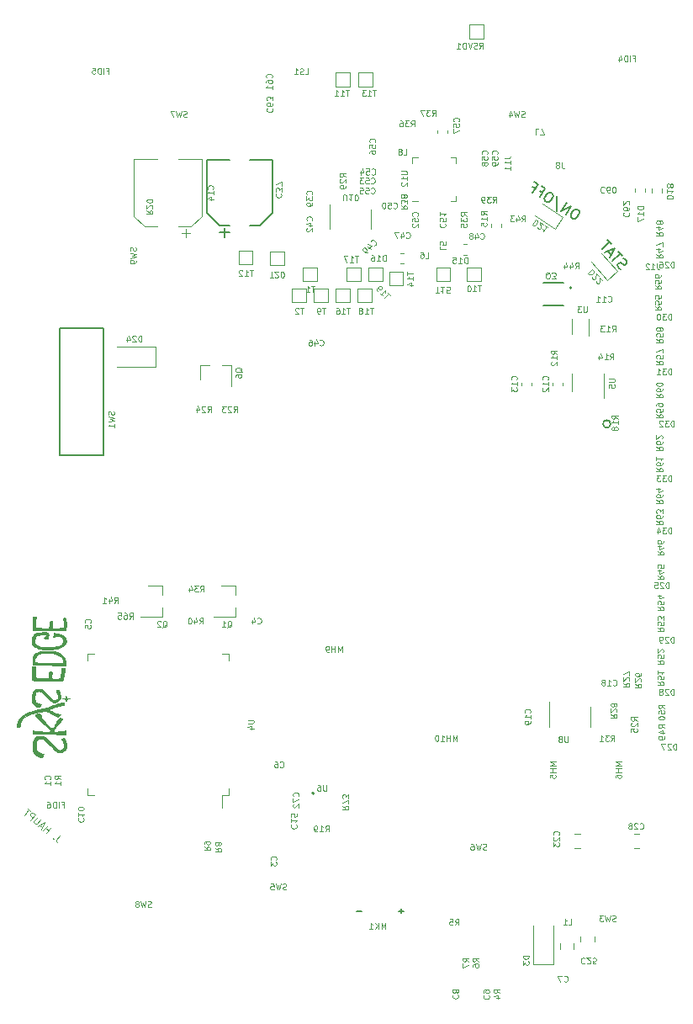
<source format=gbr>
G04 #@! TF.GenerationSoftware,KiCad,Pcbnew,5.1.6+dfsg1-1~bpo10+1*
G04 #@! TF.CreationDate,2020-12-17T18:50:31-05:00*
G04 #@! TF.ProjectId,4GRCP_Mainboard,34475243-505f-44d6-9169-6e626f617264,rev?*
G04 #@! TF.SameCoordinates,Original*
G04 #@! TF.FileFunction,Legend,Bot*
G04 #@! TF.FilePolarity,Positive*
%FSLAX46Y46*%
G04 Gerber Fmt 4.6, Leading zero omitted, Abs format (unit mm)*
G04 Created by KiCad (PCBNEW 5.1.6+dfsg1-1~bpo10+1) date 2020-12-17 18:50:31*
%MOMM*%
%LPD*%
G01*
G04 APERTURE LIST*
%ADD10C,0.120000*%
%ADD11C,0.150000*%
%ADD12C,0.152400*%
%ADD13C,0.127000*%
%ADD14C,0.200000*%
%ADD15C,0.010000*%
G04 APERTURE END LIST*
D10*
X117915723Y-137181211D02*
X117594329Y-137564233D01*
X117555585Y-137662264D01*
X117563802Y-137756186D01*
X117618980Y-137846000D01*
X117670050Y-137888852D01*
X117253276Y-137452110D02*
X117206315Y-137456219D01*
X117210423Y-137503180D01*
X117257384Y-137499071D01*
X117253276Y-137452110D01*
X117210423Y-137503180D01*
X116546518Y-136946097D02*
X116996470Y-136409866D01*
X116782207Y-136665214D02*
X116475789Y-136408099D01*
X116240100Y-136688982D02*
X116690052Y-136152751D01*
X116138845Y-136342937D02*
X115883497Y-136128674D01*
X116061357Y-136538998D02*
X116332564Y-135852783D01*
X115703869Y-136239031D01*
X115975077Y-135552816D02*
X115610831Y-135986908D01*
X115542443Y-136016551D01*
X115495482Y-136020660D01*
X115422986Y-136003342D01*
X115320847Y-135917637D01*
X115291204Y-135849250D01*
X115287095Y-135802289D01*
X115304413Y-135729793D01*
X115668659Y-135295701D01*
X114963360Y-135617669D02*
X115413311Y-135081438D01*
X115209033Y-134910028D01*
X115136537Y-134892711D01*
X115089576Y-134896819D01*
X115021188Y-134926463D01*
X114956909Y-135003067D01*
X114939592Y-135075563D01*
X114943700Y-135122524D01*
X114973344Y-135190911D01*
X115177622Y-135362321D01*
X114953684Y-134695766D02*
X114647267Y-134438651D01*
X114350524Y-135103439D02*
X114800475Y-134567208D01*
D11*
X152000000Y-144750000D02*
X152500000Y-144750000D01*
X152250000Y-145000000D02*
X152250000Y-144500000D01*
X147750000Y-144750000D02*
X148250000Y-144750000D01*
D10*
X167550000Y-150100000D02*
X165550000Y-150100000D01*
X165550000Y-150100000D02*
X165550000Y-146200000D01*
X167550000Y-150100000D02*
X167550000Y-146200000D01*
X169660000Y-148561252D02*
X169660000Y-148038748D01*
X168240000Y-148561252D02*
X168240000Y-148038748D01*
X134910000Y-132410000D02*
X134910000Y-133110000D01*
X134910000Y-133110000D02*
X134210000Y-133110000D01*
X134910000Y-119590000D02*
X134910000Y-118890000D01*
X134910000Y-118890000D02*
X134210000Y-118890000D01*
X120690000Y-119590000D02*
X120690000Y-118890000D01*
X120690000Y-118890000D02*
X121390000Y-118890000D01*
X120690000Y-132410000D02*
X120690000Y-133110000D01*
X120690000Y-133110000D02*
X121390000Y-133110000D01*
X134210000Y-133110000D02*
X134210000Y-134400000D01*
D11*
X122300000Y-98900000D02*
X122300000Y-86100000D01*
X122300000Y-86100000D02*
X117900000Y-86100000D01*
X117900000Y-86100000D02*
X117900000Y-98900000D01*
X117900000Y-98900000D02*
X122300000Y-98900000D01*
D12*
X173347099Y-95750420D02*
G75*
G03*
X173347099Y-95750420I-381000J0D01*
G01*
D10*
X130991250Y-76543750D02*
X130203750Y-76543750D01*
X130597500Y-76937500D02*
X130597500Y-76150000D01*
X126404437Y-75910000D02*
X125340000Y-74845563D01*
X131095563Y-75910000D02*
X132160000Y-74845563D01*
X131095563Y-75910000D02*
X129810000Y-75910000D01*
X126404437Y-75910000D02*
X127690000Y-75910000D01*
X125340000Y-74845563D02*
X125340000Y-69090000D01*
X132160000Y-74845563D02*
X132160000Y-69090000D01*
X132160000Y-69090000D02*
X129810000Y-69090000D01*
X125340000Y-69090000D02*
X127690000Y-69090000D01*
D11*
X134000000Y-76500000D02*
X135000000Y-76500000D01*
X134500000Y-76000000D02*
X134500000Y-77000000D01*
X132700000Y-74500000D02*
X132700000Y-69200000D01*
X134000000Y-75800000D02*
X132700000Y-74500000D01*
X135000000Y-75800000D02*
X134000000Y-75800000D01*
X138000000Y-75800000D02*
X137000000Y-75800000D01*
X139300000Y-74500000D02*
X138000000Y-75800000D01*
X139300000Y-69200000D02*
X139300000Y-74500000D01*
X137000000Y-69200000D02*
X139300000Y-69200000D01*
X132700000Y-69200000D02*
X135000000Y-69200000D01*
D10*
X156910000Y-66512779D02*
X156910000Y-66187221D01*
X155890000Y-66512779D02*
X155890000Y-66187221D01*
X158528733Y-77690000D02*
X158871267Y-77690000D01*
X158528733Y-78710000D02*
X158871267Y-78710000D01*
X152521267Y-78615000D02*
X152178733Y-78615000D01*
X152521267Y-79635000D02*
X152178733Y-79635000D01*
X176810000Y-72053733D02*
X176810000Y-72396267D01*
X175790000Y-72053733D02*
X175790000Y-72396267D01*
X177515000Y-72103733D02*
X177515000Y-72446267D01*
X178535000Y-72103733D02*
X178535000Y-72446267D01*
X167799521Y-76126175D02*
X165715425Y-74772747D01*
X168545677Y-74977196D02*
X167799521Y-76126175D01*
X166461580Y-73623768D02*
X168545677Y-74977196D01*
X173043431Y-81310553D02*
X171380641Y-79463839D01*
X174061539Y-80393845D02*
X173043431Y-81310553D01*
X172398750Y-78547130D02*
X174061539Y-80393845D01*
D13*
X166600000Y-83819000D02*
X168600000Y-83819000D01*
X168600000Y-81581000D02*
X166600000Y-81581000D01*
D14*
X169450000Y-82050000D02*
G75*
G03*
X169450000Y-82050000I-100000J0D01*
G01*
D10*
X131995000Y-89840000D02*
X131995000Y-91300000D01*
X135155000Y-89840000D02*
X135155000Y-92000000D01*
X135155000Y-89840000D02*
X134225000Y-89840000D01*
X131995000Y-89840000D02*
X132925000Y-89840000D01*
X169450000Y-86745000D02*
X169450000Y-85195000D01*
X171150000Y-86895000D02*
X171150000Y-85195000D01*
X172710000Y-90700000D02*
X172710000Y-93150000D01*
X169490000Y-92500000D02*
X169490000Y-90700000D01*
X149250000Y-76150000D02*
X149250000Y-74150000D01*
X145050000Y-76150000D02*
X145050000Y-73650000D01*
X153400000Y-73350000D02*
X153950000Y-73350000D01*
X153400000Y-68950000D02*
X153950000Y-68950000D01*
X153400000Y-69500000D02*
X153400000Y-68950000D01*
X157800000Y-73350000D02*
X157250000Y-73350000D01*
X157800000Y-72800000D02*
X157800000Y-73350000D01*
X157800000Y-68950000D02*
X157800000Y-69500000D01*
X157250000Y-68950000D02*
X157800000Y-68950000D01*
X127525000Y-88000000D02*
X127525000Y-90000000D01*
X127525000Y-90000000D02*
X123625000Y-90000000D01*
X127525000Y-88000000D02*
X123625000Y-88000000D01*
D11*
X143500000Y-132900000D02*
G75*
G03*
X143500000Y-132900000I-100000J0D01*
G01*
D15*
G36*
X118755005Y-123364948D02*
G01*
X118646516Y-123344835D01*
X118582662Y-123315115D01*
X118552890Y-123268010D01*
X118546510Y-123211250D01*
X118537062Y-123158892D01*
X118516659Y-123152789D01*
X118495635Y-123188247D01*
X118485716Y-123238859D01*
X118477982Y-123289466D01*
X118457960Y-123318127D01*
X118411758Y-123333657D01*
X118325484Y-123344872D01*
X118317248Y-123345759D01*
X118221877Y-123359059D01*
X118159764Y-123373525D01*
X118136576Y-123386497D01*
X118157980Y-123395318D01*
X118206730Y-123397609D01*
X118338085Y-123405513D01*
X118423532Y-123431252D01*
X118470359Y-123477862D01*
X118482069Y-123512357D01*
X118502339Y-123577640D01*
X118525112Y-123606596D01*
X118542242Y-123593457D01*
X118546510Y-123557988D01*
X118554755Y-123493650D01*
X118585783Y-123452481D01*
X118650600Y-123426537D01*
X118753152Y-123408801D01*
X118918804Y-123386780D01*
X118755005Y-123364948D01*
G37*
X118755005Y-123364948D02*
X118646516Y-123344835D01*
X118582662Y-123315115D01*
X118552890Y-123268010D01*
X118546510Y-123211250D01*
X118537062Y-123158892D01*
X118516659Y-123152789D01*
X118495635Y-123188247D01*
X118485716Y-123238859D01*
X118477982Y-123289466D01*
X118457960Y-123318127D01*
X118411758Y-123333657D01*
X118325484Y-123344872D01*
X118317248Y-123345759D01*
X118221877Y-123359059D01*
X118159764Y-123373525D01*
X118136576Y-123386497D01*
X118157980Y-123395318D01*
X118206730Y-123397609D01*
X118338085Y-123405513D01*
X118423532Y-123431252D01*
X118470359Y-123477862D01*
X118482069Y-123512357D01*
X118502339Y-123577640D01*
X118525112Y-123606596D01*
X118542242Y-123593457D01*
X118546510Y-123557988D01*
X118554755Y-123493650D01*
X118585783Y-123452481D01*
X118650600Y-123426537D01*
X118753152Y-123408801D01*
X118918804Y-123386780D01*
X118755005Y-123364948D01*
G36*
X118565325Y-128026705D02*
G01*
X118543034Y-127920234D01*
X118511051Y-127795437D01*
X118473608Y-127666862D01*
X118434933Y-127549052D01*
X118399256Y-127456555D01*
X118371401Y-127404635D01*
X118329100Y-127381562D01*
X118249720Y-127378790D01*
X118205054Y-127383071D01*
X118124084Y-127394764D01*
X118068970Y-127406652D01*
X118056402Y-127412004D01*
X118063212Y-127439739D01*
X118095699Y-127493819D01*
X118111878Y-127516394D01*
X118189553Y-127649168D01*
X118248361Y-127806496D01*
X118285791Y-127973645D01*
X118299331Y-128135884D01*
X118286470Y-128278481D01*
X118256747Y-128366108D01*
X118171187Y-128476825D01*
X118055874Y-128549223D01*
X117923904Y-128578420D01*
X117788370Y-128559533D01*
X117763328Y-128550118D01*
X117660696Y-128489547D01*
X117531564Y-128383094D01*
X117377654Y-128232338D01*
X117200692Y-128038854D01*
X117186016Y-128022066D01*
X116980395Y-127791343D01*
X116800795Y-127602467D01*
X116641978Y-127451765D01*
X116498702Y-127335568D01*
X116365730Y-127250205D01*
X116237823Y-127192005D01*
X116109740Y-127157297D01*
X115976243Y-127142411D01*
X115928753Y-127141213D01*
X115736192Y-127155823D01*
X115576264Y-127204246D01*
X115446951Y-127289264D01*
X115346239Y-127413663D01*
X115272110Y-127580226D01*
X115222549Y-127791737D01*
X115195540Y-128050979D01*
X115190842Y-128160109D01*
X115188452Y-128304829D01*
X115189621Y-128438056D01*
X115194007Y-128545538D01*
X115201265Y-128613025D01*
X115201820Y-128615653D01*
X115271055Y-128804703D01*
X115386002Y-128967685D01*
X115541677Y-129100410D01*
X115733093Y-129198692D01*
X115955267Y-129258342D01*
X115969548Y-129260614D01*
X116084858Y-129278265D01*
X116169712Y-129129957D01*
X116214564Y-129046824D01*
X116245319Y-128980756D01*
X116254565Y-128950498D01*
X116228673Y-128931059D01*
X116157002Y-128920456D01*
X116109619Y-128919079D01*
X115924582Y-128894145D01*
X115765230Y-128823064D01*
X115637287Y-128710323D01*
X115546478Y-128560408D01*
X115511161Y-128450000D01*
X115486561Y-128271497D01*
X115486297Y-128076279D01*
X115508397Y-127881685D01*
X115550888Y-127705059D01*
X115611795Y-127563742D01*
X115612053Y-127563304D01*
X115695848Y-127472321D01*
X115811615Y-127420268D01*
X115950844Y-127408522D01*
X116105024Y-127438463D01*
X116186652Y-127470221D01*
X116244133Y-127507968D01*
X116335160Y-127582963D01*
X116455941Y-127691774D01*
X116602684Y-127830968D01*
X116771599Y-127997114D01*
X116799005Y-128024541D01*
X117006693Y-128230149D01*
X117182953Y-128397848D01*
X117332841Y-128531177D01*
X117461412Y-128633674D01*
X117573723Y-128708878D01*
X117674830Y-128760327D01*
X117769787Y-128791560D01*
X117863652Y-128806115D01*
X117918876Y-128808307D01*
X118069194Y-128792001D01*
X118201950Y-128737176D01*
X118331781Y-128637227D01*
X118361146Y-128608785D01*
X118479211Y-128453458D01*
X118551655Y-128273892D01*
X118573695Y-128100304D01*
X118565325Y-128026705D01*
G37*
X118565325Y-128026705D02*
X118543034Y-127920234D01*
X118511051Y-127795437D01*
X118473608Y-127666862D01*
X118434933Y-127549052D01*
X118399256Y-127456555D01*
X118371401Y-127404635D01*
X118329100Y-127381562D01*
X118249720Y-127378790D01*
X118205054Y-127383071D01*
X118124084Y-127394764D01*
X118068970Y-127406652D01*
X118056402Y-127412004D01*
X118063212Y-127439739D01*
X118095699Y-127493819D01*
X118111878Y-127516394D01*
X118189553Y-127649168D01*
X118248361Y-127806496D01*
X118285791Y-127973645D01*
X118299331Y-128135884D01*
X118286470Y-128278481D01*
X118256747Y-128366108D01*
X118171187Y-128476825D01*
X118055874Y-128549223D01*
X117923904Y-128578420D01*
X117788370Y-128559533D01*
X117763328Y-128550118D01*
X117660696Y-128489547D01*
X117531564Y-128383094D01*
X117377654Y-128232338D01*
X117200692Y-128038854D01*
X117186016Y-128022066D01*
X116980395Y-127791343D01*
X116800795Y-127602467D01*
X116641978Y-127451765D01*
X116498702Y-127335568D01*
X116365730Y-127250205D01*
X116237823Y-127192005D01*
X116109740Y-127157297D01*
X115976243Y-127142411D01*
X115928753Y-127141213D01*
X115736192Y-127155823D01*
X115576264Y-127204246D01*
X115446951Y-127289264D01*
X115346239Y-127413663D01*
X115272110Y-127580226D01*
X115222549Y-127791737D01*
X115195540Y-128050979D01*
X115190842Y-128160109D01*
X115188452Y-128304829D01*
X115189621Y-128438056D01*
X115194007Y-128545538D01*
X115201265Y-128613025D01*
X115201820Y-128615653D01*
X115271055Y-128804703D01*
X115386002Y-128967685D01*
X115541677Y-129100410D01*
X115733093Y-129198692D01*
X115955267Y-129258342D01*
X115969548Y-129260614D01*
X116084858Y-129278265D01*
X116169712Y-129129957D01*
X116214564Y-129046824D01*
X116245319Y-128980756D01*
X116254565Y-128950498D01*
X116228673Y-128931059D01*
X116157002Y-128920456D01*
X116109619Y-128919079D01*
X115924582Y-128894145D01*
X115765230Y-128823064D01*
X115637287Y-128710323D01*
X115546478Y-128560408D01*
X115511161Y-128450000D01*
X115486561Y-128271497D01*
X115486297Y-128076279D01*
X115508397Y-127881685D01*
X115550888Y-127705059D01*
X115611795Y-127563742D01*
X115612053Y-127563304D01*
X115695848Y-127472321D01*
X115811615Y-127420268D01*
X115950844Y-127408522D01*
X116105024Y-127438463D01*
X116186652Y-127470221D01*
X116244133Y-127507968D01*
X116335160Y-127582963D01*
X116455941Y-127691774D01*
X116602684Y-127830968D01*
X116771599Y-127997114D01*
X116799005Y-128024541D01*
X117006693Y-128230149D01*
X117182953Y-128397848D01*
X117332841Y-128531177D01*
X117461412Y-128633674D01*
X117573723Y-128708878D01*
X117674830Y-128760327D01*
X117769787Y-128791560D01*
X117863652Y-128806115D01*
X117918876Y-128808307D01*
X118069194Y-128792001D01*
X118201950Y-128737176D01*
X118331781Y-128637227D01*
X118361146Y-128608785D01*
X118479211Y-128453458D01*
X118551655Y-128273892D01*
X118573695Y-128100304D01*
X118565325Y-128026705D01*
G36*
X118529462Y-115687650D02*
G01*
X118526203Y-115604115D01*
X118510521Y-115285694D01*
X118409902Y-115276098D01*
X118302586Y-115271578D01*
X118239783Y-115287930D01*
X118216647Y-115332484D01*
X118228333Y-115412575D01*
X118258694Y-115504953D01*
X118280120Y-115590737D01*
X118295797Y-115705653D01*
X118305378Y-115835665D01*
X118308515Y-115966737D01*
X118304864Y-116084832D01*
X118294077Y-116175914D01*
X118276474Y-116225170D01*
X118227936Y-116251703D01*
X118133339Y-116276164D01*
X118001835Y-116297376D01*
X117842574Y-116314163D01*
X117664708Y-116325349D01*
X117477388Y-116329758D01*
X117462548Y-116329783D01*
X117327111Y-116329701D01*
X117226695Y-116324773D01*
X117157083Y-116307972D01*
X117114057Y-116272274D01*
X117093401Y-116210654D01*
X117090897Y-116116086D01*
X117102328Y-115981545D01*
X117123477Y-115800006D01*
X117126942Y-115770707D01*
X117145646Y-115611957D01*
X117020986Y-115611957D01*
X116936652Y-115619769D01*
X116876931Y-115639670D01*
X116865862Y-115648664D01*
X116851934Y-115693511D01*
X116842047Y-115783906D01*
X116837039Y-115910272D01*
X116836622Y-115982821D01*
X116835526Y-116105800D01*
X116831609Y-116207528D01*
X116825527Y-116275825D01*
X116819635Y-116298125D01*
X116784084Y-116305935D01*
X116703598Y-116310512D01*
X116588352Y-116312083D01*
X116448519Y-116310876D01*
X116294274Y-116307117D01*
X116135790Y-116301035D01*
X115983243Y-116292856D01*
X115846805Y-116282807D01*
X115764274Y-116274545D01*
X115616520Y-116253676D01*
X115519011Y-116230838D01*
X115466781Y-116204784D01*
X115460815Y-116198421D01*
X115442193Y-116143909D01*
X115431190Y-116046501D01*
X115427849Y-115917996D01*
X115432210Y-115770193D01*
X115444316Y-115614891D01*
X115458365Y-115501522D01*
X115473845Y-115387950D01*
X115485853Y-115285069D01*
X115491911Y-115214211D01*
X115492023Y-115211631D01*
X115495326Y-115128805D01*
X115164022Y-115128805D01*
X115156633Y-115796386D01*
X115155536Y-115984278D01*
X115156437Y-116152586D01*
X115159143Y-116293695D01*
X115163465Y-116399989D01*
X115169209Y-116463854D01*
X115173815Y-116479152D01*
X115209728Y-116485082D01*
X115294456Y-116491206D01*
X115421598Y-116497401D01*
X115584753Y-116503546D01*
X115777520Y-116509516D01*
X115993497Y-116515190D01*
X116226283Y-116520445D01*
X116469477Y-116525157D01*
X116716678Y-116529206D01*
X116961485Y-116532467D01*
X117197496Y-116534818D01*
X117418310Y-116536136D01*
X117617527Y-116536299D01*
X117788744Y-116535185D01*
X117925560Y-116532669D01*
X117941687Y-116532196D01*
X118510656Y-116514507D01*
X118526271Y-116218522D01*
X118531504Y-116057174D01*
X118532567Y-115870355D01*
X118529462Y-115687650D01*
G37*
X118529462Y-115687650D02*
X118526203Y-115604115D01*
X118510521Y-115285694D01*
X118409902Y-115276098D01*
X118302586Y-115271578D01*
X118239783Y-115287930D01*
X118216647Y-115332484D01*
X118228333Y-115412575D01*
X118258694Y-115504953D01*
X118280120Y-115590737D01*
X118295797Y-115705653D01*
X118305378Y-115835665D01*
X118308515Y-115966737D01*
X118304864Y-116084832D01*
X118294077Y-116175914D01*
X118276474Y-116225170D01*
X118227936Y-116251703D01*
X118133339Y-116276164D01*
X118001835Y-116297376D01*
X117842574Y-116314163D01*
X117664708Y-116325349D01*
X117477388Y-116329758D01*
X117462548Y-116329783D01*
X117327111Y-116329701D01*
X117226695Y-116324773D01*
X117157083Y-116307972D01*
X117114057Y-116272274D01*
X117093401Y-116210654D01*
X117090897Y-116116086D01*
X117102328Y-115981545D01*
X117123477Y-115800006D01*
X117126942Y-115770707D01*
X117145646Y-115611957D01*
X117020986Y-115611957D01*
X116936652Y-115619769D01*
X116876931Y-115639670D01*
X116865862Y-115648664D01*
X116851934Y-115693511D01*
X116842047Y-115783906D01*
X116837039Y-115910272D01*
X116836622Y-115982821D01*
X116835526Y-116105800D01*
X116831609Y-116207528D01*
X116825527Y-116275825D01*
X116819635Y-116298125D01*
X116784084Y-116305935D01*
X116703598Y-116310512D01*
X116588352Y-116312083D01*
X116448519Y-116310876D01*
X116294274Y-116307117D01*
X116135790Y-116301035D01*
X115983243Y-116292856D01*
X115846805Y-116282807D01*
X115764274Y-116274545D01*
X115616520Y-116253676D01*
X115519011Y-116230838D01*
X115466781Y-116204784D01*
X115460815Y-116198421D01*
X115442193Y-116143909D01*
X115431190Y-116046501D01*
X115427849Y-115917996D01*
X115432210Y-115770193D01*
X115444316Y-115614891D01*
X115458365Y-115501522D01*
X115473845Y-115387950D01*
X115485853Y-115285069D01*
X115491911Y-115214211D01*
X115492023Y-115211631D01*
X115495326Y-115128805D01*
X115164022Y-115128805D01*
X115156633Y-115796386D01*
X115155536Y-115984278D01*
X115156437Y-116152586D01*
X115159143Y-116293695D01*
X115163465Y-116399989D01*
X115169209Y-116463854D01*
X115173815Y-116479152D01*
X115209728Y-116485082D01*
X115294456Y-116491206D01*
X115421598Y-116497401D01*
X115584753Y-116503546D01*
X115777520Y-116509516D01*
X115993497Y-116515190D01*
X116226283Y-116520445D01*
X116469477Y-116525157D01*
X116716678Y-116529206D01*
X116961485Y-116532467D01*
X117197496Y-116534818D01*
X117418310Y-116536136D01*
X117617527Y-116536299D01*
X117788744Y-116535185D01*
X117925560Y-116532669D01*
X117941687Y-116532196D01*
X118510656Y-116514507D01*
X118526271Y-116218522D01*
X118531504Y-116057174D01*
X118532567Y-115870355D01*
X118529462Y-115687650D01*
G36*
X118458524Y-119760163D02*
G01*
X118450979Y-119613410D01*
X118438865Y-119505272D01*
X118419150Y-119419168D01*
X118388805Y-119338519D01*
X118376526Y-119311522D01*
X118257146Y-119121236D01*
X118091220Y-118959454D01*
X117879737Y-118826582D01*
X117623687Y-118723027D01*
X117324057Y-118649196D01*
X116981837Y-118605494D01*
X116627282Y-118592248D01*
X116282665Y-118604427D01*
X115986485Y-118641318D01*
X115737549Y-118703430D01*
X115534662Y-118791271D01*
X115376631Y-118905350D01*
X115262263Y-119046176D01*
X115193478Y-119203476D01*
X115174585Y-119292361D01*
X115160750Y-119406995D01*
X115152114Y-119535286D01*
X115148817Y-119665147D01*
X115150998Y-119784485D01*
X115158797Y-119881211D01*
X115172355Y-119943236D01*
X115184728Y-119959358D01*
X115216592Y-119961785D01*
X115297637Y-119965556D01*
X115421852Y-119970483D01*
X115583222Y-119976382D01*
X115775732Y-119983068D01*
X115993370Y-119990354D01*
X116230122Y-119998056D01*
X116479974Y-120005988D01*
X116736911Y-120013964D01*
X116994921Y-120021800D01*
X117247989Y-120029309D01*
X117490102Y-120036307D01*
X117535029Y-120037564D01*
X117535029Y-119807792D01*
X117294698Y-119807765D01*
X117171583Y-119807673D01*
X116792412Y-119805966D01*
X116454687Y-119801540D01*
X116160390Y-119794490D01*
X115911499Y-119784909D01*
X115709995Y-119772891D01*
X115557858Y-119758529D01*
X115457067Y-119741917D01*
X115411023Y-119724427D01*
X115381709Y-119676796D01*
X115363297Y-119606260D01*
X115354267Y-119536363D01*
X115347934Y-119491075D01*
X115347918Y-119490979D01*
X115356876Y-119453533D01*
X115384587Y-119382502D01*
X115422970Y-119297718D01*
X115520994Y-119132873D01*
X115643595Y-119005698D01*
X115804013Y-118903333D01*
X115854239Y-118878876D01*
X115922226Y-118849061D01*
X115984447Y-118827740D01*
X116052710Y-118813161D01*
X116138824Y-118803571D01*
X116254597Y-118797218D01*
X116411836Y-118792349D01*
X116442451Y-118791570D01*
X116779999Y-118795770D01*
X117091278Y-118824874D01*
X117372758Y-118877375D01*
X117620906Y-118951767D01*
X117832193Y-119046545D01*
X118003086Y-119160202D01*
X118130056Y-119291233D01*
X118209571Y-119438131D01*
X118235813Y-119556474D01*
X118237121Y-119649507D01*
X118225285Y-119727442D01*
X118216937Y-119749236D01*
X118207697Y-119764608D01*
X118194489Y-119777057D01*
X118171884Y-119786884D01*
X118134456Y-119794393D01*
X118076778Y-119799888D01*
X117993424Y-119803672D01*
X117878965Y-119806048D01*
X117727976Y-119807320D01*
X117535029Y-119807792D01*
X117535029Y-120037564D01*
X117715246Y-120042607D01*
X117917408Y-120048025D01*
X118090572Y-120052375D01*
X118228726Y-120055471D01*
X118325856Y-120057128D01*
X118362782Y-120057352D01*
X118469369Y-120056957D01*
X118458524Y-119760163D01*
G37*
X118458524Y-119760163D02*
X118450979Y-119613410D01*
X118438865Y-119505272D01*
X118419150Y-119419168D01*
X118388805Y-119338519D01*
X118376526Y-119311522D01*
X118257146Y-119121236D01*
X118091220Y-118959454D01*
X117879737Y-118826582D01*
X117623687Y-118723027D01*
X117324057Y-118649196D01*
X116981837Y-118605494D01*
X116627282Y-118592248D01*
X116282665Y-118604427D01*
X115986485Y-118641318D01*
X115737549Y-118703430D01*
X115534662Y-118791271D01*
X115376631Y-118905350D01*
X115262263Y-119046176D01*
X115193478Y-119203476D01*
X115174585Y-119292361D01*
X115160750Y-119406995D01*
X115152114Y-119535286D01*
X115148817Y-119665147D01*
X115150998Y-119784485D01*
X115158797Y-119881211D01*
X115172355Y-119943236D01*
X115184728Y-119959358D01*
X115216592Y-119961785D01*
X115297637Y-119965556D01*
X115421852Y-119970483D01*
X115583222Y-119976382D01*
X115775732Y-119983068D01*
X115993370Y-119990354D01*
X116230122Y-119998056D01*
X116479974Y-120005988D01*
X116736911Y-120013964D01*
X116994921Y-120021800D01*
X117247989Y-120029309D01*
X117490102Y-120036307D01*
X117535029Y-120037564D01*
X117535029Y-119807792D01*
X117294698Y-119807765D01*
X117171583Y-119807673D01*
X116792412Y-119805966D01*
X116454687Y-119801540D01*
X116160390Y-119794490D01*
X115911499Y-119784909D01*
X115709995Y-119772891D01*
X115557858Y-119758529D01*
X115457067Y-119741917D01*
X115411023Y-119724427D01*
X115381709Y-119676796D01*
X115363297Y-119606260D01*
X115354267Y-119536363D01*
X115347934Y-119491075D01*
X115347918Y-119490979D01*
X115356876Y-119453533D01*
X115384587Y-119382502D01*
X115422970Y-119297718D01*
X115520994Y-119132873D01*
X115643595Y-119005698D01*
X115804013Y-118903333D01*
X115854239Y-118878876D01*
X115922226Y-118849061D01*
X115984447Y-118827740D01*
X116052710Y-118813161D01*
X116138824Y-118803571D01*
X116254597Y-118797218D01*
X116411836Y-118792349D01*
X116442451Y-118791570D01*
X116779999Y-118795770D01*
X117091278Y-118824874D01*
X117372758Y-118877375D01*
X117620906Y-118951767D01*
X117832193Y-119046545D01*
X118003086Y-119160202D01*
X118130056Y-119291233D01*
X118209571Y-119438131D01*
X118235813Y-119556474D01*
X118237121Y-119649507D01*
X118225285Y-119727442D01*
X118216937Y-119749236D01*
X118207697Y-119764608D01*
X118194489Y-119777057D01*
X118171884Y-119786884D01*
X118134456Y-119794393D01*
X118076778Y-119799888D01*
X117993424Y-119803672D01*
X117878965Y-119806048D01*
X117727976Y-119807320D01*
X117535029Y-119807792D01*
X117535029Y-120037564D01*
X117715246Y-120042607D01*
X117917408Y-120048025D01*
X118090572Y-120052375D01*
X118228726Y-120055471D01*
X118325856Y-120057128D01*
X118362782Y-120057352D01*
X118469369Y-120056957D01*
X118458524Y-119760163D01*
G36*
X118443872Y-126611914D02*
G01*
X118238144Y-126652351D01*
X118032664Y-126685588D01*
X117836176Y-126710842D01*
X117657427Y-126727331D01*
X117505161Y-126734270D01*
X117388124Y-126730877D01*
X117315062Y-126716368D01*
X117309062Y-126713525D01*
X117266449Y-126680803D01*
X117248339Y-126637399D01*
X117257053Y-126578604D01*
X117294910Y-126499710D01*
X117364228Y-126396010D01*
X117467328Y-126262796D01*
X117606527Y-126095359D01*
X117623289Y-126075653D01*
X117729268Y-125954803D01*
X117846847Y-125826302D01*
X117957470Y-125710228D01*
X118005197Y-125662320D01*
X118084909Y-125581720D01*
X118146877Y-125514606D01*
X118182239Y-125470801D01*
X118187174Y-125460637D01*
X118163925Y-125438341D01*
X118103371Y-125403231D01*
X118030042Y-125368123D01*
X117872911Y-125298632D01*
X117823564Y-125362740D01*
X117793518Y-125406587D01*
X117740573Y-125488729D01*
X117670381Y-125600198D01*
X117588595Y-125732026D01*
X117512215Y-125856621D01*
X117424718Y-125997929D01*
X117343197Y-126125497D01*
X117273398Y-126230645D01*
X117221069Y-126304693D01*
X117194016Y-126337252D01*
X117157325Y-126363027D01*
X117117396Y-126369615D01*
X117066187Y-126353408D01*
X116995655Y-126310798D01*
X116897759Y-126238176D01*
X116799659Y-126160330D01*
X116510643Y-125895841D01*
X116267736Y-125603148D01*
X116066798Y-125276933D01*
X115990728Y-125121660D01*
X115935064Y-125008563D01*
X115883361Y-124936799D01*
X115823551Y-124901687D01*
X115743568Y-124898549D01*
X115631343Y-124922706D01*
X115543641Y-124948317D01*
X115481726Y-124974798D01*
X115457409Y-125016818D01*
X115453913Y-125070468D01*
X115459694Y-125123580D01*
X115482559Y-125173248D01*
X115530790Y-125231621D01*
X115612669Y-125310845D01*
X115626467Y-125323538D01*
X115712931Y-125403687D01*
X115825394Y-125509200D01*
X115950107Y-125627118D01*
X116073318Y-125744479D01*
X116088913Y-125759407D01*
X116218901Y-125882329D01*
X116360361Y-126013494D01*
X116496479Y-126137455D01*
X116610441Y-126238762D01*
X116613478Y-126241408D01*
X116740272Y-126353172D01*
X116830373Y-126436849D01*
X116889795Y-126499353D01*
X116924553Y-126547597D01*
X116940659Y-126588496D01*
X116944169Y-126621608D01*
X116937133Y-126662392D01*
X116911085Y-126692979D01*
X116859965Y-126714365D01*
X116777713Y-126727548D01*
X116658269Y-126733524D01*
X116495576Y-126733290D01*
X116295978Y-126728240D01*
X116000735Y-126713875D01*
X115742438Y-126691070D01*
X115529545Y-126660593D01*
X115509130Y-126656780D01*
X115386612Y-126633810D01*
X115282750Y-126615361D01*
X115210461Y-126603667D01*
X115184728Y-126600672D01*
X115162283Y-126624598D01*
X115151458Y-126698853D01*
X115150217Y-126752932D01*
X115156521Y-126854389D01*
X115174693Y-126908897D01*
X115184728Y-126916286D01*
X115219760Y-126919259D01*
X115303762Y-126922876D01*
X115430494Y-126927012D01*
X115593714Y-126931545D01*
X115787181Y-126936352D01*
X116004654Y-126941308D01*
X116239892Y-126946292D01*
X116486653Y-126951179D01*
X116738696Y-126955846D01*
X116989781Y-126960170D01*
X117233664Y-126964027D01*
X117464107Y-126967295D01*
X117674866Y-126969849D01*
X117859701Y-126971567D01*
X118012371Y-126972326D01*
X118021522Y-126972339D01*
X118504674Y-126972935D01*
X118512894Y-126784093D01*
X118521114Y-126595252D01*
X118443872Y-126611914D01*
G37*
X118443872Y-126611914D02*
X118238144Y-126652351D01*
X118032664Y-126685588D01*
X117836176Y-126710842D01*
X117657427Y-126727331D01*
X117505161Y-126734270D01*
X117388124Y-126730877D01*
X117315062Y-126716368D01*
X117309062Y-126713525D01*
X117266449Y-126680803D01*
X117248339Y-126637399D01*
X117257053Y-126578604D01*
X117294910Y-126499710D01*
X117364228Y-126396010D01*
X117467328Y-126262796D01*
X117606527Y-126095359D01*
X117623289Y-126075653D01*
X117729268Y-125954803D01*
X117846847Y-125826302D01*
X117957470Y-125710228D01*
X118005197Y-125662320D01*
X118084909Y-125581720D01*
X118146877Y-125514606D01*
X118182239Y-125470801D01*
X118187174Y-125460637D01*
X118163925Y-125438341D01*
X118103371Y-125403231D01*
X118030042Y-125368123D01*
X117872911Y-125298632D01*
X117823564Y-125362740D01*
X117793518Y-125406587D01*
X117740573Y-125488729D01*
X117670381Y-125600198D01*
X117588595Y-125732026D01*
X117512215Y-125856621D01*
X117424718Y-125997929D01*
X117343197Y-126125497D01*
X117273398Y-126230645D01*
X117221069Y-126304693D01*
X117194016Y-126337252D01*
X117157325Y-126363027D01*
X117117396Y-126369615D01*
X117066187Y-126353408D01*
X116995655Y-126310798D01*
X116897759Y-126238176D01*
X116799659Y-126160330D01*
X116510643Y-125895841D01*
X116267736Y-125603148D01*
X116066798Y-125276933D01*
X115990728Y-125121660D01*
X115935064Y-125008563D01*
X115883361Y-124936799D01*
X115823551Y-124901687D01*
X115743568Y-124898549D01*
X115631343Y-124922706D01*
X115543641Y-124948317D01*
X115481726Y-124974798D01*
X115457409Y-125016818D01*
X115453913Y-125070468D01*
X115459694Y-125123580D01*
X115482559Y-125173248D01*
X115530790Y-125231621D01*
X115612669Y-125310845D01*
X115626467Y-125323538D01*
X115712931Y-125403687D01*
X115825394Y-125509200D01*
X115950107Y-125627118D01*
X116073318Y-125744479D01*
X116088913Y-125759407D01*
X116218901Y-125882329D01*
X116360361Y-126013494D01*
X116496479Y-126137455D01*
X116610441Y-126238762D01*
X116613478Y-126241408D01*
X116740272Y-126353172D01*
X116830373Y-126436849D01*
X116889795Y-126499353D01*
X116924553Y-126547597D01*
X116940659Y-126588496D01*
X116944169Y-126621608D01*
X116937133Y-126662392D01*
X116911085Y-126692979D01*
X116859965Y-126714365D01*
X116777713Y-126727548D01*
X116658269Y-126733524D01*
X116495576Y-126733290D01*
X116295978Y-126728240D01*
X116000735Y-126713875D01*
X115742438Y-126691070D01*
X115529545Y-126660593D01*
X115509130Y-126656780D01*
X115386612Y-126633810D01*
X115282750Y-126615361D01*
X115210461Y-126603667D01*
X115184728Y-126600672D01*
X115162283Y-126624598D01*
X115151458Y-126698853D01*
X115150217Y-126752932D01*
X115156521Y-126854389D01*
X115174693Y-126908897D01*
X115184728Y-126916286D01*
X115219760Y-126919259D01*
X115303762Y-126922876D01*
X115430494Y-126927012D01*
X115593714Y-126931545D01*
X115787181Y-126936352D01*
X116004654Y-126941308D01*
X116239892Y-126946292D01*
X116486653Y-126951179D01*
X116738696Y-126955846D01*
X116989781Y-126960170D01*
X117233664Y-126964027D01*
X117464107Y-126967295D01*
X117674866Y-126969849D01*
X117859701Y-126971567D01*
X118012371Y-126972326D01*
X118021522Y-126972339D01*
X118504674Y-126972935D01*
X118512894Y-126784093D01*
X118521114Y-126595252D01*
X118443872Y-126611914D01*
G36*
X118399635Y-120339861D02*
G01*
X118334377Y-120334985D01*
X118252621Y-120331269D01*
X118173724Y-120329637D01*
X118125054Y-120330484D01*
X118095944Y-120342237D01*
X118080842Y-120381929D01*
X118075491Y-120462172D01*
X118075271Y-120477990D01*
X118069780Y-120562921D01*
X118055951Y-120685326D01*
X118035906Y-120828460D01*
X118013152Y-120967760D01*
X117986395Y-121116424D01*
X117960554Y-121223972D01*
X117926769Y-121297295D01*
X117876178Y-121343288D01*
X117799920Y-121368845D01*
X117689135Y-121380859D01*
X117534961Y-121386225D01*
X117473361Y-121387704D01*
X117322171Y-121390291D01*
X117209819Y-121385157D01*
X117131827Y-121365553D01*
X117083719Y-121324729D01*
X117061018Y-121255935D01*
X117059248Y-121152421D01*
X117073931Y-121007436D01*
X117099254Y-120823643D01*
X117103512Y-120730173D01*
X117078879Y-120678922D01*
X117018781Y-120664627D01*
X116921026Y-120680931D01*
X116820543Y-120705761D01*
X116820543Y-121017350D01*
X116818976Y-121160755D01*
X116813535Y-121258101D01*
X116803116Y-121318479D01*
X116786610Y-121350978D01*
X116779130Y-121357489D01*
X116736925Y-121366737D01*
X116649944Y-121372075D01*
X116528469Y-121373792D01*
X116382783Y-121372177D01*
X116223168Y-121367520D01*
X116059904Y-121360111D01*
X115903275Y-121350238D01*
X115763562Y-121338192D01*
X115663132Y-121326075D01*
X115558091Y-121309925D01*
X115484273Y-121291156D01*
X115436671Y-121260818D01*
X115410274Y-121209961D01*
X115400073Y-121129635D01*
X115401060Y-121010889D01*
X115407149Y-120868706D01*
X115415934Y-120719527D01*
X115427890Y-120578132D01*
X115441473Y-120460115D01*
X115455137Y-120381072D01*
X115455668Y-120378923D01*
X115476754Y-120273167D01*
X115469896Y-120209394D01*
X115427977Y-120178448D01*
X115343875Y-120171171D01*
X115295497Y-120172906D01*
X115136413Y-120181196D01*
X115129038Y-120860277D01*
X115121662Y-121539357D01*
X115432893Y-121557133D01*
X115563513Y-121563347D01*
X115730875Y-121569371D01*
X115927960Y-121575111D01*
X116147749Y-121580474D01*
X116383223Y-121585366D01*
X116627362Y-121589691D01*
X116873149Y-121593357D01*
X117113562Y-121596270D01*
X117341584Y-121598334D01*
X117550196Y-121599458D01*
X117732377Y-121599545D01*
X117881110Y-121598503D01*
X117989374Y-121596237D01*
X118050151Y-121592654D01*
X118053308Y-121592225D01*
X118181726Y-121572869D01*
X118210750Y-121415402D01*
X118226675Y-121333868D01*
X118251651Y-121211794D01*
X118282885Y-121062574D01*
X118317587Y-120899600D01*
X118338001Y-120804980D01*
X118370060Y-120654875D01*
X118396875Y-120524938D01*
X118416666Y-120424158D01*
X118427654Y-120361523D01*
X118429038Y-120344975D01*
X118399635Y-120339861D01*
G37*
X118399635Y-120339861D02*
X118334377Y-120334985D01*
X118252621Y-120331269D01*
X118173724Y-120329637D01*
X118125054Y-120330484D01*
X118095944Y-120342237D01*
X118080842Y-120381929D01*
X118075491Y-120462172D01*
X118075271Y-120477990D01*
X118069780Y-120562921D01*
X118055951Y-120685326D01*
X118035906Y-120828460D01*
X118013152Y-120967760D01*
X117986395Y-121116424D01*
X117960554Y-121223972D01*
X117926769Y-121297295D01*
X117876178Y-121343288D01*
X117799920Y-121368845D01*
X117689135Y-121380859D01*
X117534961Y-121386225D01*
X117473361Y-121387704D01*
X117322171Y-121390291D01*
X117209819Y-121385157D01*
X117131827Y-121365553D01*
X117083719Y-121324729D01*
X117061018Y-121255935D01*
X117059248Y-121152421D01*
X117073931Y-121007436D01*
X117099254Y-120823643D01*
X117103512Y-120730173D01*
X117078879Y-120678922D01*
X117018781Y-120664627D01*
X116921026Y-120680931D01*
X116820543Y-120705761D01*
X116820543Y-121017350D01*
X116818976Y-121160755D01*
X116813535Y-121258101D01*
X116803116Y-121318479D01*
X116786610Y-121350978D01*
X116779130Y-121357489D01*
X116736925Y-121366737D01*
X116649944Y-121372075D01*
X116528469Y-121373792D01*
X116382783Y-121372177D01*
X116223168Y-121367520D01*
X116059904Y-121360111D01*
X115903275Y-121350238D01*
X115763562Y-121338192D01*
X115663132Y-121326075D01*
X115558091Y-121309925D01*
X115484273Y-121291156D01*
X115436671Y-121260818D01*
X115410274Y-121209961D01*
X115400073Y-121129635D01*
X115401060Y-121010889D01*
X115407149Y-120868706D01*
X115415934Y-120719527D01*
X115427890Y-120578132D01*
X115441473Y-120460115D01*
X115455137Y-120381072D01*
X115455668Y-120378923D01*
X115476754Y-120273167D01*
X115469896Y-120209394D01*
X115427977Y-120178448D01*
X115343875Y-120171171D01*
X115295497Y-120172906D01*
X115136413Y-120181196D01*
X115129038Y-120860277D01*
X115121662Y-121539357D01*
X115432893Y-121557133D01*
X115563513Y-121563347D01*
X115730875Y-121569371D01*
X115927960Y-121575111D01*
X116147749Y-121580474D01*
X116383223Y-121585366D01*
X116627362Y-121589691D01*
X116873149Y-121593357D01*
X117113562Y-121596270D01*
X117341584Y-121598334D01*
X117550196Y-121599458D01*
X117732377Y-121599545D01*
X117881110Y-121598503D01*
X117989374Y-121596237D01*
X118050151Y-121592654D01*
X118053308Y-121592225D01*
X118181726Y-121572869D01*
X118210750Y-121415402D01*
X118226675Y-121333868D01*
X118251651Y-121211794D01*
X118282885Y-121062574D01*
X118317587Y-120899600D01*
X118338001Y-120804980D01*
X118370060Y-120654875D01*
X118396875Y-120524938D01*
X118416666Y-120424158D01*
X118427654Y-120361523D01*
X118429038Y-120344975D01*
X118399635Y-120339861D01*
G36*
X118540804Y-117538339D02*
G01*
X118526419Y-117456188D01*
X118515181Y-117403173D01*
X118452904Y-117240114D01*
X118342272Y-117101127D01*
X118185184Y-116987404D01*
X117983538Y-116900137D01*
X117739234Y-116840520D01*
X117586158Y-116819824D01*
X117467327Y-116808925D01*
X117370555Y-116802296D01*
X117307918Y-116800629D01*
X117290747Y-116802877D01*
X117282188Y-116834322D01*
X117271065Y-116905527D01*
X117259746Y-117001256D01*
X117259468Y-117003962D01*
X117240085Y-117193152D01*
X117320205Y-117178340D01*
X117391784Y-117165076D01*
X117491765Y-117146509D01*
X117565978Y-117132710D01*
X117758642Y-117116052D01*
X117926187Y-117139113D01*
X118063977Y-117197772D01*
X118167373Y-117287905D01*
X118231737Y-117405390D01*
X118252431Y-117546103D01*
X118224817Y-117705923D01*
X118221674Y-117715575D01*
X118165166Y-117832354D01*
X118077051Y-117931160D01*
X117952700Y-118014421D01*
X117787489Y-118084569D01*
X117576790Y-118144032D01*
X117315976Y-118195242D01*
X117304850Y-118197085D01*
X117110330Y-118218814D01*
X116880105Y-118228096D01*
X116632164Y-118225377D01*
X116384493Y-118211100D01*
X116155079Y-118185709D01*
X116035775Y-118165735D01*
X115799117Y-118103683D01*
X115612638Y-118019276D01*
X115475781Y-117911949D01*
X115387989Y-117781137D01*
X115348705Y-117626274D01*
X115353301Y-117473361D01*
X115397376Y-117297595D01*
X115477715Y-117158448D01*
X115596495Y-117054440D01*
X115755890Y-116984096D01*
X115958076Y-116945936D01*
X116142239Y-116937551D01*
X116305975Y-116941054D01*
X116418162Y-116952775D01*
X116482194Y-116975441D01*
X116501467Y-117011781D01*
X116479375Y-117064522D01*
X116419313Y-117136393D01*
X116406413Y-117149843D01*
X116335191Y-117238055D01*
X116314559Y-117304429D01*
X116344756Y-117349469D01*
X116426021Y-117373676D01*
X116515467Y-117378491D01*
X116610977Y-117375332D01*
X116674497Y-117360220D01*
X116713085Y-117323662D01*
X116733798Y-117256166D01*
X116743695Y-117148241D01*
X116747132Y-117066933D01*
X116751125Y-116944959D01*
X116748383Y-116854256D01*
X116731992Y-116790480D01*
X116695039Y-116749290D01*
X116630614Y-116726343D01*
X116531802Y-116717298D01*
X116391692Y-116717813D01*
X116203372Y-116723544D01*
X116200622Y-116723632D01*
X116005420Y-116731506D01*
X115854025Y-116741829D01*
X115735038Y-116755886D01*
X115637064Y-116774966D01*
X115563448Y-116795565D01*
X115386963Y-116874111D01*
X115251547Y-116983088D01*
X115161649Y-117118852D01*
X115157888Y-117127562D01*
X115131414Y-117224705D01*
X115113808Y-117357450D01*
X115105782Y-117506783D01*
X115108048Y-117653694D01*
X115121318Y-117779172D01*
X115131722Y-117825910D01*
X115202015Y-117997431D01*
X115308492Y-118135552D01*
X115455971Y-118244661D01*
X115649266Y-118329150D01*
X115702391Y-118346066D01*
X115926430Y-118397647D01*
X116189892Y-118432552D01*
X116479598Y-118450903D01*
X116782369Y-118452821D01*
X117085028Y-118438426D01*
X117374396Y-118407841D01*
X117637294Y-118361185D01*
X117771640Y-118327046D01*
X118011527Y-118243908D01*
X118201250Y-118146789D01*
X118344771Y-118032629D01*
X118446052Y-117898367D01*
X118503116Y-117762069D01*
X118529938Y-117667901D01*
X118542239Y-117601117D01*
X118540804Y-117538339D01*
G37*
X118540804Y-117538339D02*
X118526419Y-117456188D01*
X118515181Y-117403173D01*
X118452904Y-117240114D01*
X118342272Y-117101127D01*
X118185184Y-116987404D01*
X117983538Y-116900137D01*
X117739234Y-116840520D01*
X117586158Y-116819824D01*
X117467327Y-116808925D01*
X117370555Y-116802296D01*
X117307918Y-116800629D01*
X117290747Y-116802877D01*
X117282188Y-116834322D01*
X117271065Y-116905527D01*
X117259746Y-117001256D01*
X117259468Y-117003962D01*
X117240085Y-117193152D01*
X117320205Y-117178340D01*
X117391784Y-117165076D01*
X117491765Y-117146509D01*
X117565978Y-117132710D01*
X117758642Y-117116052D01*
X117926187Y-117139113D01*
X118063977Y-117197772D01*
X118167373Y-117287905D01*
X118231737Y-117405390D01*
X118252431Y-117546103D01*
X118224817Y-117705923D01*
X118221674Y-117715575D01*
X118165166Y-117832354D01*
X118077051Y-117931160D01*
X117952700Y-118014421D01*
X117787489Y-118084569D01*
X117576790Y-118144032D01*
X117315976Y-118195242D01*
X117304850Y-118197085D01*
X117110330Y-118218814D01*
X116880105Y-118228096D01*
X116632164Y-118225377D01*
X116384493Y-118211100D01*
X116155079Y-118185709D01*
X116035775Y-118165735D01*
X115799117Y-118103683D01*
X115612638Y-118019276D01*
X115475781Y-117911949D01*
X115387989Y-117781137D01*
X115348705Y-117626274D01*
X115353301Y-117473361D01*
X115397376Y-117297595D01*
X115477715Y-117158448D01*
X115596495Y-117054440D01*
X115755890Y-116984096D01*
X115958076Y-116945936D01*
X116142239Y-116937551D01*
X116305975Y-116941054D01*
X116418162Y-116952775D01*
X116482194Y-116975441D01*
X116501467Y-117011781D01*
X116479375Y-117064522D01*
X116419313Y-117136393D01*
X116406413Y-117149843D01*
X116335191Y-117238055D01*
X116314559Y-117304429D01*
X116344756Y-117349469D01*
X116426021Y-117373676D01*
X116515467Y-117378491D01*
X116610977Y-117375332D01*
X116674497Y-117360220D01*
X116713085Y-117323662D01*
X116733798Y-117256166D01*
X116743695Y-117148241D01*
X116747132Y-117066933D01*
X116751125Y-116944959D01*
X116748383Y-116854256D01*
X116731992Y-116790480D01*
X116695039Y-116749290D01*
X116630614Y-116726343D01*
X116531802Y-116717298D01*
X116391692Y-116717813D01*
X116203372Y-116723544D01*
X116200622Y-116723632D01*
X116005420Y-116731506D01*
X115854025Y-116741829D01*
X115735038Y-116755886D01*
X115637064Y-116774966D01*
X115563448Y-116795565D01*
X115386963Y-116874111D01*
X115251547Y-116983088D01*
X115161649Y-117118852D01*
X115157888Y-117127562D01*
X115131414Y-117224705D01*
X115113808Y-117357450D01*
X115105782Y-117506783D01*
X115108048Y-117653694D01*
X115121318Y-117779172D01*
X115131722Y-117825910D01*
X115202015Y-117997431D01*
X115308492Y-118135552D01*
X115455971Y-118244661D01*
X115649266Y-118329150D01*
X115702391Y-118346066D01*
X115926430Y-118397647D01*
X116189892Y-118432552D01*
X116479598Y-118450903D01*
X116782369Y-118452821D01*
X117085028Y-118438426D01*
X117374396Y-118407841D01*
X117637294Y-118361185D01*
X117771640Y-118327046D01*
X118011527Y-118243908D01*
X118201250Y-118146789D01*
X118344771Y-118032629D01*
X118446052Y-117898367D01*
X118503116Y-117762069D01*
X118529938Y-117667901D01*
X118542239Y-117601117D01*
X118540804Y-117538339D01*
G36*
X117930019Y-122958879D02*
G01*
X117878535Y-122772785D01*
X117872351Y-122755707D01*
X117793256Y-122541740D01*
X117674344Y-122541740D01*
X117597823Y-122547214D01*
X117547423Y-122560956D01*
X117539543Y-122567450D01*
X117544105Y-122603805D01*
X117574141Y-122665555D01*
X117593086Y-122695476D01*
X117664467Y-122834397D01*
X117709408Y-122992717D01*
X117725819Y-123153694D01*
X117711611Y-123300585D01*
X117679890Y-123390886D01*
X117602052Y-123486240D01*
X117494722Y-123544384D01*
X117372289Y-123561618D01*
X117249147Y-123534243D01*
X117206909Y-123512449D01*
X117162198Y-123482769D01*
X117113440Y-123444449D01*
X117055182Y-123392145D01*
X116981969Y-123320512D01*
X116888350Y-123224206D01*
X116768869Y-123097883D01*
X116618074Y-122936199D01*
X116609977Y-122927482D01*
X116451570Y-122762163D01*
X116317516Y-122636012D01*
X116199478Y-122543696D01*
X116089120Y-122479879D01*
X115978107Y-122439229D01*
X115858103Y-122416411D01*
X115802549Y-122410824D01*
X115612623Y-122419206D01*
X115447498Y-122474169D01*
X115312215Y-122572126D01*
X115211813Y-122709488D01*
X115153367Y-122873044D01*
X115133667Y-122996729D01*
X115119302Y-123152475D01*
X115111031Y-123320995D01*
X115109619Y-123483003D01*
X115115825Y-123619211D01*
X115121865Y-123670606D01*
X115174779Y-123839084D01*
X115273510Y-123983756D01*
X115411742Y-124099008D01*
X115583158Y-124179227D01*
X115732697Y-124213440D01*
X115811766Y-124221473D01*
X115857888Y-124211227D01*
X115892579Y-124173519D01*
X115916114Y-124135153D01*
X115971387Y-124036989D01*
X115993331Y-123975746D01*
X115978262Y-123941761D01*
X115922495Y-123925372D01*
X115833181Y-123917597D01*
X115670892Y-123889494D01*
X115545565Y-123826374D01*
X115455064Y-123725359D01*
X115397252Y-123583567D01*
X115369992Y-123398116D01*
X115367145Y-123289334D01*
X115380064Y-123082977D01*
X115415507Y-122911107D01*
X115471664Y-122779800D01*
X115543486Y-122697472D01*
X115638803Y-122656352D01*
X115760543Y-122643880D01*
X115887822Y-122660227D01*
X115979117Y-122693918D01*
X116026361Y-122727323D01*
X116105346Y-122793252D01*
X116208778Y-122885176D01*
X116329360Y-122996565D01*
X116459800Y-123120888D01*
X116502672Y-123162572D01*
X116705342Y-123355944D01*
X116877979Y-123509212D01*
X117025479Y-123625035D01*
X117152741Y-123706073D01*
X117264661Y-123754987D01*
X117366137Y-123774435D01*
X117462067Y-123767078D01*
X117557346Y-123735576D01*
X117557529Y-123735495D01*
X117700190Y-123648303D01*
X117826926Y-123526894D01*
X117904060Y-123415386D01*
X117943367Y-123292365D01*
X117951824Y-123136134D01*
X117930019Y-122958879D01*
G37*
X117930019Y-122958879D02*
X117878535Y-122772785D01*
X117872351Y-122755707D01*
X117793256Y-122541740D01*
X117674344Y-122541740D01*
X117597823Y-122547214D01*
X117547423Y-122560956D01*
X117539543Y-122567450D01*
X117544105Y-122603805D01*
X117574141Y-122665555D01*
X117593086Y-122695476D01*
X117664467Y-122834397D01*
X117709408Y-122992717D01*
X117725819Y-123153694D01*
X117711611Y-123300585D01*
X117679890Y-123390886D01*
X117602052Y-123486240D01*
X117494722Y-123544384D01*
X117372289Y-123561618D01*
X117249147Y-123534243D01*
X117206909Y-123512449D01*
X117162198Y-123482769D01*
X117113440Y-123444449D01*
X117055182Y-123392145D01*
X116981969Y-123320512D01*
X116888350Y-123224206D01*
X116768869Y-123097883D01*
X116618074Y-122936199D01*
X116609977Y-122927482D01*
X116451570Y-122762163D01*
X116317516Y-122636012D01*
X116199478Y-122543696D01*
X116089120Y-122479879D01*
X115978107Y-122439229D01*
X115858103Y-122416411D01*
X115802549Y-122410824D01*
X115612623Y-122419206D01*
X115447498Y-122474169D01*
X115312215Y-122572126D01*
X115211813Y-122709488D01*
X115153367Y-122873044D01*
X115133667Y-122996729D01*
X115119302Y-123152475D01*
X115111031Y-123320995D01*
X115109619Y-123483003D01*
X115115825Y-123619211D01*
X115121865Y-123670606D01*
X115174779Y-123839084D01*
X115273510Y-123983756D01*
X115411742Y-124099008D01*
X115583158Y-124179227D01*
X115732697Y-124213440D01*
X115811766Y-124221473D01*
X115857888Y-124211227D01*
X115892579Y-124173519D01*
X115916114Y-124135153D01*
X115971387Y-124036989D01*
X115993331Y-123975746D01*
X115978262Y-123941761D01*
X115922495Y-123925372D01*
X115833181Y-123917597D01*
X115670892Y-123889494D01*
X115545565Y-123826374D01*
X115455064Y-123725359D01*
X115397252Y-123583567D01*
X115369992Y-123398116D01*
X115367145Y-123289334D01*
X115380064Y-123082977D01*
X115415507Y-122911107D01*
X115471664Y-122779800D01*
X115543486Y-122697472D01*
X115638803Y-122656352D01*
X115760543Y-122643880D01*
X115887822Y-122660227D01*
X115979117Y-122693918D01*
X116026361Y-122727323D01*
X116105346Y-122793252D01*
X116208778Y-122885176D01*
X116329360Y-122996565D01*
X116459800Y-123120888D01*
X116502672Y-123162572D01*
X116705342Y-123355944D01*
X116877979Y-123509212D01*
X117025479Y-123625035D01*
X117152741Y-123706073D01*
X117264661Y-123754987D01*
X117366137Y-123774435D01*
X117462067Y-123767078D01*
X117557346Y-123735576D01*
X117557529Y-123735495D01*
X117700190Y-123648303D01*
X117826926Y-123526894D01*
X117904060Y-123415386D01*
X117943367Y-123292365D01*
X117951824Y-123136134D01*
X117930019Y-122958879D01*
G36*
X118317119Y-123817973D02*
G01*
X118295121Y-123772029D01*
X118289271Y-123768604D01*
X118245319Y-123770147D01*
X118157939Y-123787991D01*
X118035612Y-123819611D01*
X117886819Y-123862484D01*
X117720042Y-123914085D01*
X117543761Y-123971889D01*
X117366458Y-124033374D01*
X117223569Y-124085780D01*
X117027433Y-124158535D01*
X116852999Y-124219832D01*
X116688505Y-124273006D01*
X116522187Y-124321393D01*
X116342283Y-124368330D01*
X116137031Y-124417153D01*
X115894666Y-124471196D01*
X115767432Y-124498738D01*
X115459746Y-124567249D01*
X115199981Y-124630594D01*
X114981326Y-124690913D01*
X114796971Y-124750343D01*
X114640105Y-124811024D01*
X114503916Y-124875095D01*
X114418587Y-124922312D01*
X114252413Y-125037212D01*
X114079544Y-125185981D01*
X113916822Y-125352538D01*
X113781086Y-125520804D01*
X113760108Y-125551087D01*
X113692315Y-125667528D01*
X113635053Y-125795358D01*
X113590499Y-125924946D01*
X113560831Y-126046660D01*
X113548223Y-126150869D01*
X113554853Y-126227942D01*
X113582897Y-126268248D01*
X113597228Y-126271839D01*
X113693206Y-126271870D01*
X113777578Y-126262137D01*
X113830283Y-126245175D01*
X113834558Y-126241843D01*
X113850218Y-126205420D01*
X113870277Y-126129598D01*
X113890815Y-126029567D01*
X113894106Y-126011056D01*
X113940628Y-125822291D01*
X114014306Y-125656859D01*
X114123125Y-125500953D01*
X114275071Y-125340766D01*
X114289672Y-125327032D01*
X114466465Y-125180080D01*
X114661224Y-125055078D01*
X114880429Y-124949607D01*
X115130562Y-124861250D01*
X115418102Y-124787587D01*
X115749530Y-124726201D01*
X115992282Y-124691644D01*
X116164118Y-124670408D01*
X116304473Y-124657287D01*
X116423767Y-124654431D01*
X116532417Y-124663987D01*
X116640840Y-124688102D01*
X116759455Y-124728925D01*
X116898678Y-124788601D01*
X117068927Y-124869280D01*
X117225137Y-124945796D01*
X117726185Y-125192375D01*
X117808819Y-125143960D01*
X117880825Y-125091244D01*
X117927202Y-125037009D01*
X117938412Y-124993619D01*
X117932539Y-124983554D01*
X117898156Y-124969746D01*
X117824929Y-124950573D01*
X117728422Y-124930088D01*
X117724275Y-124929294D01*
X117620759Y-124902692D01*
X117486322Y-124858434D01*
X117339672Y-124803077D01*
X117221168Y-124752991D01*
X117047977Y-124674070D01*
X116921684Y-124612371D01*
X116837971Y-124564471D01*
X116792522Y-124526948D01*
X116781023Y-124496379D01*
X116799155Y-124469342D01*
X116834694Y-124446554D01*
X116884596Y-124426450D01*
X116978013Y-124394702D01*
X117105186Y-124354194D01*
X117256358Y-124307807D01*
X117421769Y-124258424D01*
X117591662Y-124208926D01*
X117756279Y-124162198D01*
X117905861Y-124121120D01*
X118030651Y-124088575D01*
X118111250Y-124069490D01*
X118325217Y-124023205D01*
X118325217Y-123902802D01*
X118317119Y-123817973D01*
G37*
X118317119Y-123817973D02*
X118295121Y-123772029D01*
X118289271Y-123768604D01*
X118245319Y-123770147D01*
X118157939Y-123787991D01*
X118035612Y-123819611D01*
X117886819Y-123862484D01*
X117720042Y-123914085D01*
X117543761Y-123971889D01*
X117366458Y-124033374D01*
X117223569Y-124085780D01*
X117027433Y-124158535D01*
X116852999Y-124219832D01*
X116688505Y-124273006D01*
X116522187Y-124321393D01*
X116342283Y-124368330D01*
X116137031Y-124417153D01*
X115894666Y-124471196D01*
X115767432Y-124498738D01*
X115459746Y-124567249D01*
X115199981Y-124630594D01*
X114981326Y-124690913D01*
X114796971Y-124750343D01*
X114640105Y-124811024D01*
X114503916Y-124875095D01*
X114418587Y-124922312D01*
X114252413Y-125037212D01*
X114079544Y-125185981D01*
X113916822Y-125352538D01*
X113781086Y-125520804D01*
X113760108Y-125551087D01*
X113692315Y-125667528D01*
X113635053Y-125795358D01*
X113590499Y-125924946D01*
X113560831Y-126046660D01*
X113548223Y-126150869D01*
X113554853Y-126227942D01*
X113582897Y-126268248D01*
X113597228Y-126271839D01*
X113693206Y-126271870D01*
X113777578Y-126262137D01*
X113830283Y-126245175D01*
X113834558Y-126241843D01*
X113850218Y-126205420D01*
X113870277Y-126129598D01*
X113890815Y-126029567D01*
X113894106Y-126011056D01*
X113940628Y-125822291D01*
X114014306Y-125656859D01*
X114123125Y-125500953D01*
X114275071Y-125340766D01*
X114289672Y-125327032D01*
X114466465Y-125180080D01*
X114661224Y-125055078D01*
X114880429Y-124949607D01*
X115130562Y-124861250D01*
X115418102Y-124787587D01*
X115749530Y-124726201D01*
X115992282Y-124691644D01*
X116164118Y-124670408D01*
X116304473Y-124657287D01*
X116423767Y-124654431D01*
X116532417Y-124663987D01*
X116640840Y-124688102D01*
X116759455Y-124728925D01*
X116898678Y-124788601D01*
X117068927Y-124869280D01*
X117225137Y-124945796D01*
X117726185Y-125192375D01*
X117808819Y-125143960D01*
X117880825Y-125091244D01*
X117927202Y-125037009D01*
X117938412Y-124993619D01*
X117932539Y-124983554D01*
X117898156Y-124969746D01*
X117824929Y-124950573D01*
X117728422Y-124930088D01*
X117724275Y-124929294D01*
X117620759Y-124902692D01*
X117486322Y-124858434D01*
X117339672Y-124803077D01*
X117221168Y-124752991D01*
X117047977Y-124674070D01*
X116921684Y-124612371D01*
X116837971Y-124564471D01*
X116792522Y-124526948D01*
X116781023Y-124496379D01*
X116799155Y-124469342D01*
X116834694Y-124446554D01*
X116884596Y-124426450D01*
X116978013Y-124394702D01*
X117105186Y-124354194D01*
X117256358Y-124307807D01*
X117421769Y-124258424D01*
X117591662Y-124208926D01*
X117756279Y-124162198D01*
X117905861Y-124121120D01*
X118030651Y-124088575D01*
X118111250Y-124069490D01*
X118325217Y-124023205D01*
X118325217Y-123902802D01*
X118317119Y-123817973D01*
D10*
X169741422Y-136990000D02*
X170258578Y-136990000D01*
X169741422Y-138410000D02*
X170258578Y-138410000D01*
X170340000Y-147291422D02*
X170340000Y-147808578D01*
X171760000Y-147291422D02*
X171760000Y-147808578D01*
X175741422Y-138410000D02*
X176258578Y-138410000D01*
X175741422Y-136990000D02*
X176258578Y-136990000D01*
X146800000Y-81400000D02*
X148200000Y-81400000D01*
X148200000Y-81400000D02*
X148200000Y-80000000D01*
X148200000Y-80000000D02*
X146800000Y-80000000D01*
X146800000Y-80000000D02*
X146800000Y-81400000D01*
X158900000Y-81400000D02*
X160300000Y-81400000D01*
X160300000Y-81400000D02*
X160300000Y-80000000D01*
X160300000Y-80000000D02*
X158900000Y-80000000D01*
X158900000Y-80000000D02*
X158900000Y-81400000D01*
X145700000Y-60400000D02*
X145700000Y-61800000D01*
X147100000Y-60400000D02*
X145700000Y-60400000D01*
X147100000Y-61800000D02*
X147100000Y-60400000D01*
X145700000Y-61800000D02*
X147100000Y-61800000D01*
X151050000Y-80425000D02*
X151050000Y-81825000D01*
X152450000Y-80425000D02*
X151050000Y-80425000D01*
X152450000Y-81825000D02*
X152450000Y-80425000D01*
X151050000Y-81825000D02*
X152450000Y-81825000D01*
X155800000Y-80000000D02*
X155800000Y-81400000D01*
X157200000Y-80000000D02*
X155800000Y-80000000D01*
X157200000Y-81400000D02*
X157200000Y-80000000D01*
X155800000Y-81400000D02*
X157200000Y-81400000D01*
X145700000Y-83500000D02*
X147100000Y-83500000D01*
X147100000Y-83500000D02*
X147100000Y-82100000D01*
X147100000Y-82100000D02*
X145700000Y-82100000D01*
X145700000Y-82100000D02*
X145700000Y-83500000D01*
X149000000Y-81400000D02*
X150400000Y-81400000D01*
X150400000Y-81400000D02*
X150400000Y-80000000D01*
X150400000Y-80000000D02*
X149000000Y-80000000D01*
X149000000Y-80000000D02*
X149000000Y-81400000D01*
X147975000Y-60400000D02*
X147975000Y-61800000D01*
X149375000Y-60400000D02*
X147975000Y-60400000D01*
X149375000Y-61800000D02*
X149375000Y-60400000D01*
X147975000Y-61800000D02*
X149375000Y-61800000D01*
X147900000Y-82100000D02*
X147900000Y-83500000D01*
X149300000Y-82100000D02*
X147900000Y-82100000D01*
X149300000Y-83500000D02*
X149300000Y-82100000D01*
X147900000Y-83500000D02*
X149300000Y-83500000D01*
X171350000Y-126250000D02*
X171350000Y-124250000D01*
X167150000Y-126250000D02*
X167150000Y-123750000D01*
X139075000Y-79800000D02*
X140475000Y-79800000D01*
X140475000Y-79800000D02*
X140475000Y-78400000D01*
X140475000Y-78400000D02*
X139075000Y-78400000D01*
X139075000Y-78400000D02*
X139075000Y-79800000D01*
X135900000Y-79700000D02*
X137300000Y-79700000D01*
X137300000Y-79700000D02*
X137300000Y-78300000D01*
X137300000Y-78300000D02*
X135900000Y-78300000D01*
X135900000Y-78300000D02*
X135900000Y-79700000D01*
X143500000Y-83500000D02*
X144900000Y-83500000D01*
X144900000Y-83500000D02*
X144900000Y-82100000D01*
X144900000Y-82100000D02*
X143500000Y-82100000D01*
X143500000Y-82100000D02*
X143500000Y-83500000D01*
X141300000Y-82100000D02*
X141300000Y-83500000D01*
X142700000Y-82100000D02*
X141300000Y-82100000D01*
X142700000Y-83500000D02*
X142700000Y-82100000D01*
X141300000Y-83500000D02*
X142700000Y-83500000D01*
X142400000Y-81400000D02*
X143800000Y-81400000D01*
X143800000Y-81400000D02*
X143800000Y-80000000D01*
X143800000Y-80000000D02*
X142400000Y-80000000D01*
X142400000Y-80000000D02*
X142400000Y-81400000D01*
X159125000Y-55575000D02*
X159125000Y-56975000D01*
X160525000Y-55575000D02*
X159125000Y-55575000D01*
X160525000Y-56975000D02*
X160525000Y-55575000D01*
X159125000Y-56975000D02*
X160525000Y-56975000D01*
X135585000Y-112020000D02*
X135585000Y-112950000D01*
X135585000Y-115180000D02*
X135585000Y-114250000D01*
X135585000Y-115180000D02*
X133425000Y-115180000D01*
X135585000Y-112020000D02*
X134125000Y-112020000D01*
X128210000Y-112020000D02*
X126750000Y-112020000D01*
X128210000Y-115180000D02*
X126050000Y-115180000D01*
X128210000Y-115180000D02*
X128210000Y-114250000D01*
X128210000Y-112020000D02*
X128210000Y-112950000D01*
X161290000Y-75637221D02*
X161290000Y-75962779D01*
X162310000Y-75637221D02*
X162310000Y-75962779D01*
X168510000Y-91587221D02*
X168510000Y-91912779D01*
X167490000Y-91587221D02*
X167490000Y-91912779D01*
X165360000Y-91912779D02*
X165360000Y-91587221D01*
X164340000Y-91912779D02*
X164340000Y-91587221D01*
X167821428Y-129750000D02*
X167221428Y-129750000D01*
X167650000Y-129950000D01*
X167221428Y-130150000D01*
X167821428Y-130150000D01*
X167821428Y-130435714D02*
X167221428Y-130435714D01*
X167507142Y-130435714D02*
X167507142Y-130778571D01*
X167821428Y-130778571D02*
X167221428Y-130778571D01*
X167221428Y-131350000D02*
X167221428Y-131064285D01*
X167507142Y-131035714D01*
X167478571Y-131064285D01*
X167450000Y-131121428D01*
X167450000Y-131264285D01*
X167478571Y-131321428D01*
X167507142Y-131350000D01*
X167564285Y-131378571D01*
X167707142Y-131378571D01*
X167764285Y-131350000D01*
X167792857Y-131321428D01*
X167821428Y-131264285D01*
X167821428Y-131121428D01*
X167792857Y-131064285D01*
X167764285Y-131035714D01*
X157885714Y-127671428D02*
X157885714Y-127071428D01*
X157685714Y-127500000D01*
X157485714Y-127071428D01*
X157485714Y-127671428D01*
X157200000Y-127671428D02*
X157200000Y-127071428D01*
X157200000Y-127357142D02*
X156857142Y-127357142D01*
X156857142Y-127671428D02*
X156857142Y-127071428D01*
X156257142Y-127671428D02*
X156600000Y-127671428D01*
X156428571Y-127671428D02*
X156428571Y-127071428D01*
X156485714Y-127157142D01*
X156542857Y-127214285D01*
X156600000Y-127242857D01*
X155885714Y-127071428D02*
X155828571Y-127071428D01*
X155771428Y-127100000D01*
X155742857Y-127128571D01*
X155714285Y-127185714D01*
X155685714Y-127300000D01*
X155685714Y-127442857D01*
X155714285Y-127557142D01*
X155742857Y-127614285D01*
X155771428Y-127642857D01*
X155828571Y-127671428D01*
X155885714Y-127671428D01*
X155942857Y-127642857D01*
X155971428Y-127614285D01*
X156000000Y-127557142D01*
X156028571Y-127442857D01*
X156028571Y-127300000D01*
X156000000Y-127185714D01*
X155971428Y-127128571D01*
X155942857Y-127100000D01*
X155885714Y-127071428D01*
X146300000Y-118721428D02*
X146300000Y-118121428D01*
X146100000Y-118550000D01*
X145900000Y-118121428D01*
X145900000Y-118721428D01*
X145614285Y-118721428D02*
X145614285Y-118121428D01*
X145614285Y-118407142D02*
X145271428Y-118407142D01*
X145271428Y-118721428D02*
X145271428Y-118121428D01*
X144957142Y-118721428D02*
X144842857Y-118721428D01*
X144785714Y-118692857D01*
X144757142Y-118664285D01*
X144700000Y-118578571D01*
X144671428Y-118464285D01*
X144671428Y-118235714D01*
X144700000Y-118178571D01*
X144728571Y-118150000D01*
X144785714Y-118121428D01*
X144900000Y-118121428D01*
X144957142Y-118150000D01*
X144985714Y-118178571D01*
X145014285Y-118235714D01*
X145014285Y-118378571D01*
X144985714Y-118435714D01*
X144957142Y-118464285D01*
X144900000Y-118492857D01*
X144785714Y-118492857D01*
X144728571Y-118464285D01*
X144700000Y-118435714D01*
X144671428Y-118378571D01*
X179978571Y-128521428D02*
X179978571Y-127921428D01*
X179835714Y-127921428D01*
X179750000Y-127950000D01*
X179692857Y-128007142D01*
X179664285Y-128064285D01*
X179635714Y-128178571D01*
X179635714Y-128264285D01*
X179664285Y-128378571D01*
X179692857Y-128435714D01*
X179750000Y-128492857D01*
X179835714Y-128521428D01*
X179978571Y-128521428D01*
X179407142Y-127978571D02*
X179378571Y-127950000D01*
X179321428Y-127921428D01*
X179178571Y-127921428D01*
X179121428Y-127950000D01*
X179092857Y-127978571D01*
X179064285Y-128035714D01*
X179064285Y-128092857D01*
X179092857Y-128178571D01*
X179435714Y-128521428D01*
X179064285Y-128521428D01*
X178864285Y-127921428D02*
X178464285Y-127921428D01*
X178721428Y-128521428D01*
X150685714Y-146571428D02*
X150685714Y-145971428D01*
X150485714Y-146400000D01*
X150285714Y-145971428D01*
X150285714Y-146571428D01*
X150000000Y-146571428D02*
X150000000Y-145971428D01*
X149657142Y-146571428D02*
X149914285Y-146228571D01*
X149657142Y-145971428D02*
X150000000Y-146314285D01*
X149085714Y-146571428D02*
X149428571Y-146571428D01*
X149257142Y-146571428D02*
X149257142Y-145971428D01*
X149314285Y-146057142D01*
X149371428Y-146114285D01*
X149428571Y-146142857D01*
X130673000Y-64842857D02*
X130587285Y-64871428D01*
X130444428Y-64871428D01*
X130387285Y-64842857D01*
X130358714Y-64814285D01*
X130330142Y-64757142D01*
X130330142Y-64700000D01*
X130358714Y-64642857D01*
X130387285Y-64614285D01*
X130444428Y-64585714D01*
X130558714Y-64557142D01*
X130615857Y-64528571D01*
X130644428Y-64500000D01*
X130673000Y-64442857D01*
X130673000Y-64385714D01*
X130644428Y-64328571D01*
X130615857Y-64300000D01*
X130558714Y-64271428D01*
X130415857Y-64271428D01*
X130330142Y-64300000D01*
X130130142Y-64271428D02*
X129987285Y-64871428D01*
X129873000Y-64442857D01*
X129758714Y-64871428D01*
X129615857Y-64271428D01*
X129444428Y-64271428D02*
X129044428Y-64271428D01*
X129301571Y-64871428D01*
X164700000Y-64842857D02*
X164614285Y-64871428D01*
X164471428Y-64871428D01*
X164414285Y-64842857D01*
X164385714Y-64814285D01*
X164357142Y-64757142D01*
X164357142Y-64700000D01*
X164385714Y-64642857D01*
X164414285Y-64614285D01*
X164471428Y-64585714D01*
X164585714Y-64557142D01*
X164642857Y-64528571D01*
X164671428Y-64500000D01*
X164700000Y-64442857D01*
X164700000Y-64385714D01*
X164671428Y-64328571D01*
X164642857Y-64300000D01*
X164585714Y-64271428D01*
X164442857Y-64271428D01*
X164357142Y-64300000D01*
X164157142Y-64271428D02*
X164014285Y-64871428D01*
X163900000Y-64442857D01*
X163785714Y-64871428D01*
X163642857Y-64271428D01*
X163157142Y-64471428D02*
X163157142Y-64871428D01*
X163300000Y-64242857D02*
X163442857Y-64671428D01*
X163071428Y-64671428D01*
X173850000Y-145792857D02*
X173764285Y-145821428D01*
X173621428Y-145821428D01*
X173564285Y-145792857D01*
X173535714Y-145764285D01*
X173507142Y-145707142D01*
X173507142Y-145650000D01*
X173535714Y-145592857D01*
X173564285Y-145564285D01*
X173621428Y-145535714D01*
X173735714Y-145507142D01*
X173792857Y-145478571D01*
X173821428Y-145450000D01*
X173850000Y-145392857D01*
X173850000Y-145335714D01*
X173821428Y-145278571D01*
X173792857Y-145250000D01*
X173735714Y-145221428D01*
X173592857Y-145221428D01*
X173507142Y-145250000D01*
X173307142Y-145221428D02*
X173164285Y-145821428D01*
X173050000Y-145392857D01*
X172935714Y-145821428D01*
X172792857Y-145221428D01*
X172621428Y-145221428D02*
X172250000Y-145221428D01*
X172450000Y-145450000D01*
X172364285Y-145450000D01*
X172307142Y-145478571D01*
X172278571Y-145507142D01*
X172250000Y-145564285D01*
X172250000Y-145707142D01*
X172278571Y-145764285D01*
X172307142Y-145792857D01*
X172364285Y-145821428D01*
X172535714Y-145821428D01*
X172592857Y-145792857D01*
X172621428Y-145764285D01*
X160850000Y-138592857D02*
X160764285Y-138621428D01*
X160621428Y-138621428D01*
X160564285Y-138592857D01*
X160535714Y-138564285D01*
X160507142Y-138507142D01*
X160507142Y-138450000D01*
X160535714Y-138392857D01*
X160564285Y-138364285D01*
X160621428Y-138335714D01*
X160735714Y-138307142D01*
X160792857Y-138278571D01*
X160821428Y-138250000D01*
X160850000Y-138192857D01*
X160850000Y-138135714D01*
X160821428Y-138078571D01*
X160792857Y-138050000D01*
X160735714Y-138021428D01*
X160592857Y-138021428D01*
X160507142Y-138050000D01*
X160307142Y-138021428D02*
X160164285Y-138621428D01*
X160050000Y-138192857D01*
X159935714Y-138621428D01*
X159792857Y-138021428D01*
X159307142Y-138021428D02*
X159421428Y-138021428D01*
X159478571Y-138050000D01*
X159507142Y-138078571D01*
X159564285Y-138164285D01*
X159592857Y-138278571D01*
X159592857Y-138507142D01*
X159564285Y-138564285D01*
X159535714Y-138592857D01*
X159478571Y-138621428D01*
X159364285Y-138621428D01*
X159307142Y-138592857D01*
X159278571Y-138564285D01*
X159250000Y-138507142D01*
X159250000Y-138364285D01*
X159278571Y-138307142D01*
X159307142Y-138278571D01*
X159364285Y-138250000D01*
X159478571Y-138250000D01*
X159535714Y-138278571D01*
X159564285Y-138307142D01*
X159592857Y-138364285D01*
X140700000Y-142592857D02*
X140614285Y-142621428D01*
X140471428Y-142621428D01*
X140414285Y-142592857D01*
X140385714Y-142564285D01*
X140357142Y-142507142D01*
X140357142Y-142450000D01*
X140385714Y-142392857D01*
X140414285Y-142364285D01*
X140471428Y-142335714D01*
X140585714Y-142307142D01*
X140642857Y-142278571D01*
X140671428Y-142250000D01*
X140700000Y-142192857D01*
X140700000Y-142135714D01*
X140671428Y-142078571D01*
X140642857Y-142050000D01*
X140585714Y-142021428D01*
X140442857Y-142021428D01*
X140357142Y-142050000D01*
X140157142Y-142021428D02*
X140014285Y-142621428D01*
X139900000Y-142192857D01*
X139785714Y-142621428D01*
X139642857Y-142021428D01*
X139128571Y-142021428D02*
X139414285Y-142021428D01*
X139442857Y-142307142D01*
X139414285Y-142278571D01*
X139357142Y-142250000D01*
X139214285Y-142250000D01*
X139157142Y-142278571D01*
X139128571Y-142307142D01*
X139100000Y-142364285D01*
X139100000Y-142507142D01*
X139128571Y-142564285D01*
X139157142Y-142592857D01*
X139214285Y-142621428D01*
X139357142Y-142621428D01*
X139414285Y-142592857D01*
X139442857Y-142564285D01*
X127100000Y-144342857D02*
X127014285Y-144371428D01*
X126871428Y-144371428D01*
X126814285Y-144342857D01*
X126785714Y-144314285D01*
X126757142Y-144257142D01*
X126757142Y-144200000D01*
X126785714Y-144142857D01*
X126814285Y-144114285D01*
X126871428Y-144085714D01*
X126985714Y-144057142D01*
X127042857Y-144028571D01*
X127071428Y-144000000D01*
X127100000Y-143942857D01*
X127100000Y-143885714D01*
X127071428Y-143828571D01*
X127042857Y-143800000D01*
X126985714Y-143771428D01*
X126842857Y-143771428D01*
X126757142Y-143800000D01*
X126557142Y-143771428D02*
X126414285Y-144371428D01*
X126300000Y-143942857D01*
X126185714Y-144371428D01*
X126042857Y-143771428D01*
X125728571Y-144028571D02*
X125785714Y-144000000D01*
X125814285Y-143971428D01*
X125842857Y-143914285D01*
X125842857Y-143885714D01*
X125814285Y-143828571D01*
X125785714Y-143800000D01*
X125728571Y-143771428D01*
X125614285Y-143771428D01*
X125557142Y-143800000D01*
X125528571Y-143828571D01*
X125500000Y-143885714D01*
X125500000Y-143914285D01*
X125528571Y-143971428D01*
X125557142Y-144000000D01*
X125614285Y-144028571D01*
X125728571Y-144028571D01*
X125785714Y-144057142D01*
X125814285Y-144085714D01*
X125842857Y-144142857D01*
X125842857Y-144257142D01*
X125814285Y-144314285D01*
X125785714Y-144342857D01*
X125728571Y-144371428D01*
X125614285Y-144371428D01*
X125557142Y-144342857D01*
X125528571Y-144314285D01*
X125500000Y-144257142D01*
X125500000Y-144142857D01*
X125528571Y-144085714D01*
X125557142Y-144057142D01*
X125614285Y-144028571D01*
X165121428Y-149257142D02*
X164521428Y-149257142D01*
X164521428Y-149400000D01*
X164550000Y-149485714D01*
X164607142Y-149542857D01*
X164664285Y-149571428D01*
X164778571Y-149600000D01*
X164864285Y-149600000D01*
X164978571Y-149571428D01*
X165035714Y-149542857D01*
X165092857Y-149485714D01*
X165121428Y-149400000D01*
X165121428Y-149257142D01*
X164521428Y-149800000D02*
X164521428Y-150171428D01*
X164750000Y-149971428D01*
X164750000Y-150057142D01*
X164778571Y-150114285D01*
X164807142Y-150142857D01*
X164864285Y-150171428D01*
X165007142Y-150171428D01*
X165064285Y-150142857D01*
X165092857Y-150114285D01*
X165121428Y-150057142D01*
X165121428Y-149885714D01*
X165092857Y-149828571D01*
X165064285Y-149800000D01*
X169100000Y-146171428D02*
X169385714Y-146171428D01*
X169385714Y-145571428D01*
X168585714Y-146171428D02*
X168928571Y-146171428D01*
X168757142Y-146171428D02*
X168757142Y-145571428D01*
X168814285Y-145657142D01*
X168871428Y-145714285D01*
X168928571Y-145742857D01*
X136821428Y-125542857D02*
X137307142Y-125542857D01*
X137364285Y-125571428D01*
X137392857Y-125600000D01*
X137421428Y-125657142D01*
X137421428Y-125771428D01*
X137392857Y-125828571D01*
X137364285Y-125857142D01*
X137307142Y-125885714D01*
X136821428Y-125885714D01*
X137021428Y-126428571D02*
X137421428Y-126428571D01*
X136792857Y-126285714D02*
X137221428Y-126142857D01*
X137221428Y-126514285D01*
X175642857Y-58957142D02*
X175842857Y-58957142D01*
X175842857Y-59271428D02*
X175842857Y-58671428D01*
X175557142Y-58671428D01*
X175328571Y-59271428D02*
X175328571Y-58671428D01*
X175042857Y-59271428D02*
X175042857Y-58671428D01*
X174900000Y-58671428D01*
X174814285Y-58700000D01*
X174757142Y-58757142D01*
X174728571Y-58814285D01*
X174700000Y-58928571D01*
X174700000Y-59014285D01*
X174728571Y-59128571D01*
X174757142Y-59185714D01*
X174814285Y-59242857D01*
X174900000Y-59271428D01*
X175042857Y-59271428D01*
X174185714Y-58871428D02*
X174185714Y-59271428D01*
X174328571Y-58642857D02*
X174471428Y-59071428D01*
X174100000Y-59071428D01*
X122642857Y-60207142D02*
X122842857Y-60207142D01*
X122842857Y-60521428D02*
X122842857Y-59921428D01*
X122557142Y-59921428D01*
X122328571Y-60521428D02*
X122328571Y-59921428D01*
X122042857Y-60521428D02*
X122042857Y-59921428D01*
X121900000Y-59921428D01*
X121814285Y-59950000D01*
X121757142Y-60007142D01*
X121728571Y-60064285D01*
X121700000Y-60178571D01*
X121700000Y-60264285D01*
X121728571Y-60378571D01*
X121757142Y-60435714D01*
X121814285Y-60492857D01*
X121900000Y-60521428D01*
X122042857Y-60521428D01*
X121157142Y-59921428D02*
X121442857Y-59921428D01*
X121471428Y-60207142D01*
X121442857Y-60178571D01*
X121385714Y-60150000D01*
X121242857Y-60150000D01*
X121185714Y-60178571D01*
X121157142Y-60207142D01*
X121128571Y-60264285D01*
X121128571Y-60407142D01*
X121157142Y-60464285D01*
X121185714Y-60492857D01*
X121242857Y-60521428D01*
X121385714Y-60521428D01*
X121442857Y-60492857D01*
X121471428Y-60464285D01*
X118117857Y-134057142D02*
X118317857Y-134057142D01*
X118317857Y-134371428D02*
X118317857Y-133771428D01*
X118032142Y-133771428D01*
X117803571Y-134371428D02*
X117803571Y-133771428D01*
X117517857Y-134371428D02*
X117517857Y-133771428D01*
X117375000Y-133771428D01*
X117289285Y-133800000D01*
X117232142Y-133857142D01*
X117203571Y-133914285D01*
X117175000Y-134028571D01*
X117175000Y-134114285D01*
X117203571Y-134228571D01*
X117232142Y-134285714D01*
X117289285Y-134342857D01*
X117375000Y-134371428D01*
X117517857Y-134371428D01*
X116660714Y-133771428D02*
X116775000Y-133771428D01*
X116832142Y-133800000D01*
X116860714Y-133828571D01*
X116917857Y-133914285D01*
X116946428Y-134028571D01*
X116946428Y-134257142D01*
X116917857Y-134314285D01*
X116889285Y-134342857D01*
X116832142Y-134371428D01*
X116717857Y-134371428D01*
X116660714Y-134342857D01*
X116632142Y-134314285D01*
X116603571Y-134257142D01*
X116603571Y-134114285D01*
X116632142Y-134057142D01*
X116660714Y-134028571D01*
X116717857Y-134000000D01*
X116832142Y-134000000D01*
X116889285Y-134028571D01*
X116917857Y-134057142D01*
X116946428Y-134114285D01*
X123342857Y-94500000D02*
X123371428Y-94585714D01*
X123371428Y-94728571D01*
X123342857Y-94785714D01*
X123314285Y-94814285D01*
X123257142Y-94842857D01*
X123200000Y-94842857D01*
X123142857Y-94814285D01*
X123114285Y-94785714D01*
X123085714Y-94728571D01*
X123057142Y-94614285D01*
X123028571Y-94557142D01*
X123000000Y-94528571D01*
X122942857Y-94500000D01*
X122885714Y-94500000D01*
X122828571Y-94528571D01*
X122800000Y-94557142D01*
X122771428Y-94614285D01*
X122771428Y-94757142D01*
X122800000Y-94842857D01*
X122771428Y-95042857D02*
X123371428Y-95185714D01*
X122942857Y-95300000D01*
X123371428Y-95414285D01*
X122771428Y-95557142D01*
X123371428Y-96100000D02*
X123371428Y-95757142D01*
X123371428Y-95928571D02*
X122771428Y-95928571D01*
X122857142Y-95871428D01*
X122914285Y-95814285D01*
X122942857Y-95757142D01*
X135385714Y-94571428D02*
X135585714Y-94285714D01*
X135728571Y-94571428D02*
X135728571Y-93971428D01*
X135500000Y-93971428D01*
X135442857Y-94000000D01*
X135414285Y-94028571D01*
X135385714Y-94085714D01*
X135385714Y-94171428D01*
X135414285Y-94228571D01*
X135442857Y-94257142D01*
X135500000Y-94285714D01*
X135728571Y-94285714D01*
X135157142Y-94028571D02*
X135128571Y-94000000D01*
X135071428Y-93971428D01*
X134928571Y-93971428D01*
X134871428Y-94000000D01*
X134842857Y-94028571D01*
X134814285Y-94085714D01*
X134814285Y-94142857D01*
X134842857Y-94228571D01*
X135185714Y-94571428D01*
X134814285Y-94571428D01*
X134614285Y-93971428D02*
X134242857Y-93971428D01*
X134442857Y-94200000D01*
X134357142Y-94200000D01*
X134300000Y-94228571D01*
X134271428Y-94257142D01*
X134242857Y-94314285D01*
X134242857Y-94457142D01*
X134271428Y-94514285D01*
X134300000Y-94542857D01*
X134357142Y-94571428D01*
X134528571Y-94571428D01*
X134585714Y-94542857D01*
X134614285Y-94514285D01*
X132760714Y-94571428D02*
X132960714Y-94285714D01*
X133103571Y-94571428D02*
X133103571Y-93971428D01*
X132875000Y-93971428D01*
X132817857Y-94000000D01*
X132789285Y-94028571D01*
X132760714Y-94085714D01*
X132760714Y-94171428D01*
X132789285Y-94228571D01*
X132817857Y-94257142D01*
X132875000Y-94285714D01*
X133103571Y-94285714D01*
X132532142Y-94028571D02*
X132503571Y-94000000D01*
X132446428Y-93971428D01*
X132303571Y-93971428D01*
X132246428Y-94000000D01*
X132217857Y-94028571D01*
X132189285Y-94085714D01*
X132189285Y-94142857D01*
X132217857Y-94228571D01*
X132560714Y-94571428D01*
X132189285Y-94571428D01*
X131675000Y-94171428D02*
X131675000Y-94571428D01*
X131817857Y-93942857D02*
X131960714Y-94371428D01*
X131589285Y-94371428D01*
X116914285Y-131500000D02*
X116942857Y-131471428D01*
X116971428Y-131385714D01*
X116971428Y-131328571D01*
X116942857Y-131242857D01*
X116885714Y-131185714D01*
X116828571Y-131157142D01*
X116714285Y-131128571D01*
X116628571Y-131128571D01*
X116514285Y-131157142D01*
X116457142Y-131185714D01*
X116400000Y-131242857D01*
X116371428Y-131328571D01*
X116371428Y-131385714D01*
X116400000Y-131471428D01*
X116428571Y-131500000D01*
X116971428Y-132071428D02*
X116971428Y-131728571D01*
X116971428Y-131900000D02*
X116371428Y-131900000D01*
X116457142Y-131842857D01*
X116514285Y-131785714D01*
X116542857Y-131728571D01*
X139664285Y-139625000D02*
X139692857Y-139596428D01*
X139721428Y-139510714D01*
X139721428Y-139453571D01*
X139692857Y-139367857D01*
X139635714Y-139310714D01*
X139578571Y-139282142D01*
X139464285Y-139253571D01*
X139378571Y-139253571D01*
X139264285Y-139282142D01*
X139207142Y-139310714D01*
X139150000Y-139367857D01*
X139121428Y-139453571D01*
X139121428Y-139510714D01*
X139150000Y-139596428D01*
X139178571Y-139625000D01*
X139121428Y-139825000D02*
X139121428Y-140196428D01*
X139350000Y-139996428D01*
X139350000Y-140082142D01*
X139378571Y-140139285D01*
X139407142Y-140167857D01*
X139464285Y-140196428D01*
X139607142Y-140196428D01*
X139664285Y-140167857D01*
X139692857Y-140139285D01*
X139721428Y-140082142D01*
X139721428Y-139910714D01*
X139692857Y-139853571D01*
X139664285Y-139825000D01*
X137800000Y-115814285D02*
X137828571Y-115842857D01*
X137914285Y-115871428D01*
X137971428Y-115871428D01*
X138057142Y-115842857D01*
X138114285Y-115785714D01*
X138142857Y-115728571D01*
X138171428Y-115614285D01*
X138171428Y-115528571D01*
X138142857Y-115414285D01*
X138114285Y-115357142D01*
X138057142Y-115300000D01*
X137971428Y-115271428D01*
X137914285Y-115271428D01*
X137828571Y-115300000D01*
X137800000Y-115328571D01*
X137285714Y-115471428D02*
X137285714Y-115871428D01*
X137428571Y-115242857D02*
X137571428Y-115671428D01*
X137200000Y-115671428D01*
X120959285Y-115750000D02*
X120987857Y-115721428D01*
X121016428Y-115635714D01*
X121016428Y-115578571D01*
X120987857Y-115492857D01*
X120930714Y-115435714D01*
X120873571Y-115407142D01*
X120759285Y-115378571D01*
X120673571Y-115378571D01*
X120559285Y-115407142D01*
X120502142Y-115435714D01*
X120445000Y-115492857D01*
X120416428Y-115578571D01*
X120416428Y-115635714D01*
X120445000Y-115721428D01*
X120473571Y-115750000D01*
X120416428Y-116292857D02*
X120416428Y-116007142D01*
X120702142Y-115978571D01*
X120673571Y-116007142D01*
X120645000Y-116064285D01*
X120645000Y-116207142D01*
X120673571Y-116264285D01*
X120702142Y-116292857D01*
X120759285Y-116321428D01*
X120902142Y-116321428D01*
X120959285Y-116292857D01*
X120987857Y-116264285D01*
X121016428Y-116207142D01*
X121016428Y-116064285D01*
X120987857Y-116007142D01*
X120959285Y-115978571D01*
X140075000Y-130264285D02*
X140103571Y-130292857D01*
X140189285Y-130321428D01*
X140246428Y-130321428D01*
X140332142Y-130292857D01*
X140389285Y-130235714D01*
X140417857Y-130178571D01*
X140446428Y-130064285D01*
X140446428Y-129978571D01*
X140417857Y-129864285D01*
X140389285Y-129807142D01*
X140332142Y-129750000D01*
X140246428Y-129721428D01*
X140189285Y-129721428D01*
X140103571Y-129750000D01*
X140075000Y-129778571D01*
X139560714Y-129721428D02*
X139675000Y-129721428D01*
X139732142Y-129750000D01*
X139760714Y-129778571D01*
X139817857Y-129864285D01*
X139846428Y-129978571D01*
X139846428Y-130207142D01*
X139817857Y-130264285D01*
X139789285Y-130292857D01*
X139732142Y-130321428D01*
X139617857Y-130321428D01*
X139560714Y-130292857D01*
X139532142Y-130264285D01*
X139503571Y-130207142D01*
X139503571Y-130064285D01*
X139532142Y-130007142D01*
X139560714Y-129978571D01*
X139617857Y-129950000D01*
X139732142Y-129950000D01*
X139789285Y-129978571D01*
X139817857Y-130007142D01*
X139846428Y-130064285D01*
X168650000Y-151814285D02*
X168678571Y-151842857D01*
X168764285Y-151871428D01*
X168821428Y-151871428D01*
X168907142Y-151842857D01*
X168964285Y-151785714D01*
X168992857Y-151728571D01*
X169021428Y-151614285D01*
X169021428Y-151528571D01*
X168992857Y-151414285D01*
X168964285Y-151357142D01*
X168907142Y-151300000D01*
X168821428Y-151271428D01*
X168764285Y-151271428D01*
X168678571Y-151300000D01*
X168650000Y-151328571D01*
X168450000Y-151271428D02*
X168050000Y-151271428D01*
X168307142Y-151871428D01*
X157485714Y-153200000D02*
X157457142Y-153228571D01*
X157428571Y-153314285D01*
X157428571Y-153371428D01*
X157457142Y-153457142D01*
X157514285Y-153514285D01*
X157571428Y-153542857D01*
X157685714Y-153571428D01*
X157771428Y-153571428D01*
X157885714Y-153542857D01*
X157942857Y-153514285D01*
X158000000Y-153457142D01*
X158028571Y-153371428D01*
X158028571Y-153314285D01*
X158000000Y-153228571D01*
X157971428Y-153200000D01*
X157771428Y-152857142D02*
X157800000Y-152914285D01*
X157828571Y-152942857D01*
X157885714Y-152971428D01*
X157914285Y-152971428D01*
X157971428Y-152942857D01*
X158000000Y-152914285D01*
X158028571Y-152857142D01*
X158028571Y-152742857D01*
X158000000Y-152685714D01*
X157971428Y-152657142D01*
X157914285Y-152628571D01*
X157885714Y-152628571D01*
X157828571Y-152657142D01*
X157800000Y-152685714D01*
X157771428Y-152742857D01*
X157771428Y-152857142D01*
X157742857Y-152914285D01*
X157714285Y-152942857D01*
X157657142Y-152971428D01*
X157542857Y-152971428D01*
X157485714Y-152942857D01*
X157457142Y-152914285D01*
X157428571Y-152857142D01*
X157428571Y-152742857D01*
X157457142Y-152685714D01*
X157485714Y-152657142D01*
X157542857Y-152628571D01*
X157657142Y-152628571D01*
X157714285Y-152657142D01*
X157742857Y-152685714D01*
X157771428Y-152742857D01*
X160585714Y-153250000D02*
X160557142Y-153278571D01*
X160528571Y-153364285D01*
X160528571Y-153421428D01*
X160557142Y-153507142D01*
X160614285Y-153564285D01*
X160671428Y-153592857D01*
X160785714Y-153621428D01*
X160871428Y-153621428D01*
X160985714Y-153592857D01*
X161042857Y-153564285D01*
X161100000Y-153507142D01*
X161128571Y-153421428D01*
X161128571Y-153364285D01*
X161100000Y-153278571D01*
X161071428Y-153250000D01*
X160528571Y-152964285D02*
X160528571Y-152850000D01*
X160557142Y-152792857D01*
X160585714Y-152764285D01*
X160671428Y-152707142D01*
X160785714Y-152678571D01*
X161014285Y-152678571D01*
X161071428Y-152707142D01*
X161100000Y-152735714D01*
X161128571Y-152792857D01*
X161128571Y-152907142D01*
X161100000Y-152964285D01*
X161071428Y-152992857D01*
X161014285Y-153021428D01*
X160871428Y-153021428D01*
X160814285Y-152992857D01*
X160785714Y-152964285D01*
X160757142Y-152907142D01*
X160757142Y-152792857D01*
X160785714Y-152735714D01*
X160814285Y-152707142D01*
X160871428Y-152678571D01*
X119785714Y-135425714D02*
X119757142Y-135454285D01*
X119728571Y-135540000D01*
X119728571Y-135597142D01*
X119757142Y-135682857D01*
X119814285Y-135740000D01*
X119871428Y-135768571D01*
X119985714Y-135797142D01*
X120071428Y-135797142D01*
X120185714Y-135768571D01*
X120242857Y-135740000D01*
X120300000Y-135682857D01*
X120328571Y-135597142D01*
X120328571Y-135540000D01*
X120300000Y-135454285D01*
X120271428Y-135425714D01*
X119728571Y-134854285D02*
X119728571Y-135197142D01*
X119728571Y-135025714D02*
X120328571Y-135025714D01*
X120242857Y-135082857D01*
X120185714Y-135140000D01*
X120157142Y-135197142D01*
X120328571Y-134482857D02*
X120328571Y-134425714D01*
X120300000Y-134368571D01*
X120271428Y-134340000D01*
X120214285Y-134311428D01*
X120100000Y-134282857D01*
X119957142Y-134282857D01*
X119842857Y-134311428D01*
X119785714Y-134340000D01*
X119757142Y-134368571D01*
X119728571Y-134425714D01*
X119728571Y-134482857D01*
X119757142Y-134540000D01*
X119785714Y-134568571D01*
X119842857Y-134597142D01*
X119957142Y-134625714D01*
X120100000Y-134625714D01*
X120214285Y-134597142D01*
X120271428Y-134568571D01*
X120300000Y-134540000D01*
X120328571Y-134482857D01*
X173085714Y-83414285D02*
X173114285Y-83442857D01*
X173200000Y-83471428D01*
X173257142Y-83471428D01*
X173342857Y-83442857D01*
X173400000Y-83385714D01*
X173428571Y-83328571D01*
X173457142Y-83214285D01*
X173457142Y-83128571D01*
X173428571Y-83014285D01*
X173400000Y-82957142D01*
X173342857Y-82900000D01*
X173257142Y-82871428D01*
X173200000Y-82871428D01*
X173114285Y-82900000D01*
X173085714Y-82928571D01*
X172514285Y-83471428D02*
X172857142Y-83471428D01*
X172685714Y-83471428D02*
X172685714Y-82871428D01*
X172742857Y-82957142D01*
X172800000Y-83014285D01*
X172857142Y-83042857D01*
X171942857Y-83471428D02*
X172285714Y-83471428D01*
X172114285Y-83471428D02*
X172114285Y-82871428D01*
X172171428Y-82957142D01*
X172228571Y-83014285D01*
X172285714Y-83042857D01*
X133314285Y-72114285D02*
X133342857Y-72085714D01*
X133371428Y-72000000D01*
X133371428Y-71942857D01*
X133342857Y-71857142D01*
X133285714Y-71800000D01*
X133228571Y-71771428D01*
X133114285Y-71742857D01*
X133028571Y-71742857D01*
X132914285Y-71771428D01*
X132857142Y-71800000D01*
X132800000Y-71857142D01*
X132771428Y-71942857D01*
X132771428Y-72000000D01*
X132800000Y-72085714D01*
X132828571Y-72114285D01*
X133371428Y-72685714D02*
X133371428Y-72342857D01*
X133371428Y-72514285D02*
X132771428Y-72514285D01*
X132857142Y-72457142D01*
X132914285Y-72400000D01*
X132942857Y-72342857D01*
X132971428Y-73200000D02*
X133371428Y-73200000D01*
X132742857Y-73057142D02*
X133171428Y-72914285D01*
X133171428Y-73285714D01*
X141215714Y-136085714D02*
X141187142Y-136114285D01*
X141158571Y-136200000D01*
X141158571Y-136257142D01*
X141187142Y-136342857D01*
X141244285Y-136400000D01*
X141301428Y-136428571D01*
X141415714Y-136457142D01*
X141501428Y-136457142D01*
X141615714Y-136428571D01*
X141672857Y-136400000D01*
X141730000Y-136342857D01*
X141758571Y-136257142D01*
X141758571Y-136200000D01*
X141730000Y-136114285D01*
X141701428Y-136085714D01*
X141158571Y-135514285D02*
X141158571Y-135857142D01*
X141158571Y-135685714D02*
X141758571Y-135685714D01*
X141672857Y-135742857D01*
X141615714Y-135800000D01*
X141587142Y-135857142D01*
X141758571Y-134971428D02*
X141758571Y-135257142D01*
X141472857Y-135285714D01*
X141501428Y-135257142D01*
X141530000Y-135200000D01*
X141530000Y-135057142D01*
X141501428Y-135000000D01*
X141472857Y-134971428D01*
X141415714Y-134942857D01*
X141272857Y-134942857D01*
X141215714Y-134971428D01*
X141187142Y-135000000D01*
X141158571Y-135057142D01*
X141158571Y-135200000D01*
X141187142Y-135257142D01*
X141215714Y-135285714D01*
X139685714Y-72585714D02*
X139657142Y-72614285D01*
X139628571Y-72700000D01*
X139628571Y-72757142D01*
X139657142Y-72842857D01*
X139714285Y-72900000D01*
X139771428Y-72928571D01*
X139885714Y-72957142D01*
X139971428Y-72957142D01*
X140085714Y-72928571D01*
X140142857Y-72900000D01*
X140200000Y-72842857D01*
X140228571Y-72757142D01*
X140228571Y-72700000D01*
X140200000Y-72614285D01*
X140171428Y-72585714D01*
X140228571Y-72385714D02*
X140228571Y-72014285D01*
X140000000Y-72214285D01*
X140000000Y-72128571D01*
X139971428Y-72071428D01*
X139942857Y-72042857D01*
X139885714Y-72014285D01*
X139742857Y-72014285D01*
X139685714Y-72042857D01*
X139657142Y-72071428D01*
X139628571Y-72128571D01*
X139628571Y-72300000D01*
X139657142Y-72357142D01*
X139685714Y-72385714D01*
X140228571Y-71814285D02*
X140228571Y-71414285D01*
X139628571Y-71671428D01*
X143264285Y-72664285D02*
X143292857Y-72635714D01*
X143321428Y-72550000D01*
X143321428Y-72492857D01*
X143292857Y-72407142D01*
X143235714Y-72350000D01*
X143178571Y-72321428D01*
X143064285Y-72292857D01*
X142978571Y-72292857D01*
X142864285Y-72321428D01*
X142807142Y-72350000D01*
X142750000Y-72407142D01*
X142721428Y-72492857D01*
X142721428Y-72550000D01*
X142750000Y-72635714D01*
X142778571Y-72664285D01*
X142721428Y-72864285D02*
X142721428Y-73235714D01*
X142950000Y-73035714D01*
X142950000Y-73121428D01*
X142978571Y-73178571D01*
X143007142Y-73207142D01*
X143064285Y-73235714D01*
X143207142Y-73235714D01*
X143264285Y-73207142D01*
X143292857Y-73178571D01*
X143321428Y-73121428D01*
X143321428Y-72950000D01*
X143292857Y-72892857D01*
X143264285Y-72864285D01*
X143321428Y-73521428D02*
X143321428Y-73635714D01*
X143292857Y-73692857D01*
X143264285Y-73721428D01*
X143178571Y-73778571D01*
X143064285Y-73807142D01*
X142835714Y-73807142D01*
X142778571Y-73778571D01*
X142750000Y-73750000D01*
X142721428Y-73692857D01*
X142721428Y-73578571D01*
X142750000Y-73521428D01*
X142778571Y-73492857D01*
X142835714Y-73464285D01*
X142978571Y-73464285D01*
X143035714Y-73492857D01*
X143064285Y-73521428D01*
X143092857Y-73578571D01*
X143092857Y-73692857D01*
X143064285Y-73750000D01*
X143035714Y-73778571D01*
X142978571Y-73807142D01*
X143264285Y-75264285D02*
X143292857Y-75235714D01*
X143321428Y-75150000D01*
X143321428Y-75092857D01*
X143292857Y-75007142D01*
X143235714Y-74950000D01*
X143178571Y-74921428D01*
X143064285Y-74892857D01*
X142978571Y-74892857D01*
X142864285Y-74921428D01*
X142807142Y-74950000D01*
X142750000Y-75007142D01*
X142721428Y-75092857D01*
X142721428Y-75150000D01*
X142750000Y-75235714D01*
X142778571Y-75264285D01*
X142921428Y-75778571D02*
X143321428Y-75778571D01*
X142692857Y-75635714D02*
X143121428Y-75492857D01*
X143121428Y-75864285D01*
X142778571Y-76064285D02*
X142750000Y-76092857D01*
X142721428Y-76150000D01*
X142721428Y-76292857D01*
X142750000Y-76350000D01*
X142778571Y-76378571D01*
X142835714Y-76407142D01*
X142892857Y-76407142D01*
X142978571Y-76378571D01*
X143321428Y-76035714D01*
X143321428Y-76407142D01*
X144085714Y-87814285D02*
X144114285Y-87842857D01*
X144200000Y-87871428D01*
X144257142Y-87871428D01*
X144342857Y-87842857D01*
X144400000Y-87785714D01*
X144428571Y-87728571D01*
X144457142Y-87614285D01*
X144457142Y-87528571D01*
X144428571Y-87414285D01*
X144400000Y-87357142D01*
X144342857Y-87300000D01*
X144257142Y-87271428D01*
X144200000Y-87271428D01*
X144114285Y-87300000D01*
X144085714Y-87328571D01*
X143571428Y-87471428D02*
X143571428Y-87871428D01*
X143714285Y-87242857D02*
X143857142Y-87671428D01*
X143485714Y-87671428D01*
X143000000Y-87271428D02*
X143114285Y-87271428D01*
X143171428Y-87300000D01*
X143200000Y-87328571D01*
X143257142Y-87414285D01*
X143285714Y-87528571D01*
X143285714Y-87757142D01*
X143257142Y-87814285D01*
X143228571Y-87842857D01*
X143171428Y-87871428D01*
X143057142Y-87871428D01*
X143000000Y-87842857D01*
X142971428Y-87814285D01*
X142942857Y-87757142D01*
X142942857Y-87614285D01*
X142971428Y-87557142D01*
X143000000Y-87528571D01*
X143057142Y-87500000D01*
X143171428Y-87500000D01*
X143228571Y-87528571D01*
X143257142Y-87557142D01*
X143285714Y-87614285D01*
X152785714Y-77014285D02*
X152814285Y-77042857D01*
X152900000Y-77071428D01*
X152957142Y-77071428D01*
X153042857Y-77042857D01*
X153100000Y-76985714D01*
X153128571Y-76928571D01*
X153157142Y-76814285D01*
X153157142Y-76728571D01*
X153128571Y-76614285D01*
X153100000Y-76557142D01*
X153042857Y-76500000D01*
X152957142Y-76471428D01*
X152900000Y-76471428D01*
X152814285Y-76500000D01*
X152785714Y-76528571D01*
X152271428Y-76671428D02*
X152271428Y-77071428D01*
X152414285Y-76442857D02*
X152557142Y-76871428D01*
X152185714Y-76871428D01*
X152014285Y-76471428D02*
X151614285Y-76471428D01*
X151871428Y-77071428D01*
X160260714Y-77089285D02*
X160289285Y-77117857D01*
X160375000Y-77146428D01*
X160432142Y-77146428D01*
X160517857Y-77117857D01*
X160575000Y-77060714D01*
X160603571Y-77003571D01*
X160632142Y-76889285D01*
X160632142Y-76803571D01*
X160603571Y-76689285D01*
X160575000Y-76632142D01*
X160517857Y-76575000D01*
X160432142Y-76546428D01*
X160375000Y-76546428D01*
X160289285Y-76575000D01*
X160260714Y-76603571D01*
X159746428Y-76746428D02*
X159746428Y-77146428D01*
X159889285Y-76517857D02*
X160032142Y-76946428D01*
X159660714Y-76946428D01*
X159346428Y-76803571D02*
X159403571Y-76775000D01*
X159432142Y-76746428D01*
X159460714Y-76689285D01*
X159460714Y-76660714D01*
X159432142Y-76603571D01*
X159403571Y-76575000D01*
X159346428Y-76546428D01*
X159232142Y-76546428D01*
X159175000Y-76575000D01*
X159146428Y-76603571D01*
X159117857Y-76660714D01*
X159117857Y-76689285D01*
X159146428Y-76746428D01*
X159175000Y-76775000D01*
X159232142Y-76803571D01*
X159346428Y-76803571D01*
X159403571Y-76832142D01*
X159432142Y-76860714D01*
X159460714Y-76917857D01*
X159460714Y-77032142D01*
X159432142Y-77089285D01*
X159403571Y-77117857D01*
X159346428Y-77146428D01*
X159232142Y-77146428D01*
X159175000Y-77117857D01*
X159146428Y-77089285D01*
X159117857Y-77032142D01*
X159117857Y-76917857D01*
X159146428Y-76860714D01*
X159175000Y-76832142D01*
X159232142Y-76803571D01*
X149524264Y-77778781D02*
X149564670Y-77778781D01*
X149645482Y-77738375D01*
X149685888Y-77697969D01*
X149726294Y-77617157D01*
X149726294Y-77536345D01*
X149706091Y-77475735D01*
X149645482Y-77374720D01*
X149584873Y-77314111D01*
X149483857Y-77253502D01*
X149423248Y-77233299D01*
X149342436Y-77233299D01*
X149261624Y-77273705D01*
X149221218Y-77314111D01*
X149180812Y-77394923D01*
X149180812Y-77435329D01*
X148918172Y-77900000D02*
X149201015Y-78182842D01*
X148857563Y-77637360D02*
X149261624Y-77839390D01*
X148998984Y-78102030D01*
X148958578Y-78425279D02*
X148877766Y-78506091D01*
X148817157Y-78526294D01*
X148776751Y-78526294D01*
X148675735Y-78506091D01*
X148574720Y-78445482D01*
X148413096Y-78283857D01*
X148392893Y-78223248D01*
X148392893Y-78182842D01*
X148413096Y-78122233D01*
X148493908Y-78041421D01*
X148554517Y-78021218D01*
X148594923Y-78021218D01*
X148655532Y-78041421D01*
X148756548Y-78142436D01*
X148776751Y-78203045D01*
X148776751Y-78243451D01*
X148756548Y-78304061D01*
X148675735Y-78384873D01*
X148615126Y-78405076D01*
X148574720Y-78405076D01*
X148514111Y-78384873D01*
X151485714Y-74014285D02*
X151514285Y-74042857D01*
X151600000Y-74071428D01*
X151657142Y-74071428D01*
X151742857Y-74042857D01*
X151800000Y-73985714D01*
X151828571Y-73928571D01*
X151857142Y-73814285D01*
X151857142Y-73728571D01*
X151828571Y-73614285D01*
X151800000Y-73557142D01*
X151742857Y-73500000D01*
X151657142Y-73471428D01*
X151600000Y-73471428D01*
X151514285Y-73500000D01*
X151485714Y-73528571D01*
X150942857Y-73471428D02*
X151228571Y-73471428D01*
X151257142Y-73757142D01*
X151228571Y-73728571D01*
X151171428Y-73700000D01*
X151028571Y-73700000D01*
X150971428Y-73728571D01*
X150942857Y-73757142D01*
X150914285Y-73814285D01*
X150914285Y-73957142D01*
X150942857Y-74014285D01*
X150971428Y-74042857D01*
X151028571Y-74071428D01*
X151171428Y-74071428D01*
X151228571Y-74042857D01*
X151257142Y-74014285D01*
X150542857Y-73471428D02*
X150485714Y-73471428D01*
X150428571Y-73500000D01*
X150400000Y-73528571D01*
X150371428Y-73585714D01*
X150342857Y-73700000D01*
X150342857Y-73842857D01*
X150371428Y-73957142D01*
X150400000Y-74014285D01*
X150428571Y-74042857D01*
X150485714Y-74071428D01*
X150542857Y-74071428D01*
X150600000Y-74042857D01*
X150628571Y-74014285D01*
X150657142Y-73957142D01*
X150685714Y-73842857D01*
X150685714Y-73700000D01*
X150657142Y-73585714D01*
X150628571Y-73528571D01*
X150600000Y-73500000D01*
X150542857Y-73471428D01*
X156185714Y-75585714D02*
X156157142Y-75614285D01*
X156128571Y-75700000D01*
X156128571Y-75757142D01*
X156157142Y-75842857D01*
X156214285Y-75900000D01*
X156271428Y-75928571D01*
X156385714Y-75957142D01*
X156471428Y-75957142D01*
X156585714Y-75928571D01*
X156642857Y-75900000D01*
X156700000Y-75842857D01*
X156728571Y-75757142D01*
X156728571Y-75700000D01*
X156700000Y-75614285D01*
X156671428Y-75585714D01*
X156728571Y-75042857D02*
X156728571Y-75328571D01*
X156442857Y-75357142D01*
X156471428Y-75328571D01*
X156500000Y-75271428D01*
X156500000Y-75128571D01*
X156471428Y-75071428D01*
X156442857Y-75042857D01*
X156385714Y-75014285D01*
X156242857Y-75014285D01*
X156185714Y-75042857D01*
X156157142Y-75071428D01*
X156128571Y-75128571D01*
X156128571Y-75271428D01*
X156157142Y-75328571D01*
X156185714Y-75357142D01*
X156128571Y-74442857D02*
X156128571Y-74785714D01*
X156128571Y-74614285D02*
X156728571Y-74614285D01*
X156642857Y-74671428D01*
X156585714Y-74728571D01*
X156557142Y-74785714D01*
X153914285Y-74814285D02*
X153942857Y-74785714D01*
X153971428Y-74700000D01*
X153971428Y-74642857D01*
X153942857Y-74557142D01*
X153885714Y-74500000D01*
X153828571Y-74471428D01*
X153714285Y-74442857D01*
X153628571Y-74442857D01*
X153514285Y-74471428D01*
X153457142Y-74500000D01*
X153400000Y-74557142D01*
X153371428Y-74642857D01*
X153371428Y-74700000D01*
X153400000Y-74785714D01*
X153428571Y-74814285D01*
X153371428Y-75357142D02*
X153371428Y-75071428D01*
X153657142Y-75042857D01*
X153628571Y-75071428D01*
X153600000Y-75128571D01*
X153600000Y-75271428D01*
X153628571Y-75328571D01*
X153657142Y-75357142D01*
X153714285Y-75385714D01*
X153857142Y-75385714D01*
X153914285Y-75357142D01*
X153942857Y-75328571D01*
X153971428Y-75271428D01*
X153971428Y-75128571D01*
X153942857Y-75071428D01*
X153914285Y-75042857D01*
X153428571Y-75614285D02*
X153400000Y-75642857D01*
X153371428Y-75700000D01*
X153371428Y-75842857D01*
X153400000Y-75900000D01*
X153428571Y-75928571D01*
X153485714Y-75957142D01*
X153542857Y-75957142D01*
X153628571Y-75928571D01*
X153971428Y-75585714D01*
X153971428Y-75957142D01*
X149235714Y-71514285D02*
X149264285Y-71542857D01*
X149350000Y-71571428D01*
X149407142Y-71571428D01*
X149492857Y-71542857D01*
X149550000Y-71485714D01*
X149578571Y-71428571D01*
X149607142Y-71314285D01*
X149607142Y-71228571D01*
X149578571Y-71114285D01*
X149550000Y-71057142D01*
X149492857Y-71000000D01*
X149407142Y-70971428D01*
X149350000Y-70971428D01*
X149264285Y-71000000D01*
X149235714Y-71028571D01*
X148692857Y-70971428D02*
X148978571Y-70971428D01*
X149007142Y-71257142D01*
X148978571Y-71228571D01*
X148921428Y-71200000D01*
X148778571Y-71200000D01*
X148721428Y-71228571D01*
X148692857Y-71257142D01*
X148664285Y-71314285D01*
X148664285Y-71457142D01*
X148692857Y-71514285D01*
X148721428Y-71542857D01*
X148778571Y-71571428D01*
X148921428Y-71571428D01*
X148978571Y-71542857D01*
X149007142Y-71514285D01*
X148464285Y-70971428D02*
X148092857Y-70971428D01*
X148292857Y-71200000D01*
X148207142Y-71200000D01*
X148150000Y-71228571D01*
X148121428Y-71257142D01*
X148092857Y-71314285D01*
X148092857Y-71457142D01*
X148121428Y-71514285D01*
X148150000Y-71542857D01*
X148207142Y-71571428D01*
X148378571Y-71571428D01*
X148435714Y-71542857D01*
X148464285Y-71514285D01*
X149285714Y-70614285D02*
X149314285Y-70642857D01*
X149400000Y-70671428D01*
X149457142Y-70671428D01*
X149542857Y-70642857D01*
X149600000Y-70585714D01*
X149628571Y-70528571D01*
X149657142Y-70414285D01*
X149657142Y-70328571D01*
X149628571Y-70214285D01*
X149600000Y-70157142D01*
X149542857Y-70100000D01*
X149457142Y-70071428D01*
X149400000Y-70071428D01*
X149314285Y-70100000D01*
X149285714Y-70128571D01*
X148742857Y-70071428D02*
X149028571Y-70071428D01*
X149057142Y-70357142D01*
X149028571Y-70328571D01*
X148971428Y-70300000D01*
X148828571Y-70300000D01*
X148771428Y-70328571D01*
X148742857Y-70357142D01*
X148714285Y-70414285D01*
X148714285Y-70557142D01*
X148742857Y-70614285D01*
X148771428Y-70642857D01*
X148828571Y-70671428D01*
X148971428Y-70671428D01*
X149028571Y-70642857D01*
X149057142Y-70614285D01*
X148200000Y-70271428D02*
X148200000Y-70671428D01*
X148342857Y-70042857D02*
X148485714Y-70471428D01*
X148114285Y-70471428D01*
X149235714Y-72514285D02*
X149264285Y-72542857D01*
X149350000Y-72571428D01*
X149407142Y-72571428D01*
X149492857Y-72542857D01*
X149550000Y-72485714D01*
X149578571Y-72428571D01*
X149607142Y-72314285D01*
X149607142Y-72228571D01*
X149578571Y-72114285D01*
X149550000Y-72057142D01*
X149492857Y-72000000D01*
X149407142Y-71971428D01*
X149350000Y-71971428D01*
X149264285Y-72000000D01*
X149235714Y-72028571D01*
X148692857Y-71971428D02*
X148978571Y-71971428D01*
X149007142Y-72257142D01*
X148978571Y-72228571D01*
X148921428Y-72200000D01*
X148778571Y-72200000D01*
X148721428Y-72228571D01*
X148692857Y-72257142D01*
X148664285Y-72314285D01*
X148664285Y-72457142D01*
X148692857Y-72514285D01*
X148721428Y-72542857D01*
X148778571Y-72571428D01*
X148921428Y-72571428D01*
X148978571Y-72542857D01*
X149007142Y-72514285D01*
X148121428Y-71971428D02*
X148407142Y-71971428D01*
X148435714Y-72257142D01*
X148407142Y-72228571D01*
X148350000Y-72200000D01*
X148207142Y-72200000D01*
X148150000Y-72228571D01*
X148121428Y-72257142D01*
X148092857Y-72314285D01*
X148092857Y-72457142D01*
X148121428Y-72514285D01*
X148150000Y-72542857D01*
X148207142Y-72571428D01*
X148350000Y-72571428D01*
X148407142Y-72542857D01*
X148435714Y-72514285D01*
X149614285Y-67414285D02*
X149642857Y-67385714D01*
X149671428Y-67300000D01*
X149671428Y-67242857D01*
X149642857Y-67157142D01*
X149585714Y-67100000D01*
X149528571Y-67071428D01*
X149414285Y-67042857D01*
X149328571Y-67042857D01*
X149214285Y-67071428D01*
X149157142Y-67100000D01*
X149100000Y-67157142D01*
X149071428Y-67242857D01*
X149071428Y-67300000D01*
X149100000Y-67385714D01*
X149128571Y-67414285D01*
X149071428Y-67957142D02*
X149071428Y-67671428D01*
X149357142Y-67642857D01*
X149328571Y-67671428D01*
X149300000Y-67728571D01*
X149300000Y-67871428D01*
X149328571Y-67928571D01*
X149357142Y-67957142D01*
X149414285Y-67985714D01*
X149557142Y-67985714D01*
X149614285Y-67957142D01*
X149642857Y-67928571D01*
X149671428Y-67871428D01*
X149671428Y-67728571D01*
X149642857Y-67671428D01*
X149614285Y-67642857D01*
X149071428Y-68500000D02*
X149071428Y-68385714D01*
X149100000Y-68328571D01*
X149128571Y-68300000D01*
X149214285Y-68242857D01*
X149328571Y-68214285D01*
X149557142Y-68214285D01*
X149614285Y-68242857D01*
X149642857Y-68271428D01*
X149671428Y-68328571D01*
X149671428Y-68442857D01*
X149642857Y-68500000D01*
X149614285Y-68528571D01*
X149557142Y-68557142D01*
X149414285Y-68557142D01*
X149357142Y-68528571D01*
X149328571Y-68500000D01*
X149300000Y-68442857D01*
X149300000Y-68328571D01*
X149328571Y-68271428D01*
X149357142Y-68242857D01*
X149414285Y-68214285D01*
X158044285Y-65314285D02*
X158072857Y-65285714D01*
X158101428Y-65200000D01*
X158101428Y-65142857D01*
X158072857Y-65057142D01*
X158015714Y-65000000D01*
X157958571Y-64971428D01*
X157844285Y-64942857D01*
X157758571Y-64942857D01*
X157644285Y-64971428D01*
X157587142Y-65000000D01*
X157530000Y-65057142D01*
X157501428Y-65142857D01*
X157501428Y-65200000D01*
X157530000Y-65285714D01*
X157558571Y-65314285D01*
X157501428Y-65857142D02*
X157501428Y-65571428D01*
X157787142Y-65542857D01*
X157758571Y-65571428D01*
X157730000Y-65628571D01*
X157730000Y-65771428D01*
X157758571Y-65828571D01*
X157787142Y-65857142D01*
X157844285Y-65885714D01*
X157987142Y-65885714D01*
X158044285Y-65857142D01*
X158072857Y-65828571D01*
X158101428Y-65771428D01*
X158101428Y-65628571D01*
X158072857Y-65571428D01*
X158044285Y-65542857D01*
X157501428Y-66085714D02*
X157501428Y-66485714D01*
X158101428Y-66228571D01*
X160914285Y-68614285D02*
X160942857Y-68585714D01*
X160971428Y-68500000D01*
X160971428Y-68442857D01*
X160942857Y-68357142D01*
X160885714Y-68300000D01*
X160828571Y-68271428D01*
X160714285Y-68242857D01*
X160628571Y-68242857D01*
X160514285Y-68271428D01*
X160457142Y-68300000D01*
X160400000Y-68357142D01*
X160371428Y-68442857D01*
X160371428Y-68500000D01*
X160400000Y-68585714D01*
X160428571Y-68614285D01*
X160371428Y-69157142D02*
X160371428Y-68871428D01*
X160657142Y-68842857D01*
X160628571Y-68871428D01*
X160600000Y-68928571D01*
X160600000Y-69071428D01*
X160628571Y-69128571D01*
X160657142Y-69157142D01*
X160714285Y-69185714D01*
X160857142Y-69185714D01*
X160914285Y-69157142D01*
X160942857Y-69128571D01*
X160971428Y-69071428D01*
X160971428Y-68928571D01*
X160942857Y-68871428D01*
X160914285Y-68842857D01*
X160628571Y-69528571D02*
X160600000Y-69471428D01*
X160571428Y-69442857D01*
X160514285Y-69414285D01*
X160485714Y-69414285D01*
X160428571Y-69442857D01*
X160400000Y-69471428D01*
X160371428Y-69528571D01*
X160371428Y-69642857D01*
X160400000Y-69700000D01*
X160428571Y-69728571D01*
X160485714Y-69757142D01*
X160514285Y-69757142D01*
X160571428Y-69728571D01*
X160600000Y-69700000D01*
X160628571Y-69642857D01*
X160628571Y-69528571D01*
X160657142Y-69471428D01*
X160685714Y-69442857D01*
X160742857Y-69414285D01*
X160857142Y-69414285D01*
X160914285Y-69442857D01*
X160942857Y-69471428D01*
X160971428Y-69528571D01*
X160971428Y-69642857D01*
X160942857Y-69700000D01*
X160914285Y-69728571D01*
X160857142Y-69757142D01*
X160742857Y-69757142D01*
X160685714Y-69728571D01*
X160657142Y-69700000D01*
X160628571Y-69642857D01*
X161914285Y-68614285D02*
X161942857Y-68585714D01*
X161971428Y-68500000D01*
X161971428Y-68442857D01*
X161942857Y-68357142D01*
X161885714Y-68300000D01*
X161828571Y-68271428D01*
X161714285Y-68242857D01*
X161628571Y-68242857D01*
X161514285Y-68271428D01*
X161457142Y-68300000D01*
X161400000Y-68357142D01*
X161371428Y-68442857D01*
X161371428Y-68500000D01*
X161400000Y-68585714D01*
X161428571Y-68614285D01*
X161371428Y-69157142D02*
X161371428Y-68871428D01*
X161657142Y-68842857D01*
X161628571Y-68871428D01*
X161600000Y-68928571D01*
X161600000Y-69071428D01*
X161628571Y-69128571D01*
X161657142Y-69157142D01*
X161714285Y-69185714D01*
X161857142Y-69185714D01*
X161914285Y-69157142D01*
X161942857Y-69128571D01*
X161971428Y-69071428D01*
X161971428Y-68928571D01*
X161942857Y-68871428D01*
X161914285Y-68842857D01*
X161971428Y-69471428D02*
X161971428Y-69585714D01*
X161942857Y-69642857D01*
X161914285Y-69671428D01*
X161828571Y-69728571D01*
X161714285Y-69757142D01*
X161485714Y-69757142D01*
X161428571Y-69728571D01*
X161400000Y-69700000D01*
X161371428Y-69642857D01*
X161371428Y-69528571D01*
X161400000Y-69471428D01*
X161428571Y-69442857D01*
X161485714Y-69414285D01*
X161628571Y-69414285D01*
X161685714Y-69442857D01*
X161714285Y-69471428D01*
X161742857Y-69528571D01*
X161742857Y-69642857D01*
X161714285Y-69700000D01*
X161685714Y-69728571D01*
X161628571Y-69757142D01*
X172714285Y-71935714D02*
X172685714Y-71907142D01*
X172600000Y-71878571D01*
X172542857Y-71878571D01*
X172457142Y-71907142D01*
X172400000Y-71964285D01*
X172371428Y-72021428D01*
X172342857Y-72135714D01*
X172342857Y-72221428D01*
X172371428Y-72335714D01*
X172400000Y-72392857D01*
X172457142Y-72450000D01*
X172542857Y-72478571D01*
X172600000Y-72478571D01*
X172685714Y-72450000D01*
X172714285Y-72421428D01*
X173228571Y-72478571D02*
X173114285Y-72478571D01*
X173057142Y-72450000D01*
X173028571Y-72421428D01*
X172971428Y-72335714D01*
X172942857Y-72221428D01*
X172942857Y-71992857D01*
X172971428Y-71935714D01*
X173000000Y-71907142D01*
X173057142Y-71878571D01*
X173171428Y-71878571D01*
X173228571Y-71907142D01*
X173257142Y-71935714D01*
X173285714Y-71992857D01*
X173285714Y-72135714D01*
X173257142Y-72192857D01*
X173228571Y-72221428D01*
X173171428Y-72250000D01*
X173057142Y-72250000D01*
X173000000Y-72221428D01*
X172971428Y-72192857D01*
X172942857Y-72135714D01*
X173657142Y-72478571D02*
X173714285Y-72478571D01*
X173771428Y-72450000D01*
X173800000Y-72421428D01*
X173828571Y-72364285D01*
X173857142Y-72250000D01*
X173857142Y-72107142D01*
X173828571Y-71992857D01*
X173800000Y-71935714D01*
X173771428Y-71907142D01*
X173714285Y-71878571D01*
X173657142Y-71878571D01*
X173600000Y-71907142D01*
X173571428Y-71935714D01*
X173542857Y-71992857D01*
X173514285Y-72107142D01*
X173514285Y-72250000D01*
X173542857Y-72364285D01*
X173571428Y-72421428D01*
X173600000Y-72450000D01*
X173657142Y-72478571D01*
X139214285Y-60914285D02*
X139242857Y-60885714D01*
X139271428Y-60800000D01*
X139271428Y-60742857D01*
X139242857Y-60657142D01*
X139185714Y-60600000D01*
X139128571Y-60571428D01*
X139014285Y-60542857D01*
X138928571Y-60542857D01*
X138814285Y-60571428D01*
X138757142Y-60600000D01*
X138700000Y-60657142D01*
X138671428Y-60742857D01*
X138671428Y-60800000D01*
X138700000Y-60885714D01*
X138728571Y-60914285D01*
X138671428Y-61428571D02*
X138671428Y-61314285D01*
X138700000Y-61257142D01*
X138728571Y-61228571D01*
X138814285Y-61171428D01*
X138928571Y-61142857D01*
X139157142Y-61142857D01*
X139214285Y-61171428D01*
X139242857Y-61200000D01*
X139271428Y-61257142D01*
X139271428Y-61371428D01*
X139242857Y-61428571D01*
X139214285Y-61457142D01*
X139157142Y-61485714D01*
X139014285Y-61485714D01*
X138957142Y-61457142D01*
X138928571Y-61428571D01*
X138900000Y-61371428D01*
X138900000Y-61257142D01*
X138928571Y-61200000D01*
X138957142Y-61171428D01*
X139014285Y-61142857D01*
X139271428Y-62057142D02*
X139271428Y-61714285D01*
X139271428Y-61885714D02*
X138671428Y-61885714D01*
X138757142Y-61828571D01*
X138814285Y-61771428D01*
X138842857Y-61714285D01*
X174685714Y-74485714D02*
X174657142Y-74514285D01*
X174628571Y-74600000D01*
X174628571Y-74657142D01*
X174657142Y-74742857D01*
X174714285Y-74800000D01*
X174771428Y-74828571D01*
X174885714Y-74857142D01*
X174971428Y-74857142D01*
X175085714Y-74828571D01*
X175142857Y-74800000D01*
X175200000Y-74742857D01*
X175228571Y-74657142D01*
X175228571Y-74600000D01*
X175200000Y-74514285D01*
X175171428Y-74485714D01*
X175228571Y-73971428D02*
X175228571Y-74085714D01*
X175200000Y-74142857D01*
X175171428Y-74171428D01*
X175085714Y-74228571D01*
X174971428Y-74257142D01*
X174742857Y-74257142D01*
X174685714Y-74228571D01*
X174657142Y-74200000D01*
X174628571Y-74142857D01*
X174628571Y-74028571D01*
X174657142Y-73971428D01*
X174685714Y-73942857D01*
X174742857Y-73914285D01*
X174885714Y-73914285D01*
X174942857Y-73942857D01*
X174971428Y-73971428D01*
X175000000Y-74028571D01*
X175000000Y-74142857D01*
X174971428Y-74200000D01*
X174942857Y-74228571D01*
X174885714Y-74257142D01*
X175171428Y-73685714D02*
X175200000Y-73657142D01*
X175228571Y-73600000D01*
X175228571Y-73457142D01*
X175200000Y-73400000D01*
X175171428Y-73371428D01*
X175114285Y-73342857D01*
X175057142Y-73342857D01*
X174971428Y-73371428D01*
X174628571Y-73714285D01*
X174628571Y-73342857D01*
X138785714Y-63985714D02*
X138757142Y-64014285D01*
X138728571Y-64100000D01*
X138728571Y-64157142D01*
X138757142Y-64242857D01*
X138814285Y-64300000D01*
X138871428Y-64328571D01*
X138985714Y-64357142D01*
X139071428Y-64357142D01*
X139185714Y-64328571D01*
X139242857Y-64300000D01*
X139300000Y-64242857D01*
X139328571Y-64157142D01*
X139328571Y-64100000D01*
X139300000Y-64014285D01*
X139271428Y-63985714D01*
X139328571Y-63471428D02*
X139328571Y-63585714D01*
X139300000Y-63642857D01*
X139271428Y-63671428D01*
X139185714Y-63728571D01*
X139071428Y-63757142D01*
X138842857Y-63757142D01*
X138785714Y-63728571D01*
X138757142Y-63700000D01*
X138728571Y-63642857D01*
X138728571Y-63528571D01*
X138757142Y-63471428D01*
X138785714Y-63442857D01*
X138842857Y-63414285D01*
X138985714Y-63414285D01*
X139042857Y-63442857D01*
X139071428Y-63471428D01*
X139100000Y-63528571D01*
X139100000Y-63642857D01*
X139071428Y-63700000D01*
X139042857Y-63728571D01*
X138985714Y-63757142D01*
X139328571Y-63214285D02*
X139328571Y-62842857D01*
X139100000Y-63042857D01*
X139100000Y-62957142D01*
X139071428Y-62900000D01*
X139042857Y-62871428D01*
X138985714Y-62842857D01*
X138842857Y-62842857D01*
X138785714Y-62871428D01*
X138757142Y-62900000D01*
X138728571Y-62957142D01*
X138728571Y-63128571D01*
X138757142Y-63185714D01*
X138785714Y-63214285D01*
X158928571Y-79571428D02*
X158928571Y-78971428D01*
X158785714Y-78971428D01*
X158700000Y-79000000D01*
X158642857Y-79057142D01*
X158614285Y-79114285D01*
X158585714Y-79228571D01*
X158585714Y-79314285D01*
X158614285Y-79428571D01*
X158642857Y-79485714D01*
X158700000Y-79542857D01*
X158785714Y-79571428D01*
X158928571Y-79571428D01*
X158014285Y-79571428D02*
X158357142Y-79571428D01*
X158185714Y-79571428D02*
X158185714Y-78971428D01*
X158242857Y-79057142D01*
X158300000Y-79114285D01*
X158357142Y-79142857D01*
X157471428Y-78971428D02*
X157757142Y-78971428D01*
X157785714Y-79257142D01*
X157757142Y-79228571D01*
X157700000Y-79200000D01*
X157557142Y-79200000D01*
X157500000Y-79228571D01*
X157471428Y-79257142D01*
X157442857Y-79314285D01*
X157442857Y-79457142D01*
X157471428Y-79514285D01*
X157500000Y-79542857D01*
X157557142Y-79571428D01*
X157700000Y-79571428D01*
X157757142Y-79542857D01*
X157785714Y-79514285D01*
X150728571Y-79371428D02*
X150728571Y-78771428D01*
X150585714Y-78771428D01*
X150500000Y-78800000D01*
X150442857Y-78857142D01*
X150414285Y-78914285D01*
X150385714Y-79028571D01*
X150385714Y-79114285D01*
X150414285Y-79228571D01*
X150442857Y-79285714D01*
X150500000Y-79342857D01*
X150585714Y-79371428D01*
X150728571Y-79371428D01*
X149814285Y-79371428D02*
X150157142Y-79371428D01*
X149985714Y-79371428D02*
X149985714Y-78771428D01*
X150042857Y-78857142D01*
X150100000Y-78914285D01*
X150157142Y-78942857D01*
X149300000Y-78771428D02*
X149414285Y-78771428D01*
X149471428Y-78800000D01*
X149500000Y-78828571D01*
X149557142Y-78914285D01*
X149585714Y-79028571D01*
X149585714Y-79257142D01*
X149557142Y-79314285D01*
X149528571Y-79342857D01*
X149471428Y-79371428D01*
X149357142Y-79371428D01*
X149300000Y-79342857D01*
X149271428Y-79314285D01*
X149242857Y-79257142D01*
X149242857Y-79114285D01*
X149271428Y-79057142D01*
X149300000Y-79028571D01*
X149357142Y-79000000D01*
X149471428Y-79000000D01*
X149528571Y-79028571D01*
X149557142Y-79057142D01*
X149585714Y-79114285D01*
X176646428Y-73846428D02*
X176046428Y-73846428D01*
X176046428Y-73989285D01*
X176075000Y-74075000D01*
X176132142Y-74132142D01*
X176189285Y-74160714D01*
X176303571Y-74189285D01*
X176389285Y-74189285D01*
X176503571Y-74160714D01*
X176560714Y-74132142D01*
X176617857Y-74075000D01*
X176646428Y-73989285D01*
X176646428Y-73846428D01*
X176646428Y-74760714D02*
X176646428Y-74417857D01*
X176646428Y-74589285D02*
X176046428Y-74589285D01*
X176132142Y-74532142D01*
X176189285Y-74475000D01*
X176217857Y-74417857D01*
X176046428Y-74960714D02*
X176046428Y-75360714D01*
X176646428Y-75103571D01*
X179003571Y-73078571D02*
X179603571Y-73078571D01*
X179603571Y-72935714D01*
X179575000Y-72850000D01*
X179517857Y-72792857D01*
X179460714Y-72764285D01*
X179346428Y-72735714D01*
X179260714Y-72735714D01*
X179146428Y-72764285D01*
X179089285Y-72792857D01*
X179032142Y-72850000D01*
X179003571Y-72935714D01*
X179003571Y-73078571D01*
X179003571Y-72164285D02*
X179003571Y-72507142D01*
X179003571Y-72335714D02*
X179603571Y-72335714D01*
X179517857Y-72392857D01*
X179460714Y-72450000D01*
X179432142Y-72507142D01*
X179346428Y-71821428D02*
X179375000Y-71878571D01*
X179403571Y-71907142D01*
X179460714Y-71935714D01*
X179489285Y-71935714D01*
X179546428Y-71907142D01*
X179575000Y-71878571D01*
X179603571Y-71821428D01*
X179603571Y-71707142D01*
X179575000Y-71650000D01*
X179546428Y-71621428D01*
X179489285Y-71592857D01*
X179460714Y-71592857D01*
X179403571Y-71621428D01*
X179375000Y-71650000D01*
X179346428Y-71707142D01*
X179346428Y-71821428D01*
X179317857Y-71878571D01*
X179289285Y-71907142D01*
X179232142Y-71935714D01*
X179117857Y-71935714D01*
X179060714Y-71907142D01*
X179032142Y-71878571D01*
X179003571Y-71821428D01*
X179003571Y-71707142D01*
X179032142Y-71650000D01*
X179060714Y-71621428D01*
X179117857Y-71592857D01*
X179232142Y-71592857D01*
X179289285Y-71621428D01*
X179317857Y-71650000D01*
X179346428Y-71707142D01*
X165776961Y-75169381D02*
X165450177Y-75672583D01*
X165569987Y-75750389D01*
X165657435Y-75773110D01*
X165736481Y-75756308D01*
X165791565Y-75723945D01*
X165877771Y-75643658D01*
X165924455Y-75571772D01*
X165962737Y-75460363D01*
X165969897Y-75396878D01*
X165953096Y-75317832D01*
X165896771Y-75247186D01*
X165776961Y-75169381D01*
X165960540Y-75935882D02*
X165968941Y-75975405D01*
X166001304Y-76030489D01*
X166121114Y-76108294D01*
X166184599Y-76115455D01*
X166224122Y-76107054D01*
X166279206Y-76074691D01*
X166310328Y-76026767D01*
X166333050Y-75939320D01*
X166232239Y-75465042D01*
X166543745Y-75667337D01*
X167022986Y-75978559D02*
X166735441Y-75791826D01*
X166879213Y-75885192D02*
X166552430Y-76388395D01*
X166551189Y-76285386D01*
X166534388Y-76206340D01*
X166502025Y-76151256D01*
D11*
X170121231Y-74281475D02*
X169961484Y-74177734D01*
X169855676Y-74165800D01*
X169723932Y-74193803D01*
X169580254Y-74327615D01*
X169398708Y-74607172D01*
X169334904Y-74792854D01*
X169362907Y-74924597D01*
X169416845Y-75016405D01*
X169576592Y-75120145D01*
X169682401Y-75132079D01*
X169814144Y-75104076D01*
X169957822Y-74970264D01*
X170139368Y-74690708D01*
X170203172Y-74505026D01*
X170175169Y-74373282D01*
X170121231Y-74281475D01*
X168857731Y-74653312D02*
X169402370Y-73814641D01*
X168378491Y-74342090D01*
X168923130Y-73503419D01*
X167950648Y-72815102D02*
X167969258Y-74360227D01*
X167485409Y-72569752D02*
X167325662Y-72466011D01*
X167219854Y-72454078D01*
X167088110Y-72482081D01*
X166944433Y-72615892D01*
X166762886Y-72895449D01*
X166699082Y-73081131D01*
X166727085Y-73212875D01*
X166781023Y-73304682D01*
X166940770Y-73408423D01*
X167046579Y-73420356D01*
X167178323Y-73392353D01*
X167322000Y-73258542D01*
X167503546Y-72978985D01*
X167567350Y-72793303D01*
X167539347Y-72661559D01*
X167485409Y-72569752D01*
X166227640Y-72320739D02*
X166507197Y-72502286D01*
X166221910Y-72941589D02*
X166766549Y-72102919D01*
X166367182Y-71843567D01*
X165508779Y-71853906D02*
X165788336Y-72035452D01*
X165503049Y-72474756D02*
X166047688Y-71636085D01*
X165648321Y-71376733D01*
D10*
X171509109Y-80174724D02*
X171063222Y-80576203D01*
X171158812Y-80682366D01*
X171237399Y-80726946D01*
X171318100Y-80731176D01*
X171379684Y-80714172D01*
X171483732Y-80658933D01*
X171547431Y-80601579D01*
X171613243Y-80503874D01*
X171636591Y-80444405D01*
X171640820Y-80363704D01*
X171604699Y-80280888D01*
X171509109Y-80174724D01*
X171488048Y-80962621D02*
X171485933Y-81002971D01*
X171502936Y-81064555D01*
X171598526Y-81170718D01*
X171657995Y-81194066D01*
X171698346Y-81196181D01*
X171759929Y-81179177D01*
X171802395Y-81140941D01*
X171846975Y-81062354D01*
X171872351Y-80578146D01*
X172120885Y-80854171D01*
X171870408Y-81387275D02*
X171868293Y-81427626D01*
X171885297Y-81489209D01*
X171980887Y-81595373D01*
X172040355Y-81618720D01*
X172080706Y-81620835D01*
X172142290Y-81603831D01*
X172184755Y-81565595D01*
X172229335Y-81487009D01*
X172254711Y-81002800D01*
X172503246Y-81278825D01*
D11*
X174359143Y-80148836D02*
X174228165Y-80074536D01*
X174068848Y-79897597D01*
X174040509Y-79794958D01*
X174044034Y-79727707D01*
X174082946Y-79628592D01*
X174153722Y-79564865D01*
X174256361Y-79536527D01*
X174323612Y-79540051D01*
X174422727Y-79578963D01*
X174585568Y-79688651D01*
X174684683Y-79727564D01*
X174751934Y-79731088D01*
X174854573Y-79702749D01*
X174925349Y-79639023D01*
X174964261Y-79539908D01*
X174967785Y-79472657D01*
X174939447Y-79370018D01*
X174780130Y-79193079D01*
X174649152Y-79118778D01*
X174493359Y-78874588D02*
X174110999Y-78449934D01*
X173559034Y-79331391D02*
X174302179Y-78662261D01*
X173389001Y-78715557D02*
X173070368Y-78361679D01*
X173240401Y-78977513D02*
X173760502Y-78060667D01*
X172794314Y-78482083D01*
X173410005Y-77671401D02*
X173027645Y-77246747D01*
X172475680Y-78128205D02*
X173218825Y-77459074D01*
D10*
X156128571Y-77900000D02*
X156128571Y-78185714D01*
X156728571Y-78185714D01*
X156728571Y-77414285D02*
X156728571Y-77700000D01*
X156442857Y-77728571D01*
X156471428Y-77700000D01*
X156500000Y-77642857D01*
X156500000Y-77500000D01*
X156471428Y-77442857D01*
X156442857Y-77414285D01*
X156385714Y-77385714D01*
X156242857Y-77385714D01*
X156185714Y-77414285D01*
X156157142Y-77442857D01*
X156128571Y-77500000D01*
X156128571Y-77642857D01*
X156157142Y-77700000D01*
X156185714Y-77728571D01*
X154700000Y-79071428D02*
X154985714Y-79071428D01*
X154985714Y-78471428D01*
X154242857Y-78471428D02*
X154357142Y-78471428D01*
X154414285Y-78500000D01*
X154442857Y-78528571D01*
X154500000Y-78614285D01*
X154528571Y-78728571D01*
X154528571Y-78957142D01*
X154500000Y-79014285D01*
X154471428Y-79042857D01*
X154414285Y-79071428D01*
X154300000Y-79071428D01*
X154242857Y-79042857D01*
X154214285Y-79014285D01*
X154185714Y-78957142D01*
X154185714Y-78814285D01*
X154214285Y-78757142D01*
X154242857Y-78728571D01*
X154300000Y-78700000D01*
X154414285Y-78700000D01*
X154471428Y-78728571D01*
X154500000Y-78757142D01*
X154528571Y-78814285D01*
X166090000Y-66033571D02*
X165804285Y-66033571D01*
X165804285Y-66633571D01*
X166232857Y-66633571D02*
X166632857Y-66633571D01*
X166375714Y-66033571D01*
X152500000Y-68671428D02*
X152785714Y-68671428D01*
X152785714Y-68071428D01*
X152214285Y-68328571D02*
X152271428Y-68300000D01*
X152300000Y-68271428D01*
X152328571Y-68214285D01*
X152328571Y-68185714D01*
X152300000Y-68128571D01*
X152271428Y-68100000D01*
X152214285Y-68071428D01*
X152100000Y-68071428D01*
X152042857Y-68100000D01*
X152014285Y-68128571D01*
X151985714Y-68185714D01*
X151985714Y-68214285D01*
X152014285Y-68271428D01*
X152042857Y-68300000D01*
X152100000Y-68328571D01*
X152214285Y-68328571D01*
X152271428Y-68357142D01*
X152300000Y-68385714D01*
X152328571Y-68442857D01*
X152328571Y-68557142D01*
X152300000Y-68614285D01*
X152271428Y-68642857D01*
X152214285Y-68671428D01*
X152100000Y-68671428D01*
X152042857Y-68642857D01*
X152014285Y-68614285D01*
X151985714Y-68557142D01*
X151985714Y-68442857D01*
X152014285Y-68385714D01*
X152042857Y-68357142D01*
X152100000Y-68328571D01*
X142585714Y-60571428D02*
X142871428Y-60571428D01*
X142871428Y-59971428D01*
X142414285Y-60542857D02*
X142328571Y-60571428D01*
X142185714Y-60571428D01*
X142128571Y-60542857D01*
X142100000Y-60514285D01*
X142071428Y-60457142D01*
X142071428Y-60400000D01*
X142100000Y-60342857D01*
X142128571Y-60314285D01*
X142185714Y-60285714D01*
X142300000Y-60257142D01*
X142357142Y-60228571D01*
X142385714Y-60200000D01*
X142414285Y-60142857D01*
X142414285Y-60085714D01*
X142385714Y-60028571D01*
X142357142Y-60000000D01*
X142300000Y-59971428D01*
X142157142Y-59971428D01*
X142071428Y-60000000D01*
X141500000Y-60571428D02*
X141842857Y-60571428D01*
X141671428Y-60571428D02*
X141671428Y-59971428D01*
X141728571Y-60057142D01*
X141785714Y-60114285D01*
X141842857Y-60142857D01*
X167260857Y-80465028D02*
X167203714Y-80493600D01*
X167146571Y-80550742D01*
X167060857Y-80636457D01*
X167003714Y-80665028D01*
X166946571Y-80665028D01*
X166975142Y-80522171D02*
X166918000Y-80550742D01*
X166860857Y-80607885D01*
X166832285Y-80722171D01*
X166832285Y-80922171D01*
X166860857Y-81036457D01*
X166918000Y-81093600D01*
X166975142Y-81122171D01*
X167089428Y-81122171D01*
X167146571Y-81093600D01*
X167203714Y-81036457D01*
X167232285Y-80922171D01*
X167232285Y-80722171D01*
X167203714Y-80607885D01*
X167146571Y-80550742D01*
X167089428Y-80522171D01*
X166975142Y-80522171D01*
X167432285Y-81122171D02*
X167803714Y-81122171D01*
X167603714Y-80893600D01*
X167689428Y-80893600D01*
X167746571Y-80865028D01*
X167775142Y-80836457D01*
X167803714Y-80779314D01*
X167803714Y-80636457D01*
X167775142Y-80579314D01*
X167746571Y-80550742D01*
X167689428Y-80522171D01*
X167518000Y-80522171D01*
X167460857Y-80550742D01*
X167432285Y-80579314D01*
X136228571Y-90542857D02*
X136200000Y-90485714D01*
X136142857Y-90428571D01*
X136057142Y-90342857D01*
X136028571Y-90285714D01*
X136028571Y-90228571D01*
X136171428Y-90257142D02*
X136142857Y-90200000D01*
X136085714Y-90142857D01*
X135971428Y-90114285D01*
X135771428Y-90114285D01*
X135657142Y-90142857D01*
X135600000Y-90200000D01*
X135571428Y-90257142D01*
X135571428Y-90371428D01*
X135600000Y-90428571D01*
X135657142Y-90485714D01*
X135771428Y-90514285D01*
X135971428Y-90514285D01*
X136085714Y-90485714D01*
X136142857Y-90428571D01*
X136171428Y-90371428D01*
X136171428Y-90257142D01*
X135571428Y-91028571D02*
X135571428Y-90914285D01*
X135600000Y-90857142D01*
X135628571Y-90828571D01*
X135714285Y-90771428D01*
X135828571Y-90742857D01*
X136057142Y-90742857D01*
X136114285Y-90771428D01*
X136142857Y-90800000D01*
X136171428Y-90857142D01*
X136171428Y-90971428D01*
X136142857Y-91028571D01*
X136114285Y-91057142D01*
X136057142Y-91085714D01*
X135914285Y-91085714D01*
X135857142Y-91057142D01*
X135828571Y-91028571D01*
X135800000Y-90971428D01*
X135800000Y-90857142D01*
X135828571Y-90800000D01*
X135857142Y-90771428D01*
X135914285Y-90742857D01*
X117971428Y-131500000D02*
X117685714Y-131300000D01*
X117971428Y-131157142D02*
X117371428Y-131157142D01*
X117371428Y-131385714D01*
X117400000Y-131442857D01*
X117428571Y-131471428D01*
X117485714Y-131500000D01*
X117571428Y-131500000D01*
X117628571Y-131471428D01*
X117657142Y-131442857D01*
X117685714Y-131385714D01*
X117685714Y-131157142D01*
X117971428Y-132071428D02*
X117971428Y-131728571D01*
X117971428Y-131900000D02*
X117371428Y-131900000D01*
X117457142Y-131842857D01*
X117514285Y-131785714D01*
X117542857Y-131728571D01*
X162191428Y-153010000D02*
X161905714Y-152810000D01*
X162191428Y-152667142D02*
X161591428Y-152667142D01*
X161591428Y-152895714D01*
X161620000Y-152952857D01*
X161648571Y-152981428D01*
X161705714Y-153010000D01*
X161791428Y-153010000D01*
X161848571Y-152981428D01*
X161877142Y-152952857D01*
X161905714Y-152895714D01*
X161905714Y-152667142D01*
X161791428Y-153524285D02*
X162191428Y-153524285D01*
X161562857Y-153381428D02*
X161991428Y-153238571D01*
X161991428Y-153610000D01*
X157700000Y-146171428D02*
X157900000Y-145885714D01*
X158042857Y-146171428D02*
X158042857Y-145571428D01*
X157814285Y-145571428D01*
X157757142Y-145600000D01*
X157728571Y-145628571D01*
X157700000Y-145685714D01*
X157700000Y-145771428D01*
X157728571Y-145828571D01*
X157757142Y-145857142D01*
X157814285Y-145885714D01*
X158042857Y-145885714D01*
X157157142Y-145571428D02*
X157442857Y-145571428D01*
X157471428Y-145857142D01*
X157442857Y-145828571D01*
X157385714Y-145800000D01*
X157242857Y-145800000D01*
X157185714Y-145828571D01*
X157157142Y-145857142D01*
X157128571Y-145914285D01*
X157128571Y-146057142D01*
X157157142Y-146114285D01*
X157185714Y-146142857D01*
X157242857Y-146171428D01*
X157385714Y-146171428D01*
X157442857Y-146142857D01*
X157471428Y-146114285D01*
X160071428Y-149850000D02*
X159785714Y-149650000D01*
X160071428Y-149507142D02*
X159471428Y-149507142D01*
X159471428Y-149735714D01*
X159500000Y-149792857D01*
X159528571Y-149821428D01*
X159585714Y-149850000D01*
X159671428Y-149850000D01*
X159728571Y-149821428D01*
X159757142Y-149792857D01*
X159785714Y-149735714D01*
X159785714Y-149507142D01*
X159471428Y-150364285D02*
X159471428Y-150250000D01*
X159500000Y-150192857D01*
X159528571Y-150164285D01*
X159614285Y-150107142D01*
X159728571Y-150078571D01*
X159957142Y-150078571D01*
X160014285Y-150107142D01*
X160042857Y-150135714D01*
X160071428Y-150192857D01*
X160071428Y-150307142D01*
X160042857Y-150364285D01*
X160014285Y-150392857D01*
X159957142Y-150421428D01*
X159814285Y-150421428D01*
X159757142Y-150392857D01*
X159728571Y-150364285D01*
X159700000Y-150307142D01*
X159700000Y-150192857D01*
X159728571Y-150135714D01*
X159757142Y-150107142D01*
X159814285Y-150078571D01*
X159071428Y-149850000D02*
X158785714Y-149650000D01*
X159071428Y-149507142D02*
X158471428Y-149507142D01*
X158471428Y-149735714D01*
X158500000Y-149792857D01*
X158528571Y-149821428D01*
X158585714Y-149850000D01*
X158671428Y-149850000D01*
X158728571Y-149821428D01*
X158757142Y-149792857D01*
X158785714Y-149735714D01*
X158785714Y-149507142D01*
X158471428Y-150050000D02*
X158471428Y-150450000D01*
X159071428Y-150192857D01*
X133528571Y-138400000D02*
X133814285Y-138600000D01*
X133528571Y-138742857D02*
X134128571Y-138742857D01*
X134128571Y-138514285D01*
X134100000Y-138457142D01*
X134071428Y-138428571D01*
X134014285Y-138400000D01*
X133928571Y-138400000D01*
X133871428Y-138428571D01*
X133842857Y-138457142D01*
X133814285Y-138514285D01*
X133814285Y-138742857D01*
X133871428Y-138057142D02*
X133900000Y-138114285D01*
X133928571Y-138142857D01*
X133985714Y-138171428D01*
X134014285Y-138171428D01*
X134071428Y-138142857D01*
X134100000Y-138114285D01*
X134128571Y-138057142D01*
X134128571Y-137942857D01*
X134100000Y-137885714D01*
X134071428Y-137857142D01*
X134014285Y-137828571D01*
X133985714Y-137828571D01*
X133928571Y-137857142D01*
X133900000Y-137885714D01*
X133871428Y-137942857D01*
X133871428Y-138057142D01*
X133842857Y-138114285D01*
X133814285Y-138142857D01*
X133757142Y-138171428D01*
X133642857Y-138171428D01*
X133585714Y-138142857D01*
X133557142Y-138114285D01*
X133528571Y-138057142D01*
X133528571Y-137942857D01*
X133557142Y-137885714D01*
X133585714Y-137857142D01*
X133642857Y-137828571D01*
X133757142Y-137828571D01*
X133814285Y-137857142D01*
X133842857Y-137885714D01*
X133871428Y-137942857D01*
X132428571Y-138300000D02*
X132714285Y-138500000D01*
X132428571Y-138642857D02*
X133028571Y-138642857D01*
X133028571Y-138414285D01*
X133000000Y-138357142D01*
X132971428Y-138328571D01*
X132914285Y-138300000D01*
X132828571Y-138300000D01*
X132771428Y-138328571D01*
X132742857Y-138357142D01*
X132714285Y-138414285D01*
X132714285Y-138642857D01*
X132428571Y-138014285D02*
X132428571Y-137900000D01*
X132457142Y-137842857D01*
X132485714Y-137814285D01*
X132571428Y-137757142D01*
X132685714Y-137728571D01*
X132914285Y-137728571D01*
X132971428Y-137757142D01*
X133000000Y-137785714D01*
X133028571Y-137842857D01*
X133028571Y-137957142D01*
X133000000Y-138014285D01*
X132971428Y-138042857D01*
X132914285Y-138071428D01*
X132771428Y-138071428D01*
X132714285Y-138042857D01*
X132685714Y-138014285D01*
X132657142Y-137957142D01*
X132657142Y-137842857D01*
X132685714Y-137785714D01*
X132714285Y-137757142D01*
X132771428Y-137728571D01*
X167971428Y-88714285D02*
X167685714Y-88514285D01*
X167971428Y-88371428D02*
X167371428Y-88371428D01*
X167371428Y-88600000D01*
X167400000Y-88657142D01*
X167428571Y-88685714D01*
X167485714Y-88714285D01*
X167571428Y-88714285D01*
X167628571Y-88685714D01*
X167657142Y-88657142D01*
X167685714Y-88600000D01*
X167685714Y-88371428D01*
X167971428Y-89285714D02*
X167971428Y-88942857D01*
X167971428Y-89114285D02*
X167371428Y-89114285D01*
X167457142Y-89057142D01*
X167514285Y-89000000D01*
X167542857Y-88942857D01*
X167428571Y-89514285D02*
X167400000Y-89542857D01*
X167371428Y-89600000D01*
X167371428Y-89742857D01*
X167400000Y-89800000D01*
X167428571Y-89828571D01*
X167485714Y-89857142D01*
X167542857Y-89857142D01*
X167628571Y-89828571D01*
X167971428Y-89485714D01*
X167971428Y-89857142D01*
X173485714Y-86471428D02*
X173685714Y-86185714D01*
X173828571Y-86471428D02*
X173828571Y-85871428D01*
X173600000Y-85871428D01*
X173542857Y-85900000D01*
X173514285Y-85928571D01*
X173485714Y-85985714D01*
X173485714Y-86071428D01*
X173514285Y-86128571D01*
X173542857Y-86157142D01*
X173600000Y-86185714D01*
X173828571Y-86185714D01*
X172914285Y-86471428D02*
X173257142Y-86471428D01*
X173085714Y-86471428D02*
X173085714Y-85871428D01*
X173142857Y-85957142D01*
X173200000Y-86014285D01*
X173257142Y-86042857D01*
X172714285Y-85871428D02*
X172342857Y-85871428D01*
X172542857Y-86100000D01*
X172457142Y-86100000D01*
X172400000Y-86128571D01*
X172371428Y-86157142D01*
X172342857Y-86214285D01*
X172342857Y-86357142D01*
X172371428Y-86414285D01*
X172400000Y-86442857D01*
X172457142Y-86471428D01*
X172628571Y-86471428D01*
X172685714Y-86442857D01*
X172714285Y-86414285D01*
X173285714Y-89271428D02*
X173485714Y-88985714D01*
X173628571Y-89271428D02*
X173628571Y-88671428D01*
X173400000Y-88671428D01*
X173342857Y-88700000D01*
X173314285Y-88728571D01*
X173285714Y-88785714D01*
X173285714Y-88871428D01*
X173314285Y-88928571D01*
X173342857Y-88957142D01*
X173400000Y-88985714D01*
X173628571Y-88985714D01*
X172714285Y-89271428D02*
X173057142Y-89271428D01*
X172885714Y-89271428D02*
X172885714Y-88671428D01*
X172942857Y-88757142D01*
X173000000Y-88814285D01*
X173057142Y-88842857D01*
X172200000Y-88871428D02*
X172200000Y-89271428D01*
X172342857Y-88642857D02*
X172485714Y-89071428D01*
X172114285Y-89071428D01*
X174071428Y-95239285D02*
X173785714Y-95039285D01*
X174071428Y-94896428D02*
X173471428Y-94896428D01*
X173471428Y-95125000D01*
X173500000Y-95182142D01*
X173528571Y-95210714D01*
X173585714Y-95239285D01*
X173671428Y-95239285D01*
X173728571Y-95210714D01*
X173757142Y-95182142D01*
X173785714Y-95125000D01*
X173785714Y-94896428D01*
X174071428Y-95810714D02*
X174071428Y-95467857D01*
X174071428Y-95639285D02*
X173471428Y-95639285D01*
X173557142Y-95582142D01*
X173614285Y-95525000D01*
X173642857Y-95467857D01*
X173728571Y-96153571D02*
X173700000Y-96096428D01*
X173671428Y-96067857D01*
X173614285Y-96039285D01*
X173585714Y-96039285D01*
X173528571Y-96067857D01*
X173500000Y-96096428D01*
X173471428Y-96153571D01*
X173471428Y-96267857D01*
X173500000Y-96325000D01*
X173528571Y-96353571D01*
X173585714Y-96382142D01*
X173614285Y-96382142D01*
X173671428Y-96353571D01*
X173700000Y-96325000D01*
X173728571Y-96267857D01*
X173728571Y-96153571D01*
X173757142Y-96096428D01*
X173785714Y-96067857D01*
X173842857Y-96039285D01*
X173957142Y-96039285D01*
X174014285Y-96067857D01*
X174042857Y-96096428D01*
X174071428Y-96153571D01*
X174071428Y-96267857D01*
X174042857Y-96325000D01*
X174014285Y-96353571D01*
X173957142Y-96382142D01*
X173842857Y-96382142D01*
X173785714Y-96353571D01*
X173757142Y-96325000D01*
X173728571Y-96267857D01*
X144635714Y-136771428D02*
X144835714Y-136485714D01*
X144978571Y-136771428D02*
X144978571Y-136171428D01*
X144750000Y-136171428D01*
X144692857Y-136200000D01*
X144664285Y-136228571D01*
X144635714Y-136285714D01*
X144635714Y-136371428D01*
X144664285Y-136428571D01*
X144692857Y-136457142D01*
X144750000Y-136485714D01*
X144978571Y-136485714D01*
X144064285Y-136771428D02*
X144407142Y-136771428D01*
X144235714Y-136771428D02*
X144235714Y-136171428D01*
X144292857Y-136257142D01*
X144350000Y-136314285D01*
X144407142Y-136342857D01*
X143778571Y-136771428D02*
X143664285Y-136771428D01*
X143607142Y-136742857D01*
X143578571Y-136714285D01*
X143521428Y-136628571D01*
X143492857Y-136514285D01*
X143492857Y-136285714D01*
X143521428Y-136228571D01*
X143550000Y-136200000D01*
X143607142Y-136171428D01*
X143721428Y-136171428D01*
X143778571Y-136200000D01*
X143807142Y-136228571D01*
X143835714Y-136285714D01*
X143835714Y-136428571D01*
X143807142Y-136485714D01*
X143778571Y-136514285D01*
X143721428Y-136542857D01*
X143607142Y-136542857D01*
X143550000Y-136514285D01*
X143521428Y-136485714D01*
X143492857Y-136428571D01*
X126628571Y-74285714D02*
X126914285Y-74485714D01*
X126628571Y-74628571D02*
X127228571Y-74628571D01*
X127228571Y-74400000D01*
X127200000Y-74342857D01*
X127171428Y-74314285D01*
X127114285Y-74285714D01*
X127028571Y-74285714D01*
X126971428Y-74314285D01*
X126942857Y-74342857D01*
X126914285Y-74400000D01*
X126914285Y-74628571D01*
X127171428Y-74057142D02*
X127200000Y-74028571D01*
X127228571Y-73971428D01*
X127228571Y-73828571D01*
X127200000Y-73771428D01*
X127171428Y-73742857D01*
X127114285Y-73714285D01*
X127057142Y-73714285D01*
X126971428Y-73742857D01*
X126628571Y-74085714D01*
X126628571Y-73714285D01*
X127228571Y-73342857D02*
X127228571Y-73285714D01*
X127200000Y-73228571D01*
X127171428Y-73200000D01*
X127114285Y-73171428D01*
X127000000Y-73142857D01*
X126857142Y-73142857D01*
X126742857Y-73171428D01*
X126685714Y-73200000D01*
X126657142Y-73228571D01*
X126628571Y-73285714D01*
X126628571Y-73342857D01*
X126657142Y-73400000D01*
X126685714Y-73428571D01*
X126742857Y-73457142D01*
X126857142Y-73485714D01*
X127000000Y-73485714D01*
X127114285Y-73457142D01*
X127171428Y-73428571D01*
X127200000Y-73400000D01*
X127228571Y-73342857D01*
X146671428Y-70914285D02*
X146385714Y-70714285D01*
X146671428Y-70571428D02*
X146071428Y-70571428D01*
X146071428Y-70800000D01*
X146100000Y-70857142D01*
X146128571Y-70885714D01*
X146185714Y-70914285D01*
X146271428Y-70914285D01*
X146328571Y-70885714D01*
X146357142Y-70857142D01*
X146385714Y-70800000D01*
X146385714Y-70571428D01*
X146128571Y-71142857D02*
X146100000Y-71171428D01*
X146071428Y-71228571D01*
X146071428Y-71371428D01*
X146100000Y-71428571D01*
X146128571Y-71457142D01*
X146185714Y-71485714D01*
X146242857Y-71485714D01*
X146328571Y-71457142D01*
X146671428Y-71114285D01*
X146671428Y-71485714D01*
X146671428Y-71771428D02*
X146671428Y-71885714D01*
X146642857Y-71942857D01*
X146614285Y-71971428D01*
X146528571Y-72028571D01*
X146414285Y-72057142D01*
X146185714Y-72057142D01*
X146128571Y-72028571D01*
X146100000Y-72000000D01*
X146071428Y-71942857D01*
X146071428Y-71828571D01*
X146100000Y-71771428D01*
X146128571Y-71742857D01*
X146185714Y-71714285D01*
X146328571Y-71714285D01*
X146385714Y-71742857D01*
X146414285Y-71771428D01*
X146442857Y-71828571D01*
X146442857Y-71942857D01*
X146414285Y-72000000D01*
X146385714Y-72028571D01*
X146328571Y-72057142D01*
X158871428Y-74814285D02*
X158585714Y-74614285D01*
X158871428Y-74471428D02*
X158271428Y-74471428D01*
X158271428Y-74700000D01*
X158300000Y-74757142D01*
X158328571Y-74785714D01*
X158385714Y-74814285D01*
X158471428Y-74814285D01*
X158528571Y-74785714D01*
X158557142Y-74757142D01*
X158585714Y-74700000D01*
X158585714Y-74471428D01*
X158271428Y-75014285D02*
X158271428Y-75385714D01*
X158500000Y-75185714D01*
X158500000Y-75271428D01*
X158528571Y-75328571D01*
X158557142Y-75357142D01*
X158614285Y-75385714D01*
X158757142Y-75385714D01*
X158814285Y-75357142D01*
X158842857Y-75328571D01*
X158871428Y-75271428D01*
X158871428Y-75100000D01*
X158842857Y-75042857D01*
X158814285Y-75014285D01*
X158271428Y-75928571D02*
X158271428Y-75642857D01*
X158557142Y-75614285D01*
X158528571Y-75642857D01*
X158500000Y-75700000D01*
X158500000Y-75842857D01*
X158528571Y-75900000D01*
X158557142Y-75928571D01*
X158614285Y-75957142D01*
X158757142Y-75957142D01*
X158814285Y-75928571D01*
X158842857Y-75900000D01*
X158871428Y-75842857D01*
X158871428Y-75700000D01*
X158842857Y-75642857D01*
X158814285Y-75614285D01*
X153235714Y-65821428D02*
X153435714Y-65535714D01*
X153578571Y-65821428D02*
X153578571Y-65221428D01*
X153350000Y-65221428D01*
X153292857Y-65250000D01*
X153264285Y-65278571D01*
X153235714Y-65335714D01*
X153235714Y-65421428D01*
X153264285Y-65478571D01*
X153292857Y-65507142D01*
X153350000Y-65535714D01*
X153578571Y-65535714D01*
X153035714Y-65221428D02*
X152664285Y-65221428D01*
X152864285Y-65450000D01*
X152778571Y-65450000D01*
X152721428Y-65478571D01*
X152692857Y-65507142D01*
X152664285Y-65564285D01*
X152664285Y-65707142D01*
X152692857Y-65764285D01*
X152721428Y-65792857D01*
X152778571Y-65821428D01*
X152950000Y-65821428D01*
X153007142Y-65792857D01*
X153035714Y-65764285D01*
X152150000Y-65221428D02*
X152264285Y-65221428D01*
X152321428Y-65250000D01*
X152350000Y-65278571D01*
X152407142Y-65364285D01*
X152435714Y-65478571D01*
X152435714Y-65707142D01*
X152407142Y-65764285D01*
X152378571Y-65792857D01*
X152321428Y-65821428D01*
X152207142Y-65821428D01*
X152150000Y-65792857D01*
X152121428Y-65764285D01*
X152092857Y-65707142D01*
X152092857Y-65564285D01*
X152121428Y-65507142D01*
X152150000Y-65478571D01*
X152207142Y-65450000D01*
X152321428Y-65450000D01*
X152378571Y-65478571D01*
X152407142Y-65507142D01*
X152435714Y-65564285D01*
X155385714Y-64746428D02*
X155585714Y-64460714D01*
X155728571Y-64746428D02*
X155728571Y-64146428D01*
X155500000Y-64146428D01*
X155442857Y-64175000D01*
X155414285Y-64203571D01*
X155385714Y-64260714D01*
X155385714Y-64346428D01*
X155414285Y-64403571D01*
X155442857Y-64432142D01*
X155500000Y-64460714D01*
X155728571Y-64460714D01*
X155185714Y-64146428D02*
X154814285Y-64146428D01*
X155014285Y-64375000D01*
X154928571Y-64375000D01*
X154871428Y-64403571D01*
X154842857Y-64432142D01*
X154814285Y-64489285D01*
X154814285Y-64632142D01*
X154842857Y-64689285D01*
X154871428Y-64717857D01*
X154928571Y-64746428D01*
X155100000Y-64746428D01*
X155157142Y-64717857D01*
X155185714Y-64689285D01*
X154614285Y-64146428D02*
X154214285Y-64146428D01*
X154471428Y-64746428D01*
X152228571Y-73785714D02*
X152514285Y-73985714D01*
X152228571Y-74128571D02*
X152828571Y-74128571D01*
X152828571Y-73900000D01*
X152800000Y-73842857D01*
X152771428Y-73814285D01*
X152714285Y-73785714D01*
X152628571Y-73785714D01*
X152571428Y-73814285D01*
X152542857Y-73842857D01*
X152514285Y-73900000D01*
X152514285Y-74128571D01*
X152828571Y-73585714D02*
X152828571Y-73214285D01*
X152600000Y-73414285D01*
X152600000Y-73328571D01*
X152571428Y-73271428D01*
X152542857Y-73242857D01*
X152485714Y-73214285D01*
X152342857Y-73214285D01*
X152285714Y-73242857D01*
X152257142Y-73271428D01*
X152228571Y-73328571D01*
X152228571Y-73500000D01*
X152257142Y-73557142D01*
X152285714Y-73585714D01*
X152571428Y-72871428D02*
X152600000Y-72928571D01*
X152628571Y-72957142D01*
X152685714Y-72985714D01*
X152714285Y-72985714D01*
X152771428Y-72957142D01*
X152800000Y-72928571D01*
X152828571Y-72871428D01*
X152828571Y-72757142D01*
X152800000Y-72700000D01*
X152771428Y-72671428D01*
X152714285Y-72642857D01*
X152685714Y-72642857D01*
X152628571Y-72671428D01*
X152600000Y-72700000D01*
X152571428Y-72757142D01*
X152571428Y-72871428D01*
X152542857Y-72928571D01*
X152514285Y-72957142D01*
X152457142Y-72985714D01*
X152342857Y-72985714D01*
X152285714Y-72957142D01*
X152257142Y-72928571D01*
X152228571Y-72871428D01*
X152228571Y-72757142D01*
X152257142Y-72700000D01*
X152285714Y-72671428D01*
X152342857Y-72642857D01*
X152457142Y-72642857D01*
X152514285Y-72671428D01*
X152542857Y-72700000D01*
X152571428Y-72757142D01*
X161485714Y-73471428D02*
X161685714Y-73185714D01*
X161828571Y-73471428D02*
X161828571Y-72871428D01*
X161600000Y-72871428D01*
X161542857Y-72900000D01*
X161514285Y-72928571D01*
X161485714Y-72985714D01*
X161485714Y-73071428D01*
X161514285Y-73128571D01*
X161542857Y-73157142D01*
X161600000Y-73185714D01*
X161828571Y-73185714D01*
X161285714Y-72871428D02*
X160914285Y-72871428D01*
X161114285Y-73100000D01*
X161028571Y-73100000D01*
X160971428Y-73128571D01*
X160942857Y-73157142D01*
X160914285Y-73214285D01*
X160914285Y-73357142D01*
X160942857Y-73414285D01*
X160971428Y-73442857D01*
X161028571Y-73471428D01*
X161200000Y-73471428D01*
X161257142Y-73442857D01*
X161285714Y-73414285D01*
X160628571Y-73471428D02*
X160514285Y-73471428D01*
X160457142Y-73442857D01*
X160428571Y-73414285D01*
X160371428Y-73328571D01*
X160342857Y-73214285D01*
X160342857Y-72985714D01*
X160371428Y-72928571D01*
X160400000Y-72900000D01*
X160457142Y-72871428D01*
X160571428Y-72871428D01*
X160628571Y-72900000D01*
X160657142Y-72928571D01*
X160685714Y-72985714D01*
X160685714Y-73128571D01*
X160657142Y-73185714D01*
X160628571Y-73214285D01*
X160571428Y-73242857D01*
X160457142Y-73242857D01*
X160400000Y-73214285D01*
X160371428Y-73185714D01*
X160342857Y-73128571D01*
X164410714Y-75396428D02*
X164610714Y-75110714D01*
X164753571Y-75396428D02*
X164753571Y-74796428D01*
X164525000Y-74796428D01*
X164467857Y-74825000D01*
X164439285Y-74853571D01*
X164410714Y-74910714D01*
X164410714Y-74996428D01*
X164439285Y-75053571D01*
X164467857Y-75082142D01*
X164525000Y-75110714D01*
X164753571Y-75110714D01*
X163896428Y-74996428D02*
X163896428Y-75396428D01*
X164039285Y-74767857D02*
X164182142Y-75196428D01*
X163810714Y-75196428D01*
X163639285Y-74796428D02*
X163267857Y-74796428D01*
X163467857Y-75025000D01*
X163382142Y-75025000D01*
X163325000Y-75053571D01*
X163296428Y-75082142D01*
X163267857Y-75139285D01*
X163267857Y-75282142D01*
X163296428Y-75339285D01*
X163325000Y-75367857D01*
X163382142Y-75396428D01*
X163553571Y-75396428D01*
X163610714Y-75367857D01*
X163639285Y-75339285D01*
X169785714Y-80146428D02*
X169985714Y-79860714D01*
X170128571Y-80146428D02*
X170128571Y-79546428D01*
X169900000Y-79546428D01*
X169842857Y-79575000D01*
X169814285Y-79603571D01*
X169785714Y-79660714D01*
X169785714Y-79746428D01*
X169814285Y-79803571D01*
X169842857Y-79832142D01*
X169900000Y-79860714D01*
X170128571Y-79860714D01*
X169271428Y-79746428D02*
X169271428Y-80146428D01*
X169414285Y-79517857D02*
X169557142Y-79946428D01*
X169185714Y-79946428D01*
X168700000Y-79746428D02*
X168700000Y-80146428D01*
X168842857Y-79517857D02*
X168985714Y-79946428D01*
X168614285Y-79946428D01*
X178058571Y-111035714D02*
X178344285Y-111235714D01*
X178058571Y-111378571D02*
X178658571Y-111378571D01*
X178658571Y-111150000D01*
X178630000Y-111092857D01*
X178601428Y-111064285D01*
X178544285Y-111035714D01*
X178458571Y-111035714D01*
X178401428Y-111064285D01*
X178372857Y-111092857D01*
X178344285Y-111150000D01*
X178344285Y-111378571D01*
X178458571Y-110521428D02*
X178058571Y-110521428D01*
X178687142Y-110664285D02*
X178258571Y-110807142D01*
X178258571Y-110435714D01*
X178658571Y-109921428D02*
X178658571Y-110207142D01*
X178372857Y-110235714D01*
X178401428Y-110207142D01*
X178430000Y-110150000D01*
X178430000Y-110007142D01*
X178401428Y-109950000D01*
X178372857Y-109921428D01*
X178315714Y-109892857D01*
X178172857Y-109892857D01*
X178115714Y-109921428D01*
X178087142Y-109950000D01*
X178058571Y-110007142D01*
X178058571Y-110150000D01*
X178087142Y-110207142D01*
X178115714Y-110235714D01*
X178058571Y-108585714D02*
X178344285Y-108785714D01*
X178058571Y-108928571D02*
X178658571Y-108928571D01*
X178658571Y-108700000D01*
X178630000Y-108642857D01*
X178601428Y-108614285D01*
X178544285Y-108585714D01*
X178458571Y-108585714D01*
X178401428Y-108614285D01*
X178372857Y-108642857D01*
X178344285Y-108700000D01*
X178344285Y-108928571D01*
X178458571Y-108071428D02*
X178058571Y-108071428D01*
X178687142Y-108214285D02*
X178258571Y-108357142D01*
X178258571Y-107985714D01*
X178658571Y-107500000D02*
X178658571Y-107614285D01*
X178630000Y-107671428D01*
X178601428Y-107700000D01*
X178515714Y-107757142D01*
X178401428Y-107785714D01*
X178172857Y-107785714D01*
X178115714Y-107757142D01*
X178087142Y-107728571D01*
X178058571Y-107671428D01*
X178058571Y-107557142D01*
X178087142Y-107500000D01*
X178115714Y-107471428D01*
X178172857Y-107442857D01*
X178315714Y-107442857D01*
X178372857Y-107471428D01*
X178401428Y-107500000D01*
X178430000Y-107557142D01*
X178430000Y-107671428D01*
X178401428Y-107728571D01*
X178372857Y-107757142D01*
X178315714Y-107785714D01*
X177958571Y-78685714D02*
X178244285Y-78885714D01*
X177958571Y-79028571D02*
X178558571Y-79028571D01*
X178558571Y-78800000D01*
X178530000Y-78742857D01*
X178501428Y-78714285D01*
X178444285Y-78685714D01*
X178358571Y-78685714D01*
X178301428Y-78714285D01*
X178272857Y-78742857D01*
X178244285Y-78800000D01*
X178244285Y-79028571D01*
X178358571Y-78171428D02*
X177958571Y-78171428D01*
X178587142Y-78314285D02*
X178158571Y-78457142D01*
X178158571Y-78085714D01*
X178558571Y-77914285D02*
X178558571Y-77514285D01*
X177958571Y-77771428D01*
X177958571Y-76435714D02*
X178244285Y-76635714D01*
X177958571Y-76778571D02*
X178558571Y-76778571D01*
X178558571Y-76550000D01*
X178530000Y-76492857D01*
X178501428Y-76464285D01*
X178444285Y-76435714D01*
X178358571Y-76435714D01*
X178301428Y-76464285D01*
X178272857Y-76492857D01*
X178244285Y-76550000D01*
X178244285Y-76778571D01*
X178358571Y-75921428D02*
X177958571Y-75921428D01*
X178587142Y-76064285D02*
X178158571Y-76207142D01*
X178158571Y-75835714D01*
X178301428Y-75521428D02*
X178330000Y-75578571D01*
X178358571Y-75607142D01*
X178415714Y-75635714D01*
X178444285Y-75635714D01*
X178501428Y-75607142D01*
X178530000Y-75578571D01*
X178558571Y-75521428D01*
X178558571Y-75407142D01*
X178530000Y-75350000D01*
X178501428Y-75321428D01*
X178444285Y-75292857D01*
X178415714Y-75292857D01*
X178358571Y-75321428D01*
X178330000Y-75350000D01*
X178301428Y-75407142D01*
X178301428Y-75521428D01*
X178272857Y-75578571D01*
X178244285Y-75607142D01*
X178187142Y-75635714D01*
X178072857Y-75635714D01*
X178015714Y-75607142D01*
X177987142Y-75578571D01*
X177958571Y-75521428D01*
X177958571Y-75407142D01*
X177987142Y-75350000D01*
X178015714Y-75321428D01*
X178072857Y-75292857D01*
X178187142Y-75292857D01*
X178244285Y-75321428D01*
X178272857Y-75350000D01*
X178301428Y-75407142D01*
X178771428Y-126364285D02*
X178485714Y-126164285D01*
X178771428Y-126021428D02*
X178171428Y-126021428D01*
X178171428Y-126250000D01*
X178200000Y-126307142D01*
X178228571Y-126335714D01*
X178285714Y-126364285D01*
X178371428Y-126364285D01*
X178428571Y-126335714D01*
X178457142Y-126307142D01*
X178485714Y-126250000D01*
X178485714Y-126021428D01*
X178371428Y-126878571D02*
X178771428Y-126878571D01*
X178142857Y-126735714D02*
X178571428Y-126592857D01*
X178571428Y-126964285D01*
X178771428Y-127221428D02*
X178771428Y-127335714D01*
X178742857Y-127392857D01*
X178714285Y-127421428D01*
X178628571Y-127478571D01*
X178514285Y-127507142D01*
X178285714Y-127507142D01*
X178228571Y-127478571D01*
X178200000Y-127450000D01*
X178171428Y-127392857D01*
X178171428Y-127278571D01*
X178200000Y-127221428D01*
X178228571Y-127192857D01*
X178285714Y-127164285D01*
X178428571Y-127164285D01*
X178485714Y-127192857D01*
X178514285Y-127221428D01*
X178542857Y-127278571D01*
X178542857Y-127392857D01*
X178514285Y-127450000D01*
X178485714Y-127478571D01*
X178428571Y-127507142D01*
X178771428Y-124364285D02*
X178485714Y-124164285D01*
X178771428Y-124021428D02*
X178171428Y-124021428D01*
X178171428Y-124250000D01*
X178200000Y-124307142D01*
X178228571Y-124335714D01*
X178285714Y-124364285D01*
X178371428Y-124364285D01*
X178428571Y-124335714D01*
X178457142Y-124307142D01*
X178485714Y-124250000D01*
X178485714Y-124021428D01*
X178171428Y-124907142D02*
X178171428Y-124621428D01*
X178457142Y-124592857D01*
X178428571Y-124621428D01*
X178400000Y-124678571D01*
X178400000Y-124821428D01*
X178428571Y-124878571D01*
X178457142Y-124907142D01*
X178514285Y-124935714D01*
X178657142Y-124935714D01*
X178714285Y-124907142D01*
X178742857Y-124878571D01*
X178771428Y-124821428D01*
X178771428Y-124678571D01*
X178742857Y-124621428D01*
X178714285Y-124592857D01*
X178171428Y-125307142D02*
X178171428Y-125364285D01*
X178200000Y-125421428D01*
X178228571Y-125450000D01*
X178285714Y-125478571D01*
X178400000Y-125507142D01*
X178542857Y-125507142D01*
X178657142Y-125478571D01*
X178714285Y-125450000D01*
X178742857Y-125421428D01*
X178771428Y-125364285D01*
X178771428Y-125307142D01*
X178742857Y-125250000D01*
X178714285Y-125221428D01*
X178657142Y-125192857D01*
X178542857Y-125164285D01*
X178400000Y-125164285D01*
X178285714Y-125192857D01*
X178228571Y-125221428D01*
X178200000Y-125250000D01*
X178171428Y-125307142D01*
X178058571Y-121685714D02*
X178344285Y-121885714D01*
X178058571Y-122028571D02*
X178658571Y-122028571D01*
X178658571Y-121800000D01*
X178630000Y-121742857D01*
X178601428Y-121714285D01*
X178544285Y-121685714D01*
X178458571Y-121685714D01*
X178401428Y-121714285D01*
X178372857Y-121742857D01*
X178344285Y-121800000D01*
X178344285Y-122028571D01*
X178658571Y-121142857D02*
X178658571Y-121428571D01*
X178372857Y-121457142D01*
X178401428Y-121428571D01*
X178430000Y-121371428D01*
X178430000Y-121228571D01*
X178401428Y-121171428D01*
X178372857Y-121142857D01*
X178315714Y-121114285D01*
X178172857Y-121114285D01*
X178115714Y-121142857D01*
X178087142Y-121171428D01*
X178058571Y-121228571D01*
X178058571Y-121371428D01*
X178087142Y-121428571D01*
X178115714Y-121457142D01*
X178058571Y-120542857D02*
X178058571Y-120885714D01*
X178058571Y-120714285D02*
X178658571Y-120714285D01*
X178572857Y-120771428D01*
X178515714Y-120828571D01*
X178487142Y-120885714D01*
X178058571Y-119535714D02*
X178344285Y-119735714D01*
X178058571Y-119878571D02*
X178658571Y-119878571D01*
X178658571Y-119650000D01*
X178630000Y-119592857D01*
X178601428Y-119564285D01*
X178544285Y-119535714D01*
X178458571Y-119535714D01*
X178401428Y-119564285D01*
X178372857Y-119592857D01*
X178344285Y-119650000D01*
X178344285Y-119878571D01*
X178658571Y-118992857D02*
X178658571Y-119278571D01*
X178372857Y-119307142D01*
X178401428Y-119278571D01*
X178430000Y-119221428D01*
X178430000Y-119078571D01*
X178401428Y-119021428D01*
X178372857Y-118992857D01*
X178315714Y-118964285D01*
X178172857Y-118964285D01*
X178115714Y-118992857D01*
X178087142Y-119021428D01*
X178058571Y-119078571D01*
X178058571Y-119221428D01*
X178087142Y-119278571D01*
X178115714Y-119307142D01*
X178601428Y-118735714D02*
X178630000Y-118707142D01*
X178658571Y-118650000D01*
X178658571Y-118507142D01*
X178630000Y-118450000D01*
X178601428Y-118421428D01*
X178544285Y-118392857D01*
X178487142Y-118392857D01*
X178401428Y-118421428D01*
X178058571Y-118764285D01*
X178058571Y-118392857D01*
X178058571Y-116235714D02*
X178344285Y-116435714D01*
X178058571Y-116578571D02*
X178658571Y-116578571D01*
X178658571Y-116350000D01*
X178630000Y-116292857D01*
X178601428Y-116264285D01*
X178544285Y-116235714D01*
X178458571Y-116235714D01*
X178401428Y-116264285D01*
X178372857Y-116292857D01*
X178344285Y-116350000D01*
X178344285Y-116578571D01*
X178658571Y-115692857D02*
X178658571Y-115978571D01*
X178372857Y-116007142D01*
X178401428Y-115978571D01*
X178430000Y-115921428D01*
X178430000Y-115778571D01*
X178401428Y-115721428D01*
X178372857Y-115692857D01*
X178315714Y-115664285D01*
X178172857Y-115664285D01*
X178115714Y-115692857D01*
X178087142Y-115721428D01*
X178058571Y-115778571D01*
X178058571Y-115921428D01*
X178087142Y-115978571D01*
X178115714Y-116007142D01*
X178658571Y-115464285D02*
X178658571Y-115092857D01*
X178430000Y-115292857D01*
X178430000Y-115207142D01*
X178401428Y-115150000D01*
X178372857Y-115121428D01*
X178315714Y-115092857D01*
X178172857Y-115092857D01*
X178115714Y-115121428D01*
X178087142Y-115150000D01*
X178058571Y-115207142D01*
X178058571Y-115378571D01*
X178087142Y-115435714D01*
X178115714Y-115464285D01*
X178058571Y-114135714D02*
X178344285Y-114335714D01*
X178058571Y-114478571D02*
X178658571Y-114478571D01*
X178658571Y-114250000D01*
X178630000Y-114192857D01*
X178601428Y-114164285D01*
X178544285Y-114135714D01*
X178458571Y-114135714D01*
X178401428Y-114164285D01*
X178372857Y-114192857D01*
X178344285Y-114250000D01*
X178344285Y-114478571D01*
X178658571Y-113592857D02*
X178658571Y-113878571D01*
X178372857Y-113907142D01*
X178401428Y-113878571D01*
X178430000Y-113821428D01*
X178430000Y-113678571D01*
X178401428Y-113621428D01*
X178372857Y-113592857D01*
X178315714Y-113564285D01*
X178172857Y-113564285D01*
X178115714Y-113592857D01*
X178087142Y-113621428D01*
X178058571Y-113678571D01*
X178058571Y-113821428D01*
X178087142Y-113878571D01*
X178115714Y-113907142D01*
X178458571Y-113050000D02*
X178058571Y-113050000D01*
X178687142Y-113192857D02*
X178258571Y-113335714D01*
X178258571Y-112964285D01*
X177808571Y-83935714D02*
X178094285Y-84135714D01*
X177808571Y-84278571D02*
X178408571Y-84278571D01*
X178408571Y-84050000D01*
X178380000Y-83992857D01*
X178351428Y-83964285D01*
X178294285Y-83935714D01*
X178208571Y-83935714D01*
X178151428Y-83964285D01*
X178122857Y-83992857D01*
X178094285Y-84050000D01*
X178094285Y-84278571D01*
X178408571Y-83392857D02*
X178408571Y-83678571D01*
X178122857Y-83707142D01*
X178151428Y-83678571D01*
X178180000Y-83621428D01*
X178180000Y-83478571D01*
X178151428Y-83421428D01*
X178122857Y-83392857D01*
X178065714Y-83364285D01*
X177922857Y-83364285D01*
X177865714Y-83392857D01*
X177837142Y-83421428D01*
X177808571Y-83478571D01*
X177808571Y-83621428D01*
X177837142Y-83678571D01*
X177865714Y-83707142D01*
X178408571Y-82821428D02*
X178408571Y-83107142D01*
X178122857Y-83135714D01*
X178151428Y-83107142D01*
X178180000Y-83050000D01*
X178180000Y-82907142D01*
X178151428Y-82850000D01*
X178122857Y-82821428D01*
X178065714Y-82792857D01*
X177922857Y-82792857D01*
X177865714Y-82821428D01*
X177837142Y-82850000D01*
X177808571Y-82907142D01*
X177808571Y-83050000D01*
X177837142Y-83107142D01*
X177865714Y-83135714D01*
X177808571Y-81835714D02*
X178094285Y-82035714D01*
X177808571Y-82178571D02*
X178408571Y-82178571D01*
X178408571Y-81950000D01*
X178380000Y-81892857D01*
X178351428Y-81864285D01*
X178294285Y-81835714D01*
X178208571Y-81835714D01*
X178151428Y-81864285D01*
X178122857Y-81892857D01*
X178094285Y-81950000D01*
X178094285Y-82178571D01*
X178408571Y-81292857D02*
X178408571Y-81578571D01*
X178122857Y-81607142D01*
X178151428Y-81578571D01*
X178180000Y-81521428D01*
X178180000Y-81378571D01*
X178151428Y-81321428D01*
X178122857Y-81292857D01*
X178065714Y-81264285D01*
X177922857Y-81264285D01*
X177865714Y-81292857D01*
X177837142Y-81321428D01*
X177808571Y-81378571D01*
X177808571Y-81521428D01*
X177837142Y-81578571D01*
X177865714Y-81607142D01*
X178408571Y-80750000D02*
X178408571Y-80864285D01*
X178380000Y-80921428D01*
X178351428Y-80950000D01*
X178265714Y-81007142D01*
X178151428Y-81035714D01*
X177922857Y-81035714D01*
X177865714Y-81007142D01*
X177837142Y-80978571D01*
X177808571Y-80921428D01*
X177808571Y-80807142D01*
X177837142Y-80750000D01*
X177865714Y-80721428D01*
X177922857Y-80692857D01*
X178065714Y-80692857D01*
X178122857Y-80721428D01*
X178151428Y-80750000D01*
X178180000Y-80807142D01*
X178180000Y-80921428D01*
X178151428Y-80978571D01*
X178122857Y-81007142D01*
X178065714Y-81035714D01*
X177958571Y-89385714D02*
X178244285Y-89585714D01*
X177958571Y-89728571D02*
X178558571Y-89728571D01*
X178558571Y-89500000D01*
X178530000Y-89442857D01*
X178501428Y-89414285D01*
X178444285Y-89385714D01*
X178358571Y-89385714D01*
X178301428Y-89414285D01*
X178272857Y-89442857D01*
X178244285Y-89500000D01*
X178244285Y-89728571D01*
X178558571Y-88842857D02*
X178558571Y-89128571D01*
X178272857Y-89157142D01*
X178301428Y-89128571D01*
X178330000Y-89071428D01*
X178330000Y-88928571D01*
X178301428Y-88871428D01*
X178272857Y-88842857D01*
X178215714Y-88814285D01*
X178072857Y-88814285D01*
X178015714Y-88842857D01*
X177987142Y-88871428D01*
X177958571Y-88928571D01*
X177958571Y-89071428D01*
X177987142Y-89128571D01*
X178015714Y-89157142D01*
X178558571Y-88614285D02*
X178558571Y-88214285D01*
X177958571Y-88471428D01*
X177958571Y-87185714D02*
X178244285Y-87385714D01*
X177958571Y-87528571D02*
X178558571Y-87528571D01*
X178558571Y-87300000D01*
X178530000Y-87242857D01*
X178501428Y-87214285D01*
X178444285Y-87185714D01*
X178358571Y-87185714D01*
X178301428Y-87214285D01*
X178272857Y-87242857D01*
X178244285Y-87300000D01*
X178244285Y-87528571D01*
X178558571Y-86642857D02*
X178558571Y-86928571D01*
X178272857Y-86957142D01*
X178301428Y-86928571D01*
X178330000Y-86871428D01*
X178330000Y-86728571D01*
X178301428Y-86671428D01*
X178272857Y-86642857D01*
X178215714Y-86614285D01*
X178072857Y-86614285D01*
X178015714Y-86642857D01*
X177987142Y-86671428D01*
X177958571Y-86728571D01*
X177958571Y-86871428D01*
X177987142Y-86928571D01*
X178015714Y-86957142D01*
X178301428Y-86271428D02*
X178330000Y-86328571D01*
X178358571Y-86357142D01*
X178415714Y-86385714D01*
X178444285Y-86385714D01*
X178501428Y-86357142D01*
X178530000Y-86328571D01*
X178558571Y-86271428D01*
X178558571Y-86157142D01*
X178530000Y-86100000D01*
X178501428Y-86071428D01*
X178444285Y-86042857D01*
X178415714Y-86042857D01*
X178358571Y-86071428D01*
X178330000Y-86100000D01*
X178301428Y-86157142D01*
X178301428Y-86271428D01*
X178272857Y-86328571D01*
X178244285Y-86357142D01*
X178187142Y-86385714D01*
X178072857Y-86385714D01*
X178015714Y-86357142D01*
X177987142Y-86328571D01*
X177958571Y-86271428D01*
X177958571Y-86157142D01*
X177987142Y-86100000D01*
X178015714Y-86071428D01*
X178072857Y-86042857D01*
X178187142Y-86042857D01*
X178244285Y-86071428D01*
X178272857Y-86100000D01*
X178301428Y-86157142D01*
X177958571Y-94785714D02*
X178244285Y-94985714D01*
X177958571Y-95128571D02*
X178558571Y-95128571D01*
X178558571Y-94900000D01*
X178530000Y-94842857D01*
X178501428Y-94814285D01*
X178444285Y-94785714D01*
X178358571Y-94785714D01*
X178301428Y-94814285D01*
X178272857Y-94842857D01*
X178244285Y-94900000D01*
X178244285Y-95128571D01*
X178558571Y-94242857D02*
X178558571Y-94528571D01*
X178272857Y-94557142D01*
X178301428Y-94528571D01*
X178330000Y-94471428D01*
X178330000Y-94328571D01*
X178301428Y-94271428D01*
X178272857Y-94242857D01*
X178215714Y-94214285D01*
X178072857Y-94214285D01*
X178015714Y-94242857D01*
X177987142Y-94271428D01*
X177958571Y-94328571D01*
X177958571Y-94471428D01*
X177987142Y-94528571D01*
X178015714Y-94557142D01*
X177958571Y-93928571D02*
X177958571Y-93814285D01*
X177987142Y-93757142D01*
X178015714Y-93728571D01*
X178101428Y-93671428D01*
X178215714Y-93642857D01*
X178444285Y-93642857D01*
X178501428Y-93671428D01*
X178530000Y-93700000D01*
X178558571Y-93757142D01*
X178558571Y-93871428D01*
X178530000Y-93928571D01*
X178501428Y-93957142D01*
X178444285Y-93985714D01*
X178301428Y-93985714D01*
X178244285Y-93957142D01*
X178215714Y-93928571D01*
X178187142Y-93871428D01*
X178187142Y-93757142D01*
X178215714Y-93700000D01*
X178244285Y-93671428D01*
X178301428Y-93642857D01*
X177958571Y-92735714D02*
X178244285Y-92935714D01*
X177958571Y-93078571D02*
X178558571Y-93078571D01*
X178558571Y-92850000D01*
X178530000Y-92792857D01*
X178501428Y-92764285D01*
X178444285Y-92735714D01*
X178358571Y-92735714D01*
X178301428Y-92764285D01*
X178272857Y-92792857D01*
X178244285Y-92850000D01*
X178244285Y-93078571D01*
X178558571Y-92221428D02*
X178558571Y-92335714D01*
X178530000Y-92392857D01*
X178501428Y-92421428D01*
X178415714Y-92478571D01*
X178301428Y-92507142D01*
X178072857Y-92507142D01*
X178015714Y-92478571D01*
X177987142Y-92450000D01*
X177958571Y-92392857D01*
X177958571Y-92278571D01*
X177987142Y-92221428D01*
X178015714Y-92192857D01*
X178072857Y-92164285D01*
X178215714Y-92164285D01*
X178272857Y-92192857D01*
X178301428Y-92221428D01*
X178330000Y-92278571D01*
X178330000Y-92392857D01*
X178301428Y-92450000D01*
X178272857Y-92478571D01*
X178215714Y-92507142D01*
X178558571Y-91792857D02*
X178558571Y-91735714D01*
X178530000Y-91678571D01*
X178501428Y-91650000D01*
X178444285Y-91621428D01*
X178330000Y-91592857D01*
X178187142Y-91592857D01*
X178072857Y-91621428D01*
X178015714Y-91650000D01*
X177987142Y-91678571D01*
X177958571Y-91735714D01*
X177958571Y-91792857D01*
X177987142Y-91850000D01*
X178015714Y-91878571D01*
X178072857Y-91907142D01*
X178187142Y-91935714D01*
X178330000Y-91935714D01*
X178444285Y-91907142D01*
X178501428Y-91878571D01*
X178530000Y-91850000D01*
X178558571Y-91792857D01*
X177958571Y-100185714D02*
X178244285Y-100385714D01*
X177958571Y-100528571D02*
X178558571Y-100528571D01*
X178558571Y-100300000D01*
X178530000Y-100242857D01*
X178501428Y-100214285D01*
X178444285Y-100185714D01*
X178358571Y-100185714D01*
X178301428Y-100214285D01*
X178272857Y-100242857D01*
X178244285Y-100300000D01*
X178244285Y-100528571D01*
X178558571Y-99671428D02*
X178558571Y-99785714D01*
X178530000Y-99842857D01*
X178501428Y-99871428D01*
X178415714Y-99928571D01*
X178301428Y-99957142D01*
X178072857Y-99957142D01*
X178015714Y-99928571D01*
X177987142Y-99900000D01*
X177958571Y-99842857D01*
X177958571Y-99728571D01*
X177987142Y-99671428D01*
X178015714Y-99642857D01*
X178072857Y-99614285D01*
X178215714Y-99614285D01*
X178272857Y-99642857D01*
X178301428Y-99671428D01*
X178330000Y-99728571D01*
X178330000Y-99842857D01*
X178301428Y-99900000D01*
X178272857Y-99928571D01*
X178215714Y-99957142D01*
X177958571Y-99042857D02*
X177958571Y-99385714D01*
X177958571Y-99214285D02*
X178558571Y-99214285D01*
X178472857Y-99271428D01*
X178415714Y-99328571D01*
X178387142Y-99385714D01*
X177958571Y-98035714D02*
X178244285Y-98235714D01*
X177958571Y-98378571D02*
X178558571Y-98378571D01*
X178558571Y-98150000D01*
X178530000Y-98092857D01*
X178501428Y-98064285D01*
X178444285Y-98035714D01*
X178358571Y-98035714D01*
X178301428Y-98064285D01*
X178272857Y-98092857D01*
X178244285Y-98150000D01*
X178244285Y-98378571D01*
X178558571Y-97521428D02*
X178558571Y-97635714D01*
X178530000Y-97692857D01*
X178501428Y-97721428D01*
X178415714Y-97778571D01*
X178301428Y-97807142D01*
X178072857Y-97807142D01*
X178015714Y-97778571D01*
X177987142Y-97750000D01*
X177958571Y-97692857D01*
X177958571Y-97578571D01*
X177987142Y-97521428D01*
X178015714Y-97492857D01*
X178072857Y-97464285D01*
X178215714Y-97464285D01*
X178272857Y-97492857D01*
X178301428Y-97521428D01*
X178330000Y-97578571D01*
X178330000Y-97692857D01*
X178301428Y-97750000D01*
X178272857Y-97778571D01*
X178215714Y-97807142D01*
X178501428Y-97235714D02*
X178530000Y-97207142D01*
X178558571Y-97150000D01*
X178558571Y-97007142D01*
X178530000Y-96950000D01*
X178501428Y-96921428D01*
X178444285Y-96892857D01*
X178387142Y-96892857D01*
X178301428Y-96921428D01*
X177958571Y-97264285D01*
X177958571Y-96892857D01*
X177958571Y-105485714D02*
X178244285Y-105685714D01*
X177958571Y-105828571D02*
X178558571Y-105828571D01*
X178558571Y-105600000D01*
X178530000Y-105542857D01*
X178501428Y-105514285D01*
X178444285Y-105485714D01*
X178358571Y-105485714D01*
X178301428Y-105514285D01*
X178272857Y-105542857D01*
X178244285Y-105600000D01*
X178244285Y-105828571D01*
X178558571Y-104971428D02*
X178558571Y-105085714D01*
X178530000Y-105142857D01*
X178501428Y-105171428D01*
X178415714Y-105228571D01*
X178301428Y-105257142D01*
X178072857Y-105257142D01*
X178015714Y-105228571D01*
X177987142Y-105200000D01*
X177958571Y-105142857D01*
X177958571Y-105028571D01*
X177987142Y-104971428D01*
X178015714Y-104942857D01*
X178072857Y-104914285D01*
X178215714Y-104914285D01*
X178272857Y-104942857D01*
X178301428Y-104971428D01*
X178330000Y-105028571D01*
X178330000Y-105142857D01*
X178301428Y-105200000D01*
X178272857Y-105228571D01*
X178215714Y-105257142D01*
X178558571Y-104714285D02*
X178558571Y-104342857D01*
X178330000Y-104542857D01*
X178330000Y-104457142D01*
X178301428Y-104400000D01*
X178272857Y-104371428D01*
X178215714Y-104342857D01*
X178072857Y-104342857D01*
X178015714Y-104371428D01*
X177987142Y-104400000D01*
X177958571Y-104457142D01*
X177958571Y-104628571D01*
X177987142Y-104685714D01*
X178015714Y-104714285D01*
X177958571Y-103385714D02*
X178244285Y-103585714D01*
X177958571Y-103728571D02*
X178558571Y-103728571D01*
X178558571Y-103500000D01*
X178530000Y-103442857D01*
X178501428Y-103414285D01*
X178444285Y-103385714D01*
X178358571Y-103385714D01*
X178301428Y-103414285D01*
X178272857Y-103442857D01*
X178244285Y-103500000D01*
X178244285Y-103728571D01*
X178558571Y-102871428D02*
X178558571Y-102985714D01*
X178530000Y-103042857D01*
X178501428Y-103071428D01*
X178415714Y-103128571D01*
X178301428Y-103157142D01*
X178072857Y-103157142D01*
X178015714Y-103128571D01*
X177987142Y-103100000D01*
X177958571Y-103042857D01*
X177958571Y-102928571D01*
X177987142Y-102871428D01*
X178015714Y-102842857D01*
X178072857Y-102814285D01*
X178215714Y-102814285D01*
X178272857Y-102842857D01*
X178301428Y-102871428D01*
X178330000Y-102928571D01*
X178330000Y-103042857D01*
X178301428Y-103100000D01*
X178272857Y-103128571D01*
X178215714Y-103157142D01*
X178358571Y-102300000D02*
X177958571Y-102300000D01*
X178587142Y-102442857D02*
X178158571Y-102585714D01*
X178158571Y-102214285D01*
X125542857Y-78000000D02*
X125571428Y-78085714D01*
X125571428Y-78228571D01*
X125542857Y-78285714D01*
X125514285Y-78314285D01*
X125457142Y-78342857D01*
X125400000Y-78342857D01*
X125342857Y-78314285D01*
X125314285Y-78285714D01*
X125285714Y-78228571D01*
X125257142Y-78114285D01*
X125228571Y-78057142D01*
X125200000Y-78028571D01*
X125142857Y-78000000D01*
X125085714Y-78000000D01*
X125028571Y-78028571D01*
X125000000Y-78057142D01*
X124971428Y-78114285D01*
X124971428Y-78257142D01*
X125000000Y-78342857D01*
X124971428Y-78542857D02*
X125571428Y-78685714D01*
X125142857Y-78800000D01*
X125571428Y-78914285D01*
X124971428Y-79057142D01*
X125571428Y-79314285D02*
X125571428Y-79428571D01*
X125542857Y-79485714D01*
X125514285Y-79514285D01*
X125428571Y-79571428D01*
X125314285Y-79600000D01*
X125085714Y-79600000D01*
X125028571Y-79571428D01*
X125000000Y-79542857D01*
X124971428Y-79485714D01*
X124971428Y-79371428D01*
X125000000Y-79314285D01*
X125028571Y-79285714D01*
X125085714Y-79257142D01*
X125228571Y-79257142D01*
X125285714Y-79285714D01*
X125314285Y-79314285D01*
X125342857Y-79371428D01*
X125342857Y-79485714D01*
X125314285Y-79542857D01*
X125285714Y-79571428D01*
X125228571Y-79600000D01*
X170957142Y-83921428D02*
X170957142Y-84407142D01*
X170928571Y-84464285D01*
X170900000Y-84492857D01*
X170842857Y-84521428D01*
X170728571Y-84521428D01*
X170671428Y-84492857D01*
X170642857Y-84464285D01*
X170614285Y-84407142D01*
X170614285Y-83921428D01*
X170385714Y-83921428D02*
X170014285Y-83921428D01*
X170214285Y-84150000D01*
X170128571Y-84150000D01*
X170071428Y-84178571D01*
X170042857Y-84207142D01*
X170014285Y-84264285D01*
X170014285Y-84407142D01*
X170042857Y-84464285D01*
X170071428Y-84492857D01*
X170128571Y-84521428D01*
X170300000Y-84521428D01*
X170357142Y-84492857D01*
X170385714Y-84464285D01*
X173171428Y-91192857D02*
X173657142Y-91192857D01*
X173714285Y-91221428D01*
X173742857Y-91250000D01*
X173771428Y-91307142D01*
X173771428Y-91421428D01*
X173742857Y-91478571D01*
X173714285Y-91507142D01*
X173657142Y-91535714D01*
X173171428Y-91535714D01*
X173171428Y-92107142D02*
X173171428Y-91821428D01*
X173457142Y-91792857D01*
X173428571Y-91821428D01*
X173400000Y-91878571D01*
X173400000Y-92021428D01*
X173428571Y-92078571D01*
X173457142Y-92107142D01*
X173514285Y-92135714D01*
X173657142Y-92135714D01*
X173714285Y-92107142D01*
X173742857Y-92078571D01*
X173771428Y-92021428D01*
X173771428Y-91878571D01*
X173742857Y-91821428D01*
X173714285Y-91792857D01*
X146407142Y-73278571D02*
X146407142Y-72792857D01*
X146435714Y-72735714D01*
X146464285Y-72707142D01*
X146521428Y-72678571D01*
X146635714Y-72678571D01*
X146692857Y-72707142D01*
X146721428Y-72735714D01*
X146750000Y-72792857D01*
X146750000Y-73278571D01*
X147350000Y-72678571D02*
X147007142Y-72678571D01*
X147178571Y-72678571D02*
X147178571Y-73278571D01*
X147121428Y-73192857D01*
X147064285Y-73135714D01*
X147007142Y-73107142D01*
X147721428Y-73278571D02*
X147778571Y-73278571D01*
X147835714Y-73250000D01*
X147864285Y-73221428D01*
X147892857Y-73164285D01*
X147921428Y-73050000D01*
X147921428Y-72907142D01*
X147892857Y-72792857D01*
X147864285Y-72735714D01*
X147835714Y-72707142D01*
X147778571Y-72678571D01*
X147721428Y-72678571D01*
X147664285Y-72707142D01*
X147635714Y-72735714D01*
X147607142Y-72792857D01*
X147578571Y-72907142D01*
X147578571Y-73050000D01*
X147607142Y-73164285D01*
X147635714Y-73221428D01*
X147664285Y-73250000D01*
X147721428Y-73278571D01*
X152271428Y-70307142D02*
X152757142Y-70307142D01*
X152814285Y-70335714D01*
X152842857Y-70364285D01*
X152871428Y-70421428D01*
X152871428Y-70535714D01*
X152842857Y-70592857D01*
X152814285Y-70621428D01*
X152757142Y-70650000D01*
X152271428Y-70650000D01*
X152871428Y-71250000D02*
X152871428Y-70907142D01*
X152871428Y-71078571D02*
X152271428Y-71078571D01*
X152357142Y-71021428D01*
X152414285Y-70964285D01*
X152442857Y-70907142D01*
X152328571Y-71478571D02*
X152300000Y-71507142D01*
X152271428Y-71564285D01*
X152271428Y-71707142D01*
X152300000Y-71764285D01*
X152328571Y-71792857D01*
X152385714Y-71821428D01*
X152442857Y-71821428D01*
X152528571Y-71792857D01*
X152871428Y-71450000D01*
X152871428Y-71821428D01*
X141914285Y-133214285D02*
X141942857Y-133185714D01*
X141971428Y-133100000D01*
X141971428Y-133042857D01*
X141942857Y-132957142D01*
X141885714Y-132900000D01*
X141828571Y-132871428D01*
X141714285Y-132842857D01*
X141628571Y-132842857D01*
X141514285Y-132871428D01*
X141457142Y-132900000D01*
X141400000Y-132957142D01*
X141371428Y-133042857D01*
X141371428Y-133100000D01*
X141400000Y-133185714D01*
X141428571Y-133214285D01*
X141371428Y-133414285D02*
X141371428Y-133814285D01*
X141971428Y-133557142D01*
X141428571Y-134014285D02*
X141400000Y-134042857D01*
X141371428Y-134100000D01*
X141371428Y-134242857D01*
X141400000Y-134300000D01*
X141428571Y-134328571D01*
X141485714Y-134357142D01*
X141542857Y-134357142D01*
X141628571Y-134328571D01*
X141971428Y-133985714D01*
X141971428Y-134357142D01*
X126128571Y-87471428D02*
X126128571Y-86871428D01*
X125985714Y-86871428D01*
X125900000Y-86900000D01*
X125842857Y-86957142D01*
X125814285Y-87014285D01*
X125785714Y-87128571D01*
X125785714Y-87214285D01*
X125814285Y-87328571D01*
X125842857Y-87385714D01*
X125900000Y-87442857D01*
X125985714Y-87471428D01*
X126128571Y-87471428D01*
X125557142Y-86928571D02*
X125528571Y-86900000D01*
X125471428Y-86871428D01*
X125328571Y-86871428D01*
X125271428Y-86900000D01*
X125242857Y-86928571D01*
X125214285Y-86985714D01*
X125214285Y-87042857D01*
X125242857Y-87128571D01*
X125585714Y-87471428D01*
X125214285Y-87471428D01*
X124700000Y-87071428D02*
X124700000Y-87471428D01*
X124842857Y-86842857D02*
X124985714Y-87271428D01*
X124614285Y-87271428D01*
X179228571Y-112271428D02*
X179228571Y-111671428D01*
X179085714Y-111671428D01*
X179000000Y-111700000D01*
X178942857Y-111757142D01*
X178914285Y-111814285D01*
X178885714Y-111928571D01*
X178885714Y-112014285D01*
X178914285Y-112128571D01*
X178942857Y-112185714D01*
X179000000Y-112242857D01*
X179085714Y-112271428D01*
X179228571Y-112271428D01*
X178657142Y-111728571D02*
X178628571Y-111700000D01*
X178571428Y-111671428D01*
X178428571Y-111671428D01*
X178371428Y-111700000D01*
X178342857Y-111728571D01*
X178314285Y-111785714D01*
X178314285Y-111842857D01*
X178342857Y-111928571D01*
X178685714Y-112271428D01*
X178314285Y-112271428D01*
X177771428Y-111671428D02*
X178057142Y-111671428D01*
X178085714Y-111957142D01*
X178057142Y-111928571D01*
X178000000Y-111900000D01*
X177857142Y-111900000D01*
X177800000Y-111928571D01*
X177771428Y-111957142D01*
X177742857Y-112014285D01*
X177742857Y-112157142D01*
X177771428Y-112214285D01*
X177800000Y-112242857D01*
X177857142Y-112271428D01*
X178000000Y-112271428D01*
X178057142Y-112242857D01*
X178085714Y-112214285D01*
X179728571Y-80021428D02*
X179728571Y-79421428D01*
X179585714Y-79421428D01*
X179500000Y-79450000D01*
X179442857Y-79507142D01*
X179414285Y-79564285D01*
X179385714Y-79678571D01*
X179385714Y-79764285D01*
X179414285Y-79878571D01*
X179442857Y-79935714D01*
X179500000Y-79992857D01*
X179585714Y-80021428D01*
X179728571Y-80021428D01*
X179157142Y-79478571D02*
X179128571Y-79450000D01*
X179071428Y-79421428D01*
X178928571Y-79421428D01*
X178871428Y-79450000D01*
X178842857Y-79478571D01*
X178814285Y-79535714D01*
X178814285Y-79592857D01*
X178842857Y-79678571D01*
X179185714Y-80021428D01*
X178814285Y-80021428D01*
X178300000Y-79421428D02*
X178414285Y-79421428D01*
X178471428Y-79450000D01*
X178500000Y-79478571D01*
X178557142Y-79564285D01*
X178585714Y-79678571D01*
X178585714Y-79907142D01*
X178557142Y-79964285D01*
X178528571Y-79992857D01*
X178471428Y-80021428D01*
X178357142Y-80021428D01*
X178300000Y-79992857D01*
X178271428Y-79964285D01*
X178242857Y-79907142D01*
X178242857Y-79764285D01*
X178271428Y-79707142D01*
X178300000Y-79678571D01*
X178357142Y-79650000D01*
X178471428Y-79650000D01*
X178528571Y-79678571D01*
X178557142Y-79707142D01*
X178585714Y-79764285D01*
X179728571Y-123021428D02*
X179728571Y-122421428D01*
X179585714Y-122421428D01*
X179500000Y-122450000D01*
X179442857Y-122507142D01*
X179414285Y-122564285D01*
X179385714Y-122678571D01*
X179385714Y-122764285D01*
X179414285Y-122878571D01*
X179442857Y-122935714D01*
X179500000Y-122992857D01*
X179585714Y-123021428D01*
X179728571Y-123021428D01*
X179157142Y-122478571D02*
X179128571Y-122450000D01*
X179071428Y-122421428D01*
X178928571Y-122421428D01*
X178871428Y-122450000D01*
X178842857Y-122478571D01*
X178814285Y-122535714D01*
X178814285Y-122592857D01*
X178842857Y-122678571D01*
X179185714Y-123021428D01*
X178814285Y-123021428D01*
X178471428Y-122678571D02*
X178528571Y-122650000D01*
X178557142Y-122621428D01*
X178585714Y-122564285D01*
X178585714Y-122535714D01*
X178557142Y-122478571D01*
X178528571Y-122450000D01*
X178471428Y-122421428D01*
X178357142Y-122421428D01*
X178300000Y-122450000D01*
X178271428Y-122478571D01*
X178242857Y-122535714D01*
X178242857Y-122564285D01*
X178271428Y-122621428D01*
X178300000Y-122650000D01*
X178357142Y-122678571D01*
X178471428Y-122678571D01*
X178528571Y-122707142D01*
X178557142Y-122735714D01*
X178585714Y-122792857D01*
X178585714Y-122907142D01*
X178557142Y-122964285D01*
X178528571Y-122992857D01*
X178471428Y-123021428D01*
X178357142Y-123021428D01*
X178300000Y-122992857D01*
X178271428Y-122964285D01*
X178242857Y-122907142D01*
X178242857Y-122792857D01*
X178271428Y-122735714D01*
X178300000Y-122707142D01*
X178357142Y-122678571D01*
X179728571Y-117771428D02*
X179728571Y-117171428D01*
X179585714Y-117171428D01*
X179500000Y-117200000D01*
X179442857Y-117257142D01*
X179414285Y-117314285D01*
X179385714Y-117428571D01*
X179385714Y-117514285D01*
X179414285Y-117628571D01*
X179442857Y-117685714D01*
X179500000Y-117742857D01*
X179585714Y-117771428D01*
X179728571Y-117771428D01*
X179157142Y-117228571D02*
X179128571Y-117200000D01*
X179071428Y-117171428D01*
X178928571Y-117171428D01*
X178871428Y-117200000D01*
X178842857Y-117228571D01*
X178814285Y-117285714D01*
X178814285Y-117342857D01*
X178842857Y-117428571D01*
X179185714Y-117771428D01*
X178814285Y-117771428D01*
X178528571Y-117771428D02*
X178414285Y-117771428D01*
X178357142Y-117742857D01*
X178328571Y-117714285D01*
X178271428Y-117628571D01*
X178242857Y-117514285D01*
X178242857Y-117285714D01*
X178271428Y-117228571D01*
X178300000Y-117200000D01*
X178357142Y-117171428D01*
X178471428Y-117171428D01*
X178528571Y-117200000D01*
X178557142Y-117228571D01*
X178585714Y-117285714D01*
X178585714Y-117428571D01*
X178557142Y-117485714D01*
X178528571Y-117514285D01*
X178471428Y-117542857D01*
X178357142Y-117542857D01*
X178300000Y-117514285D01*
X178271428Y-117485714D01*
X178242857Y-117428571D01*
X179478571Y-85271428D02*
X179478571Y-84671428D01*
X179335714Y-84671428D01*
X179250000Y-84700000D01*
X179192857Y-84757142D01*
X179164285Y-84814285D01*
X179135714Y-84928571D01*
X179135714Y-85014285D01*
X179164285Y-85128571D01*
X179192857Y-85185714D01*
X179250000Y-85242857D01*
X179335714Y-85271428D01*
X179478571Y-85271428D01*
X178935714Y-84671428D02*
X178564285Y-84671428D01*
X178764285Y-84900000D01*
X178678571Y-84900000D01*
X178621428Y-84928571D01*
X178592857Y-84957142D01*
X178564285Y-85014285D01*
X178564285Y-85157142D01*
X178592857Y-85214285D01*
X178621428Y-85242857D01*
X178678571Y-85271428D01*
X178850000Y-85271428D01*
X178907142Y-85242857D01*
X178935714Y-85214285D01*
X178192857Y-84671428D02*
X178135714Y-84671428D01*
X178078571Y-84700000D01*
X178050000Y-84728571D01*
X178021428Y-84785714D01*
X177992857Y-84900000D01*
X177992857Y-85042857D01*
X178021428Y-85157142D01*
X178050000Y-85214285D01*
X178078571Y-85242857D01*
X178135714Y-85271428D01*
X178192857Y-85271428D01*
X178250000Y-85242857D01*
X178278571Y-85214285D01*
X178307142Y-85157142D01*
X178335714Y-85042857D01*
X178335714Y-84900000D01*
X178307142Y-84785714D01*
X178278571Y-84728571D01*
X178250000Y-84700000D01*
X178192857Y-84671428D01*
X179478571Y-90771428D02*
X179478571Y-90171428D01*
X179335714Y-90171428D01*
X179250000Y-90200000D01*
X179192857Y-90257142D01*
X179164285Y-90314285D01*
X179135714Y-90428571D01*
X179135714Y-90514285D01*
X179164285Y-90628571D01*
X179192857Y-90685714D01*
X179250000Y-90742857D01*
X179335714Y-90771428D01*
X179478571Y-90771428D01*
X178935714Y-90171428D02*
X178564285Y-90171428D01*
X178764285Y-90400000D01*
X178678571Y-90400000D01*
X178621428Y-90428571D01*
X178592857Y-90457142D01*
X178564285Y-90514285D01*
X178564285Y-90657142D01*
X178592857Y-90714285D01*
X178621428Y-90742857D01*
X178678571Y-90771428D01*
X178850000Y-90771428D01*
X178907142Y-90742857D01*
X178935714Y-90714285D01*
X177992857Y-90771428D02*
X178335714Y-90771428D01*
X178164285Y-90771428D02*
X178164285Y-90171428D01*
X178221428Y-90257142D01*
X178278571Y-90314285D01*
X178335714Y-90342857D01*
X179728571Y-96021428D02*
X179728571Y-95421428D01*
X179585714Y-95421428D01*
X179500000Y-95450000D01*
X179442857Y-95507142D01*
X179414285Y-95564285D01*
X179385714Y-95678571D01*
X179385714Y-95764285D01*
X179414285Y-95878571D01*
X179442857Y-95935714D01*
X179500000Y-95992857D01*
X179585714Y-96021428D01*
X179728571Y-96021428D01*
X179185714Y-95421428D02*
X178814285Y-95421428D01*
X179014285Y-95650000D01*
X178928571Y-95650000D01*
X178871428Y-95678571D01*
X178842857Y-95707142D01*
X178814285Y-95764285D01*
X178814285Y-95907142D01*
X178842857Y-95964285D01*
X178871428Y-95992857D01*
X178928571Y-96021428D01*
X179100000Y-96021428D01*
X179157142Y-95992857D01*
X179185714Y-95964285D01*
X178585714Y-95478571D02*
X178557142Y-95450000D01*
X178500000Y-95421428D01*
X178357142Y-95421428D01*
X178300000Y-95450000D01*
X178271428Y-95478571D01*
X178242857Y-95535714D01*
X178242857Y-95592857D01*
X178271428Y-95678571D01*
X178614285Y-96021428D01*
X178242857Y-96021428D01*
X179478571Y-101521428D02*
X179478571Y-100921428D01*
X179335714Y-100921428D01*
X179250000Y-100950000D01*
X179192857Y-101007142D01*
X179164285Y-101064285D01*
X179135714Y-101178571D01*
X179135714Y-101264285D01*
X179164285Y-101378571D01*
X179192857Y-101435714D01*
X179250000Y-101492857D01*
X179335714Y-101521428D01*
X179478571Y-101521428D01*
X178935714Y-100921428D02*
X178564285Y-100921428D01*
X178764285Y-101150000D01*
X178678571Y-101150000D01*
X178621428Y-101178571D01*
X178592857Y-101207142D01*
X178564285Y-101264285D01*
X178564285Y-101407142D01*
X178592857Y-101464285D01*
X178621428Y-101492857D01*
X178678571Y-101521428D01*
X178850000Y-101521428D01*
X178907142Y-101492857D01*
X178935714Y-101464285D01*
X178364285Y-100921428D02*
X177992857Y-100921428D01*
X178192857Y-101150000D01*
X178107142Y-101150000D01*
X178050000Y-101178571D01*
X178021428Y-101207142D01*
X177992857Y-101264285D01*
X177992857Y-101407142D01*
X178021428Y-101464285D01*
X178050000Y-101492857D01*
X178107142Y-101521428D01*
X178278571Y-101521428D01*
X178335714Y-101492857D01*
X178364285Y-101464285D01*
X179478571Y-106771428D02*
X179478571Y-106171428D01*
X179335714Y-106171428D01*
X179250000Y-106200000D01*
X179192857Y-106257142D01*
X179164285Y-106314285D01*
X179135714Y-106428571D01*
X179135714Y-106514285D01*
X179164285Y-106628571D01*
X179192857Y-106685714D01*
X179250000Y-106742857D01*
X179335714Y-106771428D01*
X179478571Y-106771428D01*
X178935714Y-106171428D02*
X178564285Y-106171428D01*
X178764285Y-106400000D01*
X178678571Y-106400000D01*
X178621428Y-106428571D01*
X178592857Y-106457142D01*
X178564285Y-106514285D01*
X178564285Y-106657142D01*
X178592857Y-106714285D01*
X178621428Y-106742857D01*
X178678571Y-106771428D01*
X178850000Y-106771428D01*
X178907142Y-106742857D01*
X178935714Y-106714285D01*
X178050000Y-106371428D02*
X178050000Y-106771428D01*
X178192857Y-106142857D02*
X178335714Y-106571428D01*
X177964285Y-106571428D01*
X146328571Y-134185714D02*
X146614285Y-134385714D01*
X146328571Y-134528571D02*
X146928571Y-134528571D01*
X146928571Y-134300000D01*
X146900000Y-134242857D01*
X146871428Y-134214285D01*
X146814285Y-134185714D01*
X146728571Y-134185714D01*
X146671428Y-134214285D01*
X146642857Y-134242857D01*
X146614285Y-134300000D01*
X146614285Y-134528571D01*
X146928571Y-133985714D02*
X146928571Y-133585714D01*
X146328571Y-133842857D01*
X146928571Y-133414285D02*
X146928571Y-133042857D01*
X146700000Y-133242857D01*
X146700000Y-133157142D01*
X146671428Y-133100000D01*
X146642857Y-133071428D01*
X146585714Y-133042857D01*
X146442857Y-133042857D01*
X146385714Y-133071428D01*
X146357142Y-133100000D01*
X146328571Y-133157142D01*
X146328571Y-133328571D01*
X146357142Y-133385714D01*
X146385714Y-133414285D01*
X144757142Y-132071428D02*
X144757142Y-132557142D01*
X144728571Y-132614285D01*
X144700000Y-132642857D01*
X144642857Y-132671428D01*
X144528571Y-132671428D01*
X144471428Y-132642857D01*
X144442857Y-132614285D01*
X144414285Y-132557142D01*
X144414285Y-132071428D01*
X143871428Y-132071428D02*
X143985714Y-132071428D01*
X144042857Y-132100000D01*
X144071428Y-132128571D01*
X144128571Y-132214285D01*
X144157142Y-132328571D01*
X144157142Y-132557142D01*
X144128571Y-132614285D01*
X144100000Y-132642857D01*
X144042857Y-132671428D01*
X143928571Y-132671428D01*
X143871428Y-132642857D01*
X143842857Y-132614285D01*
X143814285Y-132557142D01*
X143814285Y-132414285D01*
X143842857Y-132357142D01*
X143871428Y-132328571D01*
X143928571Y-132300000D01*
X144042857Y-132300000D01*
X144100000Y-132328571D01*
X144128571Y-132357142D01*
X144157142Y-132414285D01*
X173585714Y-122014285D02*
X173614285Y-122042857D01*
X173700000Y-122071428D01*
X173757142Y-122071428D01*
X173842857Y-122042857D01*
X173900000Y-121985714D01*
X173928571Y-121928571D01*
X173957142Y-121814285D01*
X173957142Y-121728571D01*
X173928571Y-121614285D01*
X173900000Y-121557142D01*
X173842857Y-121500000D01*
X173757142Y-121471428D01*
X173700000Y-121471428D01*
X173614285Y-121500000D01*
X173585714Y-121528571D01*
X173014285Y-122071428D02*
X173357142Y-122071428D01*
X173185714Y-122071428D02*
X173185714Y-121471428D01*
X173242857Y-121557142D01*
X173300000Y-121614285D01*
X173357142Y-121642857D01*
X172671428Y-121728571D02*
X172728571Y-121700000D01*
X172757142Y-121671428D01*
X172785714Y-121614285D01*
X172785714Y-121585714D01*
X172757142Y-121528571D01*
X172728571Y-121500000D01*
X172671428Y-121471428D01*
X172557142Y-121471428D01*
X172500000Y-121500000D01*
X172471428Y-121528571D01*
X172442857Y-121585714D01*
X172442857Y-121614285D01*
X172471428Y-121671428D01*
X172500000Y-121700000D01*
X172557142Y-121728571D01*
X172671428Y-121728571D01*
X172728571Y-121757142D01*
X172757142Y-121785714D01*
X172785714Y-121842857D01*
X172785714Y-121957142D01*
X172757142Y-122014285D01*
X172728571Y-122042857D01*
X172671428Y-122071428D01*
X172557142Y-122071428D01*
X172500000Y-122042857D01*
X172471428Y-122014285D01*
X172442857Y-121957142D01*
X172442857Y-121842857D01*
X172471428Y-121785714D01*
X172500000Y-121757142D01*
X172557142Y-121728571D01*
X165214285Y-124814285D02*
X165242857Y-124785714D01*
X165271428Y-124700000D01*
X165271428Y-124642857D01*
X165242857Y-124557142D01*
X165185714Y-124500000D01*
X165128571Y-124471428D01*
X165014285Y-124442857D01*
X164928571Y-124442857D01*
X164814285Y-124471428D01*
X164757142Y-124500000D01*
X164700000Y-124557142D01*
X164671428Y-124642857D01*
X164671428Y-124700000D01*
X164700000Y-124785714D01*
X164728571Y-124814285D01*
X165271428Y-125385714D02*
X165271428Y-125042857D01*
X165271428Y-125214285D02*
X164671428Y-125214285D01*
X164757142Y-125157142D01*
X164814285Y-125100000D01*
X164842857Y-125042857D01*
X165271428Y-125671428D02*
X165271428Y-125785714D01*
X165242857Y-125842857D01*
X165214285Y-125871428D01*
X165128571Y-125928571D01*
X165014285Y-125957142D01*
X164785714Y-125957142D01*
X164728571Y-125928571D01*
X164700000Y-125900000D01*
X164671428Y-125842857D01*
X164671428Y-125728571D01*
X164700000Y-125671428D01*
X164728571Y-125642857D01*
X164785714Y-125614285D01*
X164928571Y-125614285D01*
X164985714Y-125642857D01*
X165014285Y-125671428D01*
X165042857Y-125728571D01*
X165042857Y-125842857D01*
X165014285Y-125900000D01*
X164985714Y-125928571D01*
X164928571Y-125957142D01*
X168114285Y-137114285D02*
X168142857Y-137085714D01*
X168171428Y-137000000D01*
X168171428Y-136942857D01*
X168142857Y-136857142D01*
X168085714Y-136800000D01*
X168028571Y-136771428D01*
X167914285Y-136742857D01*
X167828571Y-136742857D01*
X167714285Y-136771428D01*
X167657142Y-136800000D01*
X167600000Y-136857142D01*
X167571428Y-136942857D01*
X167571428Y-137000000D01*
X167600000Y-137085714D01*
X167628571Y-137114285D01*
X167628571Y-137342857D02*
X167600000Y-137371428D01*
X167571428Y-137428571D01*
X167571428Y-137571428D01*
X167600000Y-137628571D01*
X167628571Y-137657142D01*
X167685714Y-137685714D01*
X167742857Y-137685714D01*
X167828571Y-137657142D01*
X168171428Y-137314285D01*
X168171428Y-137685714D01*
X167571428Y-137885714D02*
X167571428Y-138257142D01*
X167800000Y-138057142D01*
X167800000Y-138142857D01*
X167828571Y-138200000D01*
X167857142Y-138228571D01*
X167914285Y-138257142D01*
X168057142Y-138257142D01*
X168114285Y-138228571D01*
X168142857Y-138200000D01*
X168171428Y-138142857D01*
X168171428Y-137971428D01*
X168142857Y-137914285D01*
X168114285Y-137885714D01*
X170734285Y-149535714D02*
X170705714Y-149507142D01*
X170620000Y-149478571D01*
X170562857Y-149478571D01*
X170477142Y-149507142D01*
X170420000Y-149564285D01*
X170391428Y-149621428D01*
X170362857Y-149735714D01*
X170362857Y-149821428D01*
X170391428Y-149935714D01*
X170420000Y-149992857D01*
X170477142Y-150050000D01*
X170562857Y-150078571D01*
X170620000Y-150078571D01*
X170705714Y-150050000D01*
X170734285Y-150021428D01*
X170962857Y-150021428D02*
X170991428Y-150050000D01*
X171048571Y-150078571D01*
X171191428Y-150078571D01*
X171248571Y-150050000D01*
X171277142Y-150021428D01*
X171305714Y-149964285D01*
X171305714Y-149907142D01*
X171277142Y-149821428D01*
X170934285Y-149478571D01*
X171305714Y-149478571D01*
X171848571Y-150078571D02*
X171562857Y-150078571D01*
X171534285Y-149792857D01*
X171562857Y-149821428D01*
X171620000Y-149850000D01*
X171762857Y-149850000D01*
X171820000Y-149821428D01*
X171848571Y-149792857D01*
X171877142Y-149735714D01*
X171877142Y-149592857D01*
X171848571Y-149535714D01*
X171820000Y-149507142D01*
X171762857Y-149478571D01*
X171620000Y-149478571D01*
X171562857Y-149507142D01*
X171534285Y-149535714D01*
X176285714Y-136464285D02*
X176314285Y-136492857D01*
X176400000Y-136521428D01*
X176457142Y-136521428D01*
X176542857Y-136492857D01*
X176600000Y-136435714D01*
X176628571Y-136378571D01*
X176657142Y-136264285D01*
X176657142Y-136178571D01*
X176628571Y-136064285D01*
X176600000Y-136007142D01*
X176542857Y-135950000D01*
X176457142Y-135921428D01*
X176400000Y-135921428D01*
X176314285Y-135950000D01*
X176285714Y-135978571D01*
X176057142Y-135978571D02*
X176028571Y-135950000D01*
X175971428Y-135921428D01*
X175828571Y-135921428D01*
X175771428Y-135950000D01*
X175742857Y-135978571D01*
X175714285Y-136035714D01*
X175714285Y-136092857D01*
X175742857Y-136178571D01*
X176085714Y-136521428D01*
X175714285Y-136521428D01*
X175371428Y-136178571D02*
X175428571Y-136150000D01*
X175457142Y-136121428D01*
X175485714Y-136064285D01*
X175485714Y-136035714D01*
X175457142Y-135978571D01*
X175428571Y-135950000D01*
X175371428Y-135921428D01*
X175257142Y-135921428D01*
X175200000Y-135950000D01*
X175171428Y-135978571D01*
X175142857Y-136035714D01*
X175142857Y-136064285D01*
X175171428Y-136121428D01*
X175200000Y-136150000D01*
X175257142Y-136178571D01*
X175371428Y-136178571D01*
X175428571Y-136207142D01*
X175457142Y-136235714D01*
X175485714Y-136292857D01*
X175485714Y-136407142D01*
X175457142Y-136464285D01*
X175428571Y-136492857D01*
X175371428Y-136521428D01*
X175257142Y-136521428D01*
X175200000Y-136492857D01*
X175171428Y-136464285D01*
X175142857Y-136407142D01*
X175142857Y-136292857D01*
X175171428Y-136235714D01*
X175200000Y-136207142D01*
X175257142Y-136178571D01*
X147942857Y-78871428D02*
X147600000Y-78871428D01*
X147771428Y-79471428D02*
X147771428Y-78871428D01*
X147085714Y-79471428D02*
X147428571Y-79471428D01*
X147257142Y-79471428D02*
X147257142Y-78871428D01*
X147314285Y-78957142D01*
X147371428Y-79014285D01*
X147428571Y-79042857D01*
X146885714Y-78871428D02*
X146485714Y-78871428D01*
X146742857Y-79471428D01*
X160342857Y-81819428D02*
X160000000Y-81819428D01*
X160171428Y-82419428D02*
X160171428Y-81819428D01*
X159485714Y-82419428D02*
X159828571Y-82419428D01*
X159657142Y-82419428D02*
X159657142Y-81819428D01*
X159714285Y-81905142D01*
X159771428Y-81962285D01*
X159828571Y-81990857D01*
X159114285Y-81819428D02*
X159057142Y-81819428D01*
X159000000Y-81848000D01*
X158971428Y-81876571D01*
X158942857Y-81933714D01*
X158914285Y-82048000D01*
X158914285Y-82190857D01*
X158942857Y-82305142D01*
X158971428Y-82362285D01*
X159000000Y-82390857D01*
X159057142Y-82419428D01*
X159114285Y-82419428D01*
X159171428Y-82390857D01*
X159200000Y-82362285D01*
X159228571Y-82305142D01*
X159257142Y-82190857D01*
X159257142Y-82048000D01*
X159228571Y-81933714D01*
X159200000Y-81876571D01*
X159171428Y-81848000D01*
X159114285Y-81819428D01*
X147017857Y-62171428D02*
X146675000Y-62171428D01*
X146846428Y-62771428D02*
X146846428Y-62171428D01*
X146160714Y-62771428D02*
X146503571Y-62771428D01*
X146332142Y-62771428D02*
X146332142Y-62171428D01*
X146389285Y-62257142D01*
X146446428Y-62314285D01*
X146503571Y-62342857D01*
X145589285Y-62771428D02*
X145932142Y-62771428D01*
X145760714Y-62771428D02*
X145760714Y-62171428D01*
X145817857Y-62257142D01*
X145875000Y-62314285D01*
X145932142Y-62342857D01*
X152871428Y-80457142D02*
X152871428Y-80800000D01*
X153471428Y-80628571D02*
X152871428Y-80628571D01*
X153471428Y-81314285D02*
X153471428Y-80971428D01*
X153471428Y-81142857D02*
X152871428Y-81142857D01*
X152957142Y-81085714D01*
X153014285Y-81028571D01*
X153042857Y-80971428D01*
X153071428Y-81828571D02*
X153471428Y-81828571D01*
X152842857Y-81685714D02*
X153271428Y-81542857D01*
X153271428Y-81914285D01*
X175828571Y-121935714D02*
X176114285Y-122135714D01*
X175828571Y-122278571D02*
X176428571Y-122278571D01*
X176428571Y-122050000D01*
X176400000Y-121992857D01*
X176371428Y-121964285D01*
X176314285Y-121935714D01*
X176228571Y-121935714D01*
X176171428Y-121964285D01*
X176142857Y-121992857D01*
X176114285Y-122050000D01*
X176114285Y-122278571D01*
X176371428Y-121707142D02*
X176400000Y-121678571D01*
X176428571Y-121621428D01*
X176428571Y-121478571D01*
X176400000Y-121421428D01*
X176371428Y-121392857D01*
X176314285Y-121364285D01*
X176257142Y-121364285D01*
X176171428Y-121392857D01*
X175828571Y-121735714D01*
X175828571Y-121364285D01*
X176428571Y-120850000D02*
X176428571Y-120964285D01*
X176400000Y-121021428D01*
X176371428Y-121050000D01*
X176285714Y-121107142D01*
X176171428Y-121135714D01*
X175942857Y-121135714D01*
X175885714Y-121107142D01*
X175857142Y-121078571D01*
X175828571Y-121021428D01*
X175828571Y-120907142D01*
X175857142Y-120850000D01*
X175885714Y-120821428D01*
X175942857Y-120792857D01*
X176085714Y-120792857D01*
X176142857Y-120821428D01*
X176171428Y-120850000D01*
X176200000Y-120907142D01*
X176200000Y-121021428D01*
X176171428Y-121078571D01*
X176142857Y-121107142D01*
X176085714Y-121135714D01*
X174628571Y-121835714D02*
X174914285Y-122035714D01*
X174628571Y-122178571D02*
X175228571Y-122178571D01*
X175228571Y-121950000D01*
X175200000Y-121892857D01*
X175171428Y-121864285D01*
X175114285Y-121835714D01*
X175028571Y-121835714D01*
X174971428Y-121864285D01*
X174942857Y-121892857D01*
X174914285Y-121950000D01*
X174914285Y-122178571D01*
X175171428Y-121607142D02*
X175200000Y-121578571D01*
X175228571Y-121521428D01*
X175228571Y-121378571D01*
X175200000Y-121321428D01*
X175171428Y-121292857D01*
X175114285Y-121264285D01*
X175057142Y-121264285D01*
X174971428Y-121292857D01*
X174628571Y-121635714D01*
X174628571Y-121264285D01*
X175228571Y-121064285D02*
X175228571Y-120664285D01*
X174628571Y-120921428D01*
X173378571Y-124985714D02*
X173664285Y-125185714D01*
X173378571Y-125328571D02*
X173978571Y-125328571D01*
X173978571Y-125100000D01*
X173950000Y-125042857D01*
X173921428Y-125014285D01*
X173864285Y-124985714D01*
X173778571Y-124985714D01*
X173721428Y-125014285D01*
X173692857Y-125042857D01*
X173664285Y-125100000D01*
X173664285Y-125328571D01*
X173921428Y-124757142D02*
X173950000Y-124728571D01*
X173978571Y-124671428D01*
X173978571Y-124528571D01*
X173950000Y-124471428D01*
X173921428Y-124442857D01*
X173864285Y-124414285D01*
X173807142Y-124414285D01*
X173721428Y-124442857D01*
X173378571Y-124785714D01*
X173378571Y-124414285D01*
X173721428Y-124071428D02*
X173750000Y-124128571D01*
X173778571Y-124157142D01*
X173835714Y-124185714D01*
X173864285Y-124185714D01*
X173921428Y-124157142D01*
X173950000Y-124128571D01*
X173978571Y-124071428D01*
X173978571Y-123957142D01*
X173950000Y-123900000D01*
X173921428Y-123871428D01*
X173864285Y-123842857D01*
X173835714Y-123842857D01*
X173778571Y-123871428D01*
X173750000Y-123900000D01*
X173721428Y-123957142D01*
X173721428Y-124071428D01*
X173692857Y-124128571D01*
X173664285Y-124157142D01*
X173607142Y-124185714D01*
X173492857Y-124185714D01*
X173435714Y-124157142D01*
X173407142Y-124128571D01*
X173378571Y-124071428D01*
X173378571Y-123957142D01*
X173407142Y-123900000D01*
X173435714Y-123871428D01*
X173492857Y-123842857D01*
X173607142Y-123842857D01*
X173664285Y-123871428D01*
X173692857Y-123900000D01*
X173721428Y-123957142D01*
X173370714Y-127671428D02*
X173570714Y-127385714D01*
X173713571Y-127671428D02*
X173713571Y-127071428D01*
X173485000Y-127071428D01*
X173427857Y-127100000D01*
X173399285Y-127128571D01*
X173370714Y-127185714D01*
X173370714Y-127271428D01*
X173399285Y-127328571D01*
X173427857Y-127357142D01*
X173485000Y-127385714D01*
X173713571Y-127385714D01*
X173170714Y-127071428D02*
X172799285Y-127071428D01*
X172999285Y-127300000D01*
X172913571Y-127300000D01*
X172856428Y-127328571D01*
X172827857Y-127357142D01*
X172799285Y-127414285D01*
X172799285Y-127557142D01*
X172827857Y-127614285D01*
X172856428Y-127642857D01*
X172913571Y-127671428D01*
X173085000Y-127671428D01*
X173142142Y-127642857D01*
X173170714Y-127614285D01*
X172227857Y-127671428D02*
X172570714Y-127671428D01*
X172399285Y-127671428D02*
X172399285Y-127071428D01*
X172456428Y-127157142D01*
X172513571Y-127214285D01*
X172570714Y-127242857D01*
X155757142Y-82528571D02*
X156100000Y-82528571D01*
X155928571Y-81928571D02*
X155928571Y-82528571D01*
X156614285Y-81928571D02*
X156271428Y-81928571D01*
X156442857Y-81928571D02*
X156442857Y-82528571D01*
X156385714Y-82442857D01*
X156328571Y-82385714D01*
X156271428Y-82357142D01*
X157157142Y-82528571D02*
X156871428Y-82528571D01*
X156842857Y-82242857D01*
X156871428Y-82271428D01*
X156928571Y-82300000D01*
X157071428Y-82300000D01*
X157128571Y-82271428D01*
X157157142Y-82242857D01*
X157185714Y-82185714D01*
X157185714Y-82042857D01*
X157157142Y-81985714D01*
X157128571Y-81957142D01*
X157071428Y-81928571D01*
X156928571Y-81928571D01*
X156871428Y-81957142D01*
X156842857Y-81985714D01*
X147142857Y-84071428D02*
X146800000Y-84071428D01*
X146971428Y-84671428D02*
X146971428Y-84071428D01*
X146285714Y-84671428D02*
X146628571Y-84671428D01*
X146457142Y-84671428D02*
X146457142Y-84071428D01*
X146514285Y-84157142D01*
X146571428Y-84214285D01*
X146628571Y-84242857D01*
X145771428Y-84071428D02*
X145885714Y-84071428D01*
X145942857Y-84100000D01*
X145971428Y-84128571D01*
X146028571Y-84214285D01*
X146057142Y-84328571D01*
X146057142Y-84557142D01*
X146028571Y-84614285D01*
X146000000Y-84642857D01*
X145942857Y-84671428D01*
X145828571Y-84671428D01*
X145771428Y-84642857D01*
X145742857Y-84614285D01*
X145714285Y-84557142D01*
X145714285Y-84414285D01*
X145742857Y-84357142D01*
X145771428Y-84328571D01*
X145828571Y-84300000D01*
X145942857Y-84300000D01*
X146000000Y-84328571D01*
X146028571Y-84357142D01*
X146057142Y-84414285D01*
X151157614Y-82792944D02*
X150915177Y-82550507D01*
X150612132Y-83095990D02*
X151036396Y-82671725D01*
X150127258Y-82611116D02*
X150369695Y-82853553D01*
X150248477Y-82732335D02*
X150672741Y-82308071D01*
X150652538Y-82409086D01*
X150652538Y-82489898D01*
X150672741Y-82550507D01*
X149925228Y-82409086D02*
X149844416Y-82328274D01*
X149824213Y-82267664D01*
X149824213Y-82227258D01*
X149844416Y-82126243D01*
X149905025Y-82025228D01*
X150066649Y-81863603D01*
X150127258Y-81843400D01*
X150167664Y-81843400D01*
X150228274Y-81863603D01*
X150309086Y-81944416D01*
X150329289Y-82005025D01*
X150329289Y-82045431D01*
X150309086Y-82106040D01*
X150208071Y-82207055D01*
X150147461Y-82227258D01*
X150107055Y-82227258D01*
X150046446Y-82207055D01*
X149965634Y-82126243D01*
X149945431Y-82065634D01*
X149945431Y-82025228D01*
X149965634Y-81964619D01*
X149767857Y-62146428D02*
X149425000Y-62146428D01*
X149596428Y-62746428D02*
X149596428Y-62146428D01*
X148910714Y-62746428D02*
X149253571Y-62746428D01*
X149082142Y-62746428D02*
X149082142Y-62146428D01*
X149139285Y-62232142D01*
X149196428Y-62289285D01*
X149253571Y-62317857D01*
X148710714Y-62146428D02*
X148339285Y-62146428D01*
X148539285Y-62375000D01*
X148453571Y-62375000D01*
X148396428Y-62403571D01*
X148367857Y-62432142D01*
X148339285Y-62489285D01*
X148339285Y-62632142D01*
X148367857Y-62689285D01*
X148396428Y-62717857D01*
X148453571Y-62746428D01*
X148625000Y-62746428D01*
X148682142Y-62717857D01*
X148710714Y-62689285D01*
X149442857Y-84071428D02*
X149100000Y-84071428D01*
X149271428Y-84671428D02*
X149271428Y-84071428D01*
X148585714Y-84671428D02*
X148928571Y-84671428D01*
X148757142Y-84671428D02*
X148757142Y-84071428D01*
X148814285Y-84157142D01*
X148871428Y-84214285D01*
X148928571Y-84242857D01*
X148242857Y-84328571D02*
X148300000Y-84300000D01*
X148328571Y-84271428D01*
X148357142Y-84214285D01*
X148357142Y-84185714D01*
X148328571Y-84128571D01*
X148300000Y-84100000D01*
X148242857Y-84071428D01*
X148128571Y-84071428D01*
X148071428Y-84100000D01*
X148042857Y-84128571D01*
X148014285Y-84185714D01*
X148014285Y-84214285D01*
X148042857Y-84271428D01*
X148071428Y-84300000D01*
X148128571Y-84328571D01*
X148242857Y-84328571D01*
X148300000Y-84357142D01*
X148328571Y-84385714D01*
X148357142Y-84442857D01*
X148357142Y-84557142D01*
X148328571Y-84614285D01*
X148300000Y-84642857D01*
X148242857Y-84671428D01*
X148128571Y-84671428D01*
X148071428Y-84642857D01*
X148042857Y-84614285D01*
X148014285Y-84557142D01*
X148014285Y-84442857D01*
X148042857Y-84385714D01*
X148071428Y-84357142D01*
X148128571Y-84328571D01*
X169057142Y-127171428D02*
X169057142Y-127657142D01*
X169028571Y-127714285D01*
X169000000Y-127742857D01*
X168942857Y-127771428D01*
X168828571Y-127771428D01*
X168771428Y-127742857D01*
X168742857Y-127714285D01*
X168714285Y-127657142D01*
X168714285Y-127171428D01*
X168342857Y-127428571D02*
X168400000Y-127400000D01*
X168428571Y-127371428D01*
X168457142Y-127314285D01*
X168457142Y-127285714D01*
X168428571Y-127228571D01*
X168400000Y-127200000D01*
X168342857Y-127171428D01*
X168228571Y-127171428D01*
X168171428Y-127200000D01*
X168142857Y-127228571D01*
X168114285Y-127285714D01*
X168114285Y-127314285D01*
X168142857Y-127371428D01*
X168171428Y-127400000D01*
X168228571Y-127428571D01*
X168342857Y-127428571D01*
X168400000Y-127457142D01*
X168428571Y-127485714D01*
X168457142Y-127542857D01*
X168457142Y-127657142D01*
X168428571Y-127714285D01*
X168400000Y-127742857D01*
X168342857Y-127771428D01*
X168228571Y-127771428D01*
X168171428Y-127742857D01*
X168142857Y-127714285D01*
X168114285Y-127657142D01*
X168114285Y-127542857D01*
X168142857Y-127485714D01*
X168171428Y-127457142D01*
X168228571Y-127428571D01*
X139032142Y-81028571D02*
X139375000Y-81028571D01*
X139203571Y-80428571D02*
X139203571Y-81028571D01*
X139546428Y-80971428D02*
X139575000Y-81000000D01*
X139632142Y-81028571D01*
X139775000Y-81028571D01*
X139832142Y-81000000D01*
X139860714Y-80971428D01*
X139889285Y-80914285D01*
X139889285Y-80857142D01*
X139860714Y-80771428D01*
X139517857Y-80428571D01*
X139889285Y-80428571D01*
X140260714Y-81028571D02*
X140317857Y-81028571D01*
X140375000Y-81000000D01*
X140403571Y-80971428D01*
X140432142Y-80914285D01*
X140460714Y-80800000D01*
X140460714Y-80657142D01*
X140432142Y-80542857D01*
X140403571Y-80485714D01*
X140375000Y-80457142D01*
X140317857Y-80428571D01*
X140260714Y-80428571D01*
X140203571Y-80457142D01*
X140175000Y-80485714D01*
X140146428Y-80542857D01*
X140117857Y-80657142D01*
X140117857Y-80800000D01*
X140146428Y-80914285D01*
X140175000Y-80971428D01*
X140203571Y-81000000D01*
X140260714Y-81028571D01*
X137342857Y-80271428D02*
X137000000Y-80271428D01*
X137171428Y-80871428D02*
X137171428Y-80271428D01*
X136485714Y-80871428D02*
X136828571Y-80871428D01*
X136657142Y-80871428D02*
X136657142Y-80271428D01*
X136714285Y-80357142D01*
X136771428Y-80414285D01*
X136828571Y-80442857D01*
X136257142Y-80328571D02*
X136228571Y-80300000D01*
X136171428Y-80271428D01*
X136028571Y-80271428D01*
X135971428Y-80300000D01*
X135942857Y-80328571D01*
X135914285Y-80385714D01*
X135914285Y-80442857D01*
X135942857Y-80528571D01*
X136285714Y-80871428D01*
X135914285Y-80871428D01*
X168450000Y-69421428D02*
X168450000Y-69850000D01*
X168478571Y-69935714D01*
X168535714Y-69992857D01*
X168621428Y-70021428D01*
X168678571Y-70021428D01*
X168078571Y-69678571D02*
X168135714Y-69650000D01*
X168164285Y-69621428D01*
X168192857Y-69564285D01*
X168192857Y-69535714D01*
X168164285Y-69478571D01*
X168135714Y-69450000D01*
X168078571Y-69421428D01*
X167964285Y-69421428D01*
X167907142Y-69450000D01*
X167878571Y-69478571D01*
X167850000Y-69535714D01*
X167850000Y-69564285D01*
X167878571Y-69621428D01*
X167907142Y-69650000D01*
X167964285Y-69678571D01*
X168078571Y-69678571D01*
X168135714Y-69707142D01*
X168164285Y-69735714D01*
X168192857Y-69792857D01*
X168192857Y-69907142D01*
X168164285Y-69964285D01*
X168135714Y-69992857D01*
X168078571Y-70021428D01*
X167964285Y-70021428D01*
X167907142Y-69992857D01*
X167878571Y-69964285D01*
X167850000Y-69907142D01*
X167850000Y-69792857D01*
X167878571Y-69735714D01*
X167907142Y-69707142D01*
X167964285Y-69678571D01*
X174421428Y-129750000D02*
X173821428Y-129750000D01*
X174250000Y-129950000D01*
X173821428Y-130150000D01*
X174421428Y-130150000D01*
X174421428Y-130435714D02*
X173821428Y-130435714D01*
X174107142Y-130435714D02*
X174107142Y-130778571D01*
X174421428Y-130778571D02*
X173821428Y-130778571D01*
X173821428Y-131321428D02*
X173821428Y-131207142D01*
X173850000Y-131150000D01*
X173878571Y-131121428D01*
X173964285Y-131064285D01*
X174078571Y-131035714D01*
X174307142Y-131035714D01*
X174364285Y-131064285D01*
X174392857Y-131092857D01*
X174421428Y-131150000D01*
X174421428Y-131264285D01*
X174392857Y-131321428D01*
X174364285Y-131350000D01*
X174307142Y-131378571D01*
X174164285Y-131378571D01*
X174107142Y-131350000D01*
X174078571Y-131321428D01*
X174050000Y-131264285D01*
X174050000Y-131150000D01*
X174078571Y-131092857D01*
X174107142Y-131064285D01*
X174164285Y-131035714D01*
X144657142Y-84071428D02*
X144314285Y-84071428D01*
X144485714Y-84671428D02*
X144485714Y-84071428D01*
X144085714Y-84671428D02*
X143971428Y-84671428D01*
X143914285Y-84642857D01*
X143885714Y-84614285D01*
X143828571Y-84528571D01*
X143800000Y-84414285D01*
X143800000Y-84185714D01*
X143828571Y-84128571D01*
X143857142Y-84100000D01*
X143914285Y-84071428D01*
X144028571Y-84071428D01*
X144085714Y-84100000D01*
X144114285Y-84128571D01*
X144142857Y-84185714D01*
X144142857Y-84328571D01*
X144114285Y-84385714D01*
X144085714Y-84414285D01*
X144028571Y-84442857D01*
X143914285Y-84442857D01*
X143857142Y-84414285D01*
X143828571Y-84385714D01*
X143800000Y-84328571D01*
X142457142Y-84071428D02*
X142114285Y-84071428D01*
X142285714Y-84671428D02*
X142285714Y-84071428D01*
X141942857Y-84128571D02*
X141914285Y-84100000D01*
X141857142Y-84071428D01*
X141714285Y-84071428D01*
X141657142Y-84100000D01*
X141628571Y-84128571D01*
X141600000Y-84185714D01*
X141600000Y-84242857D01*
X141628571Y-84328571D01*
X141971428Y-84671428D01*
X141600000Y-84671428D01*
X143557142Y-81871428D02*
X143214285Y-81871428D01*
X143385714Y-82471428D02*
X143385714Y-81871428D01*
X142700000Y-82471428D02*
X143042857Y-82471428D01*
X142871428Y-82471428D02*
X142871428Y-81871428D01*
X142928571Y-81957142D01*
X142985714Y-82014285D01*
X143042857Y-82042857D01*
X160142857Y-57994428D02*
X160342857Y-57708714D01*
X160485714Y-57994428D02*
X160485714Y-57394428D01*
X160257142Y-57394428D01*
X160200000Y-57423000D01*
X160171428Y-57451571D01*
X160142857Y-57508714D01*
X160142857Y-57594428D01*
X160171428Y-57651571D01*
X160200000Y-57680142D01*
X160257142Y-57708714D01*
X160485714Y-57708714D01*
X159914285Y-57965857D02*
X159828571Y-57994428D01*
X159685714Y-57994428D01*
X159628571Y-57965857D01*
X159600000Y-57937285D01*
X159571428Y-57880142D01*
X159571428Y-57823000D01*
X159600000Y-57765857D01*
X159628571Y-57737285D01*
X159685714Y-57708714D01*
X159800000Y-57680142D01*
X159857142Y-57651571D01*
X159885714Y-57623000D01*
X159914285Y-57565857D01*
X159914285Y-57508714D01*
X159885714Y-57451571D01*
X159857142Y-57423000D01*
X159800000Y-57394428D01*
X159657142Y-57394428D01*
X159571428Y-57423000D01*
X159400000Y-57394428D02*
X159200000Y-57994428D01*
... [10832 chars truncated]
</source>
